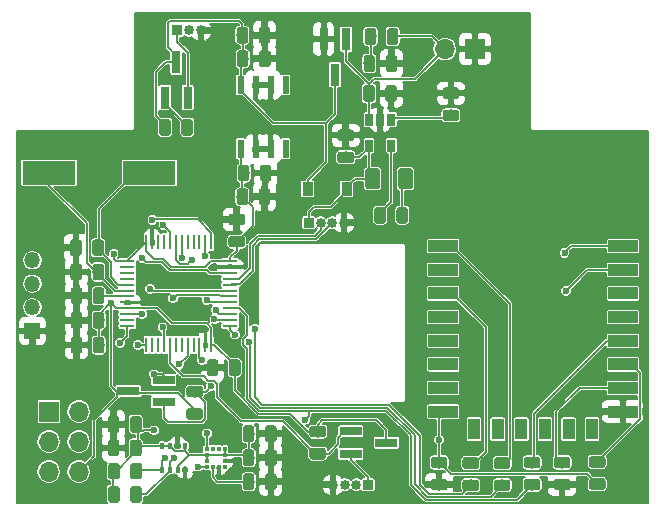
<source format=gbr>
G04 #@! TF.GenerationSoftware,KiCad,Pcbnew,5.0.2-bee76a0~70~ubuntu18.04.1*
G04 #@! TF.CreationDate,2019-11-03T21:10:50+01:00*
G04 #@! TF.ProjectId,puzzlebox,70757a7a-6c65-4626-9f78-2e6b69636164,rev?*
G04 #@! TF.SameCoordinates,Original*
G04 #@! TF.FileFunction,Copper,L1,Top*
G04 #@! TF.FilePolarity,Positive*
%FSLAX46Y46*%
G04 Gerber Fmt 4.6, Leading zero omitted, Abs format (unit mm)*
G04 Created by KiCad (PCBNEW 5.0.2-bee76a0~70~ubuntu18.04.1) date So 03 Nov 2019 21:10:50 CET*
%MOMM*%
%LPD*%
G01*
G04 APERTURE LIST*
G04 #@! TA.AperFunction,Conductor*
%ADD10C,0.100000*%
G04 #@! TD*
G04 #@! TA.AperFunction,SMDPad,CuDef*
%ADD11C,0.975000*%
G04 #@! TD*
G04 #@! TA.AperFunction,SMDPad,CuDef*
%ADD12C,1.250000*%
G04 #@! TD*
G04 #@! TA.AperFunction,SMDPad,CuDef*
%ADD13R,0.900000X1.200000*%
G04 #@! TD*
G04 #@! TA.AperFunction,ComponentPad*
%ADD14R,0.850000X0.850000*%
G04 #@! TD*
G04 #@! TA.AperFunction,ComponentPad*
%ADD15O,0.850000X0.850000*%
G04 #@! TD*
G04 #@! TA.AperFunction,ComponentPad*
%ADD16R,1.700000X1.700000*%
G04 #@! TD*
G04 #@! TA.AperFunction,ComponentPad*
%ADD17O,1.700000X1.700000*%
G04 #@! TD*
G04 #@! TA.AperFunction,SMDPad,CuDef*
%ADD18R,1.300000X0.250000*%
G04 #@! TD*
G04 #@! TA.AperFunction,SMDPad,CuDef*
%ADD19R,0.250000X1.300000*%
G04 #@! TD*
G04 #@! TA.AperFunction,SMDPad,CuDef*
%ADD20R,2.500000X1.000000*%
G04 #@! TD*
G04 #@! TA.AperFunction,SMDPad,CuDef*
%ADD21R,1.000000X1.800000*%
G04 #@! TD*
G04 #@! TA.AperFunction,SMDPad,CuDef*
%ADD22R,0.650000X1.060000*%
G04 #@! TD*
G04 #@! TA.AperFunction,SMDPad,CuDef*
%ADD23R,0.600000X1.550000*%
G04 #@! TD*
G04 #@! TA.AperFunction,SMDPad,CuDef*
%ADD24R,0.350000X0.500000*%
G04 #@! TD*
G04 #@! TA.AperFunction,SMDPad,CuDef*
%ADD25R,0.375000X0.350000*%
G04 #@! TD*
G04 #@! TA.AperFunction,SMDPad,CuDef*
%ADD26R,0.350000X0.375000*%
G04 #@! TD*
G04 #@! TA.AperFunction,SMDPad,CuDef*
%ADD27R,0.800000X1.900000*%
G04 #@! TD*
G04 #@! TA.AperFunction,SMDPad,CuDef*
%ADD28R,1.900000X0.800000*%
G04 #@! TD*
G04 #@! TA.AperFunction,ComponentPad*
%ADD29R,1.350000X1.350000*%
G04 #@! TD*
G04 #@! TA.AperFunction,ComponentPad*
%ADD30O,1.350000X1.350000*%
G04 #@! TD*
G04 #@! TA.AperFunction,SMDPad,CuDef*
%ADD31R,4.500000X2.000000*%
G04 #@! TD*
G04 #@! TA.AperFunction,ViaPad*
%ADD32C,0.600000*%
G04 #@! TD*
G04 #@! TA.AperFunction,Conductor*
%ADD33C,0.127000*%
G04 #@! TD*
G04 APERTURE END LIST*
D10*
G04 #@! TO.N,GND*
G04 #@! TO.C,C1*
G36*
X75553242Y-86423174D02*
X75576903Y-86426684D01*
X75600107Y-86432496D01*
X75622629Y-86440554D01*
X75644253Y-86450782D01*
X75664770Y-86463079D01*
X75683983Y-86477329D01*
X75701707Y-86493393D01*
X75717771Y-86511117D01*
X75732021Y-86530330D01*
X75744318Y-86550847D01*
X75754546Y-86572471D01*
X75762604Y-86594993D01*
X75768416Y-86618197D01*
X75771926Y-86641858D01*
X75773100Y-86665750D01*
X75773100Y-87578250D01*
X75771926Y-87602142D01*
X75768416Y-87625803D01*
X75762604Y-87649007D01*
X75754546Y-87671529D01*
X75744318Y-87693153D01*
X75732021Y-87713670D01*
X75717771Y-87732883D01*
X75701707Y-87750607D01*
X75683983Y-87766671D01*
X75664770Y-87780921D01*
X75644253Y-87793218D01*
X75622629Y-87803446D01*
X75600107Y-87811504D01*
X75576903Y-87817316D01*
X75553242Y-87820826D01*
X75529350Y-87822000D01*
X75041850Y-87822000D01*
X75017958Y-87820826D01*
X74994297Y-87817316D01*
X74971093Y-87811504D01*
X74948571Y-87803446D01*
X74926947Y-87793218D01*
X74906430Y-87780921D01*
X74887217Y-87766671D01*
X74869493Y-87750607D01*
X74853429Y-87732883D01*
X74839179Y-87713670D01*
X74826882Y-87693153D01*
X74816654Y-87671529D01*
X74808596Y-87649007D01*
X74802784Y-87625803D01*
X74799274Y-87602142D01*
X74798100Y-87578250D01*
X74798100Y-86665750D01*
X74799274Y-86641858D01*
X74802784Y-86618197D01*
X74808596Y-86594993D01*
X74816654Y-86572471D01*
X74826882Y-86550847D01*
X74839179Y-86530330D01*
X74853429Y-86511117D01*
X74869493Y-86493393D01*
X74887217Y-86477329D01*
X74906430Y-86463079D01*
X74926947Y-86450782D01*
X74948571Y-86440554D01*
X74971093Y-86432496D01*
X74994297Y-86426684D01*
X75017958Y-86423174D01*
X75041850Y-86422000D01*
X75529350Y-86422000D01*
X75553242Y-86423174D01*
X75553242Y-86423174D01*
G37*
D11*
G04 #@! TD*
G04 #@! TO.P,C1,1*
G04 #@! TO.N,GND*
X75285600Y-87122000D03*
D10*
G04 #@! TO.N,Net-(8Mhz1-Pad1)*
G04 #@! TO.C,C1*
G36*
X77428242Y-86423174D02*
X77451903Y-86426684D01*
X77475107Y-86432496D01*
X77497629Y-86440554D01*
X77519253Y-86450782D01*
X77539770Y-86463079D01*
X77558983Y-86477329D01*
X77576707Y-86493393D01*
X77592771Y-86511117D01*
X77607021Y-86530330D01*
X77619318Y-86550847D01*
X77629546Y-86572471D01*
X77637604Y-86594993D01*
X77643416Y-86618197D01*
X77646926Y-86641858D01*
X77648100Y-86665750D01*
X77648100Y-87578250D01*
X77646926Y-87602142D01*
X77643416Y-87625803D01*
X77637604Y-87649007D01*
X77629546Y-87671529D01*
X77619318Y-87693153D01*
X77607021Y-87713670D01*
X77592771Y-87732883D01*
X77576707Y-87750607D01*
X77558983Y-87766671D01*
X77539770Y-87780921D01*
X77519253Y-87793218D01*
X77497629Y-87803446D01*
X77475107Y-87811504D01*
X77451903Y-87817316D01*
X77428242Y-87820826D01*
X77404350Y-87822000D01*
X76916850Y-87822000D01*
X76892958Y-87820826D01*
X76869297Y-87817316D01*
X76846093Y-87811504D01*
X76823571Y-87803446D01*
X76801947Y-87793218D01*
X76781430Y-87780921D01*
X76762217Y-87766671D01*
X76744493Y-87750607D01*
X76728429Y-87732883D01*
X76714179Y-87713670D01*
X76701882Y-87693153D01*
X76691654Y-87671529D01*
X76683596Y-87649007D01*
X76677784Y-87625803D01*
X76674274Y-87602142D01*
X76673100Y-87578250D01*
X76673100Y-86665750D01*
X76674274Y-86641858D01*
X76677784Y-86618197D01*
X76683596Y-86594993D01*
X76691654Y-86572471D01*
X76701882Y-86550847D01*
X76714179Y-86530330D01*
X76728429Y-86511117D01*
X76744493Y-86493393D01*
X76762217Y-86477329D01*
X76781430Y-86463079D01*
X76801947Y-86450782D01*
X76823571Y-86440554D01*
X76846093Y-86432496D01*
X76869297Y-86426684D01*
X76892958Y-86423174D01*
X76916850Y-86422000D01*
X77404350Y-86422000D01*
X77428242Y-86423174D01*
X77428242Y-86423174D01*
G37*
D11*
G04 #@! TD*
G04 #@! TO.P,C1,2*
G04 #@! TO.N,Net-(8Mhz1-Pad1)*
X77160600Y-87122000D03*
D10*
G04 #@! TO.N,GND*
G04 #@! TO.C,C2*
G36*
X75608642Y-90487174D02*
X75632303Y-90490684D01*
X75655507Y-90496496D01*
X75678029Y-90504554D01*
X75699653Y-90514782D01*
X75720170Y-90527079D01*
X75739383Y-90541329D01*
X75757107Y-90557393D01*
X75773171Y-90575117D01*
X75787421Y-90594330D01*
X75799718Y-90614847D01*
X75809946Y-90636471D01*
X75818004Y-90658993D01*
X75823816Y-90682197D01*
X75827326Y-90705858D01*
X75828500Y-90729750D01*
X75828500Y-91642250D01*
X75827326Y-91666142D01*
X75823816Y-91689803D01*
X75818004Y-91713007D01*
X75809946Y-91735529D01*
X75799718Y-91757153D01*
X75787421Y-91777670D01*
X75773171Y-91796883D01*
X75757107Y-91814607D01*
X75739383Y-91830671D01*
X75720170Y-91844921D01*
X75699653Y-91857218D01*
X75678029Y-91867446D01*
X75655507Y-91875504D01*
X75632303Y-91881316D01*
X75608642Y-91884826D01*
X75584750Y-91886000D01*
X75097250Y-91886000D01*
X75073358Y-91884826D01*
X75049697Y-91881316D01*
X75026493Y-91875504D01*
X75003971Y-91867446D01*
X74982347Y-91857218D01*
X74961830Y-91844921D01*
X74942617Y-91830671D01*
X74924893Y-91814607D01*
X74908829Y-91796883D01*
X74894579Y-91777670D01*
X74882282Y-91757153D01*
X74872054Y-91735529D01*
X74863996Y-91713007D01*
X74858184Y-91689803D01*
X74854674Y-91666142D01*
X74853500Y-91642250D01*
X74853500Y-90729750D01*
X74854674Y-90705858D01*
X74858184Y-90682197D01*
X74863996Y-90658993D01*
X74872054Y-90636471D01*
X74882282Y-90614847D01*
X74894579Y-90594330D01*
X74908829Y-90575117D01*
X74924893Y-90557393D01*
X74942617Y-90541329D01*
X74961830Y-90527079D01*
X74982347Y-90514782D01*
X75003971Y-90504554D01*
X75026493Y-90496496D01*
X75049697Y-90490684D01*
X75073358Y-90487174D01*
X75097250Y-90486000D01*
X75584750Y-90486000D01*
X75608642Y-90487174D01*
X75608642Y-90487174D01*
G37*
D11*
G04 #@! TD*
G04 #@! TO.P,C2,2*
G04 #@! TO.N,GND*
X75341000Y-91186000D03*
D10*
G04 #@! TO.N,NRST*
G04 #@! TO.C,C2*
G36*
X77483642Y-90487174D02*
X77507303Y-90490684D01*
X77530507Y-90496496D01*
X77553029Y-90504554D01*
X77574653Y-90514782D01*
X77595170Y-90527079D01*
X77614383Y-90541329D01*
X77632107Y-90557393D01*
X77648171Y-90575117D01*
X77662421Y-90594330D01*
X77674718Y-90614847D01*
X77684946Y-90636471D01*
X77693004Y-90658993D01*
X77698816Y-90682197D01*
X77702326Y-90705858D01*
X77703500Y-90729750D01*
X77703500Y-91642250D01*
X77702326Y-91666142D01*
X77698816Y-91689803D01*
X77693004Y-91713007D01*
X77684946Y-91735529D01*
X77674718Y-91757153D01*
X77662421Y-91777670D01*
X77648171Y-91796883D01*
X77632107Y-91814607D01*
X77614383Y-91830671D01*
X77595170Y-91844921D01*
X77574653Y-91857218D01*
X77553029Y-91867446D01*
X77530507Y-91875504D01*
X77507303Y-91881316D01*
X77483642Y-91884826D01*
X77459750Y-91886000D01*
X76972250Y-91886000D01*
X76948358Y-91884826D01*
X76924697Y-91881316D01*
X76901493Y-91875504D01*
X76878971Y-91867446D01*
X76857347Y-91857218D01*
X76836830Y-91844921D01*
X76817617Y-91830671D01*
X76799893Y-91814607D01*
X76783829Y-91796883D01*
X76769579Y-91777670D01*
X76757282Y-91757153D01*
X76747054Y-91735529D01*
X76738996Y-91713007D01*
X76733184Y-91689803D01*
X76729674Y-91666142D01*
X76728500Y-91642250D01*
X76728500Y-90729750D01*
X76729674Y-90705858D01*
X76733184Y-90682197D01*
X76738996Y-90658993D01*
X76747054Y-90636471D01*
X76757282Y-90614847D01*
X76769579Y-90594330D01*
X76783829Y-90575117D01*
X76799893Y-90557393D01*
X76817617Y-90541329D01*
X76836830Y-90527079D01*
X76857347Y-90514782D01*
X76878971Y-90504554D01*
X76901493Y-90496496D01*
X76924697Y-90490684D01*
X76948358Y-90487174D01*
X76972250Y-90486000D01*
X77459750Y-90486000D01*
X77483642Y-90487174D01*
X77483642Y-90487174D01*
G37*
D11*
G04 #@! TD*
G04 #@! TO.P,C2,1*
G04 #@! TO.N,NRST*
X77216000Y-91186000D03*
D10*
G04 #@! TO.N,Net-(8Mhz1-Pad2)*
G04 #@! TO.C,C3*
G36*
X77453642Y-88480574D02*
X77477303Y-88484084D01*
X77500507Y-88489896D01*
X77523029Y-88497954D01*
X77544653Y-88508182D01*
X77565170Y-88520479D01*
X77584383Y-88534729D01*
X77602107Y-88550793D01*
X77618171Y-88568517D01*
X77632421Y-88587730D01*
X77644718Y-88608247D01*
X77654946Y-88629871D01*
X77663004Y-88652393D01*
X77668816Y-88675597D01*
X77672326Y-88699258D01*
X77673500Y-88723150D01*
X77673500Y-89635650D01*
X77672326Y-89659542D01*
X77668816Y-89683203D01*
X77663004Y-89706407D01*
X77654946Y-89728929D01*
X77644718Y-89750553D01*
X77632421Y-89771070D01*
X77618171Y-89790283D01*
X77602107Y-89808007D01*
X77584383Y-89824071D01*
X77565170Y-89838321D01*
X77544653Y-89850618D01*
X77523029Y-89860846D01*
X77500507Y-89868904D01*
X77477303Y-89874716D01*
X77453642Y-89878226D01*
X77429750Y-89879400D01*
X76942250Y-89879400D01*
X76918358Y-89878226D01*
X76894697Y-89874716D01*
X76871493Y-89868904D01*
X76848971Y-89860846D01*
X76827347Y-89850618D01*
X76806830Y-89838321D01*
X76787617Y-89824071D01*
X76769893Y-89808007D01*
X76753829Y-89790283D01*
X76739579Y-89771070D01*
X76727282Y-89750553D01*
X76717054Y-89728929D01*
X76708996Y-89706407D01*
X76703184Y-89683203D01*
X76699674Y-89659542D01*
X76698500Y-89635650D01*
X76698500Y-88723150D01*
X76699674Y-88699258D01*
X76703184Y-88675597D01*
X76708996Y-88652393D01*
X76717054Y-88629871D01*
X76727282Y-88608247D01*
X76739579Y-88587730D01*
X76753829Y-88568517D01*
X76769893Y-88550793D01*
X76787617Y-88534729D01*
X76806830Y-88520479D01*
X76827347Y-88508182D01*
X76848971Y-88497954D01*
X76871493Y-88489896D01*
X76894697Y-88484084D01*
X76918358Y-88480574D01*
X76942250Y-88479400D01*
X77429750Y-88479400D01*
X77453642Y-88480574D01*
X77453642Y-88480574D01*
G37*
D11*
G04 #@! TD*
G04 #@! TO.P,C3,2*
G04 #@! TO.N,Net-(8Mhz1-Pad2)*
X77186000Y-89179400D03*
D10*
G04 #@! TO.N,GND*
G04 #@! TO.C,C3*
G36*
X75578642Y-88480574D02*
X75602303Y-88484084D01*
X75625507Y-88489896D01*
X75648029Y-88497954D01*
X75669653Y-88508182D01*
X75690170Y-88520479D01*
X75709383Y-88534729D01*
X75727107Y-88550793D01*
X75743171Y-88568517D01*
X75757421Y-88587730D01*
X75769718Y-88608247D01*
X75779946Y-88629871D01*
X75788004Y-88652393D01*
X75793816Y-88675597D01*
X75797326Y-88699258D01*
X75798500Y-88723150D01*
X75798500Y-89635650D01*
X75797326Y-89659542D01*
X75793816Y-89683203D01*
X75788004Y-89706407D01*
X75779946Y-89728929D01*
X75769718Y-89750553D01*
X75757421Y-89771070D01*
X75743171Y-89790283D01*
X75727107Y-89808007D01*
X75709383Y-89824071D01*
X75690170Y-89838321D01*
X75669653Y-89850618D01*
X75648029Y-89860846D01*
X75625507Y-89868904D01*
X75602303Y-89874716D01*
X75578642Y-89878226D01*
X75554750Y-89879400D01*
X75067250Y-89879400D01*
X75043358Y-89878226D01*
X75019697Y-89874716D01*
X74996493Y-89868904D01*
X74973971Y-89860846D01*
X74952347Y-89850618D01*
X74931830Y-89838321D01*
X74912617Y-89824071D01*
X74894893Y-89808007D01*
X74878829Y-89790283D01*
X74864579Y-89771070D01*
X74852282Y-89750553D01*
X74842054Y-89728929D01*
X74833996Y-89706407D01*
X74828184Y-89683203D01*
X74824674Y-89659542D01*
X74823500Y-89635650D01*
X74823500Y-88723150D01*
X74824674Y-88699258D01*
X74828184Y-88675597D01*
X74833996Y-88652393D01*
X74842054Y-88629871D01*
X74852282Y-88608247D01*
X74864579Y-88587730D01*
X74878829Y-88568517D01*
X74894893Y-88550793D01*
X74912617Y-88534729D01*
X74931830Y-88520479D01*
X74952347Y-88508182D01*
X74973971Y-88497954D01*
X74996493Y-88489896D01*
X75019697Y-88484084D01*
X75043358Y-88480574D01*
X75067250Y-88479400D01*
X75554750Y-88479400D01*
X75578642Y-88480574D01*
X75578642Y-88480574D01*
G37*
D11*
G04 #@! TD*
G04 #@! TO.P,C3,1*
G04 #@! TO.N,GND*
X75311000Y-89179400D03*
D10*
G04 #@! TO.N,VCC*
G04 #@! TO.C,C4*
G36*
X77483642Y-94678174D02*
X77507303Y-94681684D01*
X77530507Y-94687496D01*
X77553029Y-94695554D01*
X77574653Y-94705782D01*
X77595170Y-94718079D01*
X77614383Y-94732329D01*
X77632107Y-94748393D01*
X77648171Y-94766117D01*
X77662421Y-94785330D01*
X77674718Y-94805847D01*
X77684946Y-94827471D01*
X77693004Y-94849993D01*
X77698816Y-94873197D01*
X77702326Y-94896858D01*
X77703500Y-94920750D01*
X77703500Y-95833250D01*
X77702326Y-95857142D01*
X77698816Y-95880803D01*
X77693004Y-95904007D01*
X77684946Y-95926529D01*
X77674718Y-95948153D01*
X77662421Y-95968670D01*
X77648171Y-95987883D01*
X77632107Y-96005607D01*
X77614383Y-96021671D01*
X77595170Y-96035921D01*
X77574653Y-96048218D01*
X77553029Y-96058446D01*
X77530507Y-96066504D01*
X77507303Y-96072316D01*
X77483642Y-96075826D01*
X77459750Y-96077000D01*
X76972250Y-96077000D01*
X76948358Y-96075826D01*
X76924697Y-96072316D01*
X76901493Y-96066504D01*
X76878971Y-96058446D01*
X76857347Y-96048218D01*
X76836830Y-96035921D01*
X76817617Y-96021671D01*
X76799893Y-96005607D01*
X76783829Y-95987883D01*
X76769579Y-95968670D01*
X76757282Y-95948153D01*
X76747054Y-95926529D01*
X76738996Y-95904007D01*
X76733184Y-95880803D01*
X76729674Y-95857142D01*
X76728500Y-95833250D01*
X76728500Y-94920750D01*
X76729674Y-94896858D01*
X76733184Y-94873197D01*
X76738996Y-94849993D01*
X76747054Y-94827471D01*
X76757282Y-94805847D01*
X76769579Y-94785330D01*
X76783829Y-94766117D01*
X76799893Y-94748393D01*
X76817617Y-94732329D01*
X76836830Y-94718079D01*
X76857347Y-94705782D01*
X76878971Y-94695554D01*
X76901493Y-94687496D01*
X76924697Y-94681684D01*
X76948358Y-94678174D01*
X76972250Y-94677000D01*
X77459750Y-94677000D01*
X77483642Y-94678174D01*
X77483642Y-94678174D01*
G37*
D11*
G04 #@! TD*
G04 #@! TO.P,C4,1*
G04 #@! TO.N,VCC*
X77216000Y-95377000D03*
D10*
G04 #@! TO.N,GND*
G04 #@! TO.C,C4*
G36*
X75608642Y-94678174D02*
X75632303Y-94681684D01*
X75655507Y-94687496D01*
X75678029Y-94695554D01*
X75699653Y-94705782D01*
X75720170Y-94718079D01*
X75739383Y-94732329D01*
X75757107Y-94748393D01*
X75773171Y-94766117D01*
X75787421Y-94785330D01*
X75799718Y-94805847D01*
X75809946Y-94827471D01*
X75818004Y-94849993D01*
X75823816Y-94873197D01*
X75827326Y-94896858D01*
X75828500Y-94920750D01*
X75828500Y-95833250D01*
X75827326Y-95857142D01*
X75823816Y-95880803D01*
X75818004Y-95904007D01*
X75809946Y-95926529D01*
X75799718Y-95948153D01*
X75787421Y-95968670D01*
X75773171Y-95987883D01*
X75757107Y-96005607D01*
X75739383Y-96021671D01*
X75720170Y-96035921D01*
X75699653Y-96048218D01*
X75678029Y-96058446D01*
X75655507Y-96066504D01*
X75632303Y-96072316D01*
X75608642Y-96075826D01*
X75584750Y-96077000D01*
X75097250Y-96077000D01*
X75073358Y-96075826D01*
X75049697Y-96072316D01*
X75026493Y-96066504D01*
X75003971Y-96058446D01*
X74982347Y-96048218D01*
X74961830Y-96035921D01*
X74942617Y-96021671D01*
X74924893Y-96005607D01*
X74908829Y-95987883D01*
X74894579Y-95968670D01*
X74882282Y-95948153D01*
X74872054Y-95926529D01*
X74863996Y-95904007D01*
X74858184Y-95880803D01*
X74854674Y-95857142D01*
X74853500Y-95833250D01*
X74853500Y-94920750D01*
X74854674Y-94896858D01*
X74858184Y-94873197D01*
X74863996Y-94849993D01*
X74872054Y-94827471D01*
X74882282Y-94805847D01*
X74894579Y-94785330D01*
X74908829Y-94766117D01*
X74924893Y-94748393D01*
X74942617Y-94732329D01*
X74961830Y-94718079D01*
X74982347Y-94705782D01*
X75003971Y-94695554D01*
X75026493Y-94687496D01*
X75049697Y-94681684D01*
X75073358Y-94678174D01*
X75097250Y-94677000D01*
X75584750Y-94677000D01*
X75608642Y-94678174D01*
X75608642Y-94678174D01*
G37*
D11*
G04 #@! TD*
G04 #@! TO.P,C4,2*
G04 #@! TO.N,GND*
X75341000Y-95377000D03*
D10*
G04 #@! TO.N,VCC*
G04 #@! TO.C,C5*
G36*
X89380142Y-86127674D02*
X89403803Y-86131184D01*
X89427007Y-86136996D01*
X89449529Y-86145054D01*
X89471153Y-86155282D01*
X89491670Y-86167579D01*
X89510883Y-86181829D01*
X89528607Y-86197893D01*
X89544671Y-86215617D01*
X89558921Y-86234830D01*
X89571218Y-86255347D01*
X89581446Y-86276971D01*
X89589504Y-86299493D01*
X89595316Y-86322697D01*
X89598826Y-86346358D01*
X89600000Y-86370250D01*
X89600000Y-86857750D01*
X89598826Y-86881642D01*
X89595316Y-86905303D01*
X89589504Y-86928507D01*
X89581446Y-86951029D01*
X89571218Y-86972653D01*
X89558921Y-86993170D01*
X89544671Y-87012383D01*
X89528607Y-87030107D01*
X89510883Y-87046171D01*
X89491670Y-87060421D01*
X89471153Y-87072718D01*
X89449529Y-87082946D01*
X89427007Y-87091004D01*
X89403803Y-87096816D01*
X89380142Y-87100326D01*
X89356250Y-87101500D01*
X88443750Y-87101500D01*
X88419858Y-87100326D01*
X88396197Y-87096816D01*
X88372993Y-87091004D01*
X88350471Y-87082946D01*
X88328847Y-87072718D01*
X88308330Y-87060421D01*
X88289117Y-87046171D01*
X88271393Y-87030107D01*
X88255329Y-87012383D01*
X88241079Y-86993170D01*
X88228782Y-86972653D01*
X88218554Y-86951029D01*
X88210496Y-86928507D01*
X88204684Y-86905303D01*
X88201174Y-86881642D01*
X88200000Y-86857750D01*
X88200000Y-86370250D01*
X88201174Y-86346358D01*
X88204684Y-86322697D01*
X88210496Y-86299493D01*
X88218554Y-86276971D01*
X88228782Y-86255347D01*
X88241079Y-86234830D01*
X88255329Y-86215617D01*
X88271393Y-86197893D01*
X88289117Y-86181829D01*
X88308330Y-86167579D01*
X88328847Y-86155282D01*
X88350471Y-86145054D01*
X88372993Y-86136996D01*
X88396197Y-86131184D01*
X88419858Y-86127674D01*
X88443750Y-86126500D01*
X89356250Y-86126500D01*
X89380142Y-86127674D01*
X89380142Y-86127674D01*
G37*
D11*
G04 #@! TD*
G04 #@! TO.P,C5,1*
G04 #@! TO.N,VCC*
X88900000Y-86614000D03*
D10*
G04 #@! TO.N,GND*
G04 #@! TO.C,C5*
G36*
X89380142Y-84252674D02*
X89403803Y-84256184D01*
X89427007Y-84261996D01*
X89449529Y-84270054D01*
X89471153Y-84280282D01*
X89491670Y-84292579D01*
X89510883Y-84306829D01*
X89528607Y-84322893D01*
X89544671Y-84340617D01*
X89558921Y-84359830D01*
X89571218Y-84380347D01*
X89581446Y-84401971D01*
X89589504Y-84424493D01*
X89595316Y-84447697D01*
X89598826Y-84471358D01*
X89600000Y-84495250D01*
X89600000Y-84982750D01*
X89598826Y-85006642D01*
X89595316Y-85030303D01*
X89589504Y-85053507D01*
X89581446Y-85076029D01*
X89571218Y-85097653D01*
X89558921Y-85118170D01*
X89544671Y-85137383D01*
X89528607Y-85155107D01*
X89510883Y-85171171D01*
X89491670Y-85185421D01*
X89471153Y-85197718D01*
X89449529Y-85207946D01*
X89427007Y-85216004D01*
X89403803Y-85221816D01*
X89380142Y-85225326D01*
X89356250Y-85226500D01*
X88443750Y-85226500D01*
X88419858Y-85225326D01*
X88396197Y-85221816D01*
X88372993Y-85216004D01*
X88350471Y-85207946D01*
X88328847Y-85197718D01*
X88308330Y-85185421D01*
X88289117Y-85171171D01*
X88271393Y-85155107D01*
X88255329Y-85137383D01*
X88241079Y-85118170D01*
X88228782Y-85097653D01*
X88218554Y-85076029D01*
X88210496Y-85053507D01*
X88204684Y-85030303D01*
X88201174Y-85006642D01*
X88200000Y-84982750D01*
X88200000Y-84495250D01*
X88201174Y-84471358D01*
X88204684Y-84447697D01*
X88210496Y-84424493D01*
X88218554Y-84401971D01*
X88228782Y-84380347D01*
X88241079Y-84359830D01*
X88255329Y-84340617D01*
X88271393Y-84322893D01*
X88289117Y-84306829D01*
X88308330Y-84292579D01*
X88328847Y-84280282D01*
X88350471Y-84270054D01*
X88372993Y-84261996D01*
X88396197Y-84256184D01*
X88419858Y-84252674D01*
X88443750Y-84251500D01*
X89356250Y-84251500D01*
X89380142Y-84252674D01*
X89380142Y-84252674D01*
G37*
D11*
G04 #@! TD*
G04 #@! TO.P,C5,2*
G04 #@! TO.N,GND*
X88900000Y-84739000D03*
D10*
G04 #@! TO.N,GND*
G04 #@! TO.C,C6*
G36*
X75608642Y-92569974D02*
X75632303Y-92573484D01*
X75655507Y-92579296D01*
X75678029Y-92587354D01*
X75699653Y-92597582D01*
X75720170Y-92609879D01*
X75739383Y-92624129D01*
X75757107Y-92640193D01*
X75773171Y-92657917D01*
X75787421Y-92677130D01*
X75799718Y-92697647D01*
X75809946Y-92719271D01*
X75818004Y-92741793D01*
X75823816Y-92764997D01*
X75827326Y-92788658D01*
X75828500Y-92812550D01*
X75828500Y-93725050D01*
X75827326Y-93748942D01*
X75823816Y-93772603D01*
X75818004Y-93795807D01*
X75809946Y-93818329D01*
X75799718Y-93839953D01*
X75787421Y-93860470D01*
X75773171Y-93879683D01*
X75757107Y-93897407D01*
X75739383Y-93913471D01*
X75720170Y-93927721D01*
X75699653Y-93940018D01*
X75678029Y-93950246D01*
X75655507Y-93958304D01*
X75632303Y-93964116D01*
X75608642Y-93967626D01*
X75584750Y-93968800D01*
X75097250Y-93968800D01*
X75073358Y-93967626D01*
X75049697Y-93964116D01*
X75026493Y-93958304D01*
X75003971Y-93950246D01*
X74982347Y-93940018D01*
X74961830Y-93927721D01*
X74942617Y-93913471D01*
X74924893Y-93897407D01*
X74908829Y-93879683D01*
X74894579Y-93860470D01*
X74882282Y-93839953D01*
X74872054Y-93818329D01*
X74863996Y-93795807D01*
X74858184Y-93772603D01*
X74854674Y-93748942D01*
X74853500Y-93725050D01*
X74853500Y-92812550D01*
X74854674Y-92788658D01*
X74858184Y-92764997D01*
X74863996Y-92741793D01*
X74872054Y-92719271D01*
X74882282Y-92697647D01*
X74894579Y-92677130D01*
X74908829Y-92657917D01*
X74924893Y-92640193D01*
X74942617Y-92624129D01*
X74961830Y-92609879D01*
X74982347Y-92597582D01*
X75003971Y-92587354D01*
X75026493Y-92579296D01*
X75049697Y-92573484D01*
X75073358Y-92569974D01*
X75097250Y-92568800D01*
X75584750Y-92568800D01*
X75608642Y-92569974D01*
X75608642Y-92569974D01*
G37*
D11*
G04 #@! TD*
G04 #@! TO.P,C6,2*
G04 #@! TO.N,GND*
X75341000Y-93268800D03*
D10*
G04 #@! TO.N,VCC*
G04 #@! TO.C,C6*
G36*
X77483642Y-92569974D02*
X77507303Y-92573484D01*
X77530507Y-92579296D01*
X77553029Y-92587354D01*
X77574653Y-92597582D01*
X77595170Y-92609879D01*
X77614383Y-92624129D01*
X77632107Y-92640193D01*
X77648171Y-92657917D01*
X77662421Y-92677130D01*
X77674718Y-92697647D01*
X77684946Y-92719271D01*
X77693004Y-92741793D01*
X77698816Y-92764997D01*
X77702326Y-92788658D01*
X77703500Y-92812550D01*
X77703500Y-93725050D01*
X77702326Y-93748942D01*
X77698816Y-93772603D01*
X77693004Y-93795807D01*
X77684946Y-93818329D01*
X77674718Y-93839953D01*
X77662421Y-93860470D01*
X77648171Y-93879683D01*
X77632107Y-93897407D01*
X77614383Y-93913471D01*
X77595170Y-93927721D01*
X77574653Y-93940018D01*
X77553029Y-93950246D01*
X77530507Y-93958304D01*
X77507303Y-93964116D01*
X77483642Y-93967626D01*
X77459750Y-93968800D01*
X76972250Y-93968800D01*
X76948358Y-93967626D01*
X76924697Y-93964116D01*
X76901493Y-93958304D01*
X76878971Y-93950246D01*
X76857347Y-93940018D01*
X76836830Y-93927721D01*
X76817617Y-93913471D01*
X76799893Y-93897407D01*
X76783829Y-93879683D01*
X76769579Y-93860470D01*
X76757282Y-93839953D01*
X76747054Y-93818329D01*
X76738996Y-93795807D01*
X76733184Y-93772603D01*
X76729674Y-93748942D01*
X76728500Y-93725050D01*
X76728500Y-92812550D01*
X76729674Y-92788658D01*
X76733184Y-92764997D01*
X76738996Y-92741793D01*
X76747054Y-92719271D01*
X76757282Y-92697647D01*
X76769579Y-92677130D01*
X76783829Y-92657917D01*
X76799893Y-92640193D01*
X76817617Y-92624129D01*
X76836830Y-92609879D01*
X76857347Y-92597582D01*
X76878971Y-92587354D01*
X76901493Y-92579296D01*
X76924697Y-92573484D01*
X76948358Y-92569974D01*
X76972250Y-92568800D01*
X77459750Y-92568800D01*
X77483642Y-92569974D01*
X77483642Y-92569974D01*
G37*
D11*
G04 #@! TD*
G04 #@! TO.P,C6,1*
G04 #@! TO.N,VCC*
X77216000Y-93268800D03*
D10*
G04 #@! TO.N,VCC*
G04 #@! TO.C,C7*
G36*
X89010642Y-96583174D02*
X89034303Y-96586684D01*
X89057507Y-96592496D01*
X89080029Y-96600554D01*
X89101653Y-96610782D01*
X89122170Y-96623079D01*
X89141383Y-96637329D01*
X89159107Y-96653393D01*
X89175171Y-96671117D01*
X89189421Y-96690330D01*
X89201718Y-96710847D01*
X89211946Y-96732471D01*
X89220004Y-96754993D01*
X89225816Y-96778197D01*
X89229326Y-96801858D01*
X89230500Y-96825750D01*
X89230500Y-97738250D01*
X89229326Y-97762142D01*
X89225816Y-97785803D01*
X89220004Y-97809007D01*
X89211946Y-97831529D01*
X89201718Y-97853153D01*
X89189421Y-97873670D01*
X89175171Y-97892883D01*
X89159107Y-97910607D01*
X89141383Y-97926671D01*
X89122170Y-97940921D01*
X89101653Y-97953218D01*
X89080029Y-97963446D01*
X89057507Y-97971504D01*
X89034303Y-97977316D01*
X89010642Y-97980826D01*
X88986750Y-97982000D01*
X88499250Y-97982000D01*
X88475358Y-97980826D01*
X88451697Y-97977316D01*
X88428493Y-97971504D01*
X88405971Y-97963446D01*
X88384347Y-97953218D01*
X88363830Y-97940921D01*
X88344617Y-97926671D01*
X88326893Y-97910607D01*
X88310829Y-97892883D01*
X88296579Y-97873670D01*
X88284282Y-97853153D01*
X88274054Y-97831529D01*
X88265996Y-97809007D01*
X88260184Y-97785803D01*
X88256674Y-97762142D01*
X88255500Y-97738250D01*
X88255500Y-96825750D01*
X88256674Y-96801858D01*
X88260184Y-96778197D01*
X88265996Y-96754993D01*
X88274054Y-96732471D01*
X88284282Y-96710847D01*
X88296579Y-96690330D01*
X88310829Y-96671117D01*
X88326893Y-96653393D01*
X88344617Y-96637329D01*
X88363830Y-96623079D01*
X88384347Y-96610782D01*
X88405971Y-96600554D01*
X88428493Y-96592496D01*
X88451697Y-96586684D01*
X88475358Y-96583174D01*
X88499250Y-96582000D01*
X88986750Y-96582000D01*
X89010642Y-96583174D01*
X89010642Y-96583174D01*
G37*
D11*
G04 #@! TD*
G04 #@! TO.P,C7,1*
G04 #@! TO.N,VCC*
X88743000Y-97282000D03*
D10*
G04 #@! TO.N,GND*
G04 #@! TO.C,C7*
G36*
X87135642Y-96583174D02*
X87159303Y-96586684D01*
X87182507Y-96592496D01*
X87205029Y-96600554D01*
X87226653Y-96610782D01*
X87247170Y-96623079D01*
X87266383Y-96637329D01*
X87284107Y-96653393D01*
X87300171Y-96671117D01*
X87314421Y-96690330D01*
X87326718Y-96710847D01*
X87336946Y-96732471D01*
X87345004Y-96754993D01*
X87350816Y-96778197D01*
X87354326Y-96801858D01*
X87355500Y-96825750D01*
X87355500Y-97738250D01*
X87354326Y-97762142D01*
X87350816Y-97785803D01*
X87345004Y-97809007D01*
X87336946Y-97831529D01*
X87326718Y-97853153D01*
X87314421Y-97873670D01*
X87300171Y-97892883D01*
X87284107Y-97910607D01*
X87266383Y-97926671D01*
X87247170Y-97940921D01*
X87226653Y-97953218D01*
X87205029Y-97963446D01*
X87182507Y-97971504D01*
X87159303Y-97977316D01*
X87135642Y-97980826D01*
X87111750Y-97982000D01*
X86624250Y-97982000D01*
X86600358Y-97980826D01*
X86576697Y-97977316D01*
X86553493Y-97971504D01*
X86530971Y-97963446D01*
X86509347Y-97953218D01*
X86488830Y-97940921D01*
X86469617Y-97926671D01*
X86451893Y-97910607D01*
X86435829Y-97892883D01*
X86421579Y-97873670D01*
X86409282Y-97853153D01*
X86399054Y-97831529D01*
X86390996Y-97809007D01*
X86385184Y-97785803D01*
X86381674Y-97762142D01*
X86380500Y-97738250D01*
X86380500Y-96825750D01*
X86381674Y-96801858D01*
X86385184Y-96778197D01*
X86390996Y-96754993D01*
X86399054Y-96732471D01*
X86409282Y-96710847D01*
X86421579Y-96690330D01*
X86435829Y-96671117D01*
X86451893Y-96653393D01*
X86469617Y-96637329D01*
X86488830Y-96623079D01*
X86509347Y-96610782D01*
X86530971Y-96600554D01*
X86553493Y-96592496D01*
X86576697Y-96586684D01*
X86600358Y-96583174D01*
X86624250Y-96582000D01*
X87111750Y-96582000D01*
X87135642Y-96583174D01*
X87135642Y-96583174D01*
G37*
D11*
G04 #@! TD*
G04 #@! TO.P,C7,2*
G04 #@! TO.N,GND*
X86868000Y-97282000D03*
D10*
G04 #@! TO.N,VCC_2*
G04 #@! TO.C,C8*
G36*
X106525142Y-104826674D02*
X106548803Y-104830184D01*
X106572007Y-104835996D01*
X106594529Y-104844054D01*
X106616153Y-104854282D01*
X106636670Y-104866579D01*
X106655883Y-104880829D01*
X106673607Y-104896893D01*
X106689671Y-104914617D01*
X106703921Y-104933830D01*
X106716218Y-104954347D01*
X106726446Y-104975971D01*
X106734504Y-104998493D01*
X106740316Y-105021697D01*
X106743826Y-105045358D01*
X106745000Y-105069250D01*
X106745000Y-105556750D01*
X106743826Y-105580642D01*
X106740316Y-105604303D01*
X106734504Y-105627507D01*
X106726446Y-105650029D01*
X106716218Y-105671653D01*
X106703921Y-105692170D01*
X106689671Y-105711383D01*
X106673607Y-105729107D01*
X106655883Y-105745171D01*
X106636670Y-105759421D01*
X106616153Y-105771718D01*
X106594529Y-105781946D01*
X106572007Y-105790004D01*
X106548803Y-105795816D01*
X106525142Y-105799326D01*
X106501250Y-105800500D01*
X105588750Y-105800500D01*
X105564858Y-105799326D01*
X105541197Y-105795816D01*
X105517993Y-105790004D01*
X105495471Y-105781946D01*
X105473847Y-105771718D01*
X105453330Y-105759421D01*
X105434117Y-105745171D01*
X105416393Y-105729107D01*
X105400329Y-105711383D01*
X105386079Y-105692170D01*
X105373782Y-105671653D01*
X105363554Y-105650029D01*
X105355496Y-105627507D01*
X105349684Y-105604303D01*
X105346174Y-105580642D01*
X105345000Y-105556750D01*
X105345000Y-105069250D01*
X105346174Y-105045358D01*
X105349684Y-105021697D01*
X105355496Y-104998493D01*
X105363554Y-104975971D01*
X105373782Y-104954347D01*
X105386079Y-104933830D01*
X105400329Y-104914617D01*
X105416393Y-104896893D01*
X105434117Y-104880829D01*
X105453330Y-104866579D01*
X105473847Y-104854282D01*
X105495471Y-104844054D01*
X105517993Y-104835996D01*
X105541197Y-104830184D01*
X105564858Y-104826674D01*
X105588750Y-104825500D01*
X106501250Y-104825500D01*
X106525142Y-104826674D01*
X106525142Y-104826674D01*
G37*
D11*
G04 #@! TD*
G04 #@! TO.P,C8,1*
G04 #@! TO.N,VCC_2*
X106045000Y-105313000D03*
D10*
G04 #@! TO.N,GND*
G04 #@! TO.C,C8*
G36*
X106525142Y-106701674D02*
X106548803Y-106705184D01*
X106572007Y-106710996D01*
X106594529Y-106719054D01*
X106616153Y-106729282D01*
X106636670Y-106741579D01*
X106655883Y-106755829D01*
X106673607Y-106771893D01*
X106689671Y-106789617D01*
X106703921Y-106808830D01*
X106716218Y-106829347D01*
X106726446Y-106850971D01*
X106734504Y-106873493D01*
X106740316Y-106896697D01*
X106743826Y-106920358D01*
X106745000Y-106944250D01*
X106745000Y-107431750D01*
X106743826Y-107455642D01*
X106740316Y-107479303D01*
X106734504Y-107502507D01*
X106726446Y-107525029D01*
X106716218Y-107546653D01*
X106703921Y-107567170D01*
X106689671Y-107586383D01*
X106673607Y-107604107D01*
X106655883Y-107620171D01*
X106636670Y-107634421D01*
X106616153Y-107646718D01*
X106594529Y-107656946D01*
X106572007Y-107665004D01*
X106548803Y-107670816D01*
X106525142Y-107674326D01*
X106501250Y-107675500D01*
X105588750Y-107675500D01*
X105564858Y-107674326D01*
X105541197Y-107670816D01*
X105517993Y-107665004D01*
X105495471Y-107656946D01*
X105473847Y-107646718D01*
X105453330Y-107634421D01*
X105434117Y-107620171D01*
X105416393Y-107604107D01*
X105400329Y-107586383D01*
X105386079Y-107567170D01*
X105373782Y-107546653D01*
X105363554Y-107525029D01*
X105355496Y-107502507D01*
X105349684Y-107479303D01*
X105346174Y-107455642D01*
X105345000Y-107431750D01*
X105345000Y-106944250D01*
X105346174Y-106920358D01*
X105349684Y-106896697D01*
X105355496Y-106873493D01*
X105363554Y-106850971D01*
X105373782Y-106829347D01*
X105386079Y-106808830D01*
X105400329Y-106789617D01*
X105416393Y-106771893D01*
X105434117Y-106755829D01*
X105453330Y-106741579D01*
X105473847Y-106729282D01*
X105495471Y-106719054D01*
X105517993Y-106710996D01*
X105541197Y-106705184D01*
X105564858Y-106701674D01*
X105588750Y-106700500D01*
X106501250Y-106700500D01*
X106525142Y-106701674D01*
X106525142Y-106701674D01*
G37*
D11*
G04 #@! TD*
G04 #@! TO.P,C8,2*
G04 #@! TO.N,GND*
X106045000Y-107188000D03*
D10*
G04 #@! TO.N,GND*
G04 #@! TO.C,C9*
G36*
X91529842Y-68439974D02*
X91553503Y-68443484D01*
X91576707Y-68449296D01*
X91599229Y-68457354D01*
X91620853Y-68467582D01*
X91641370Y-68479879D01*
X91660583Y-68494129D01*
X91678307Y-68510193D01*
X91694371Y-68527917D01*
X91708621Y-68547130D01*
X91720918Y-68567647D01*
X91731146Y-68589271D01*
X91739204Y-68611793D01*
X91745016Y-68634997D01*
X91748526Y-68658658D01*
X91749700Y-68682550D01*
X91749700Y-69595050D01*
X91748526Y-69618942D01*
X91745016Y-69642603D01*
X91739204Y-69665807D01*
X91731146Y-69688329D01*
X91720918Y-69709953D01*
X91708621Y-69730470D01*
X91694371Y-69749683D01*
X91678307Y-69767407D01*
X91660583Y-69783471D01*
X91641370Y-69797721D01*
X91620853Y-69810018D01*
X91599229Y-69820246D01*
X91576707Y-69828304D01*
X91553503Y-69834116D01*
X91529842Y-69837626D01*
X91505950Y-69838800D01*
X91018450Y-69838800D01*
X90994558Y-69837626D01*
X90970897Y-69834116D01*
X90947693Y-69828304D01*
X90925171Y-69820246D01*
X90903547Y-69810018D01*
X90883030Y-69797721D01*
X90863817Y-69783471D01*
X90846093Y-69767407D01*
X90830029Y-69749683D01*
X90815779Y-69730470D01*
X90803482Y-69709953D01*
X90793254Y-69688329D01*
X90785196Y-69665807D01*
X90779384Y-69642603D01*
X90775874Y-69618942D01*
X90774700Y-69595050D01*
X90774700Y-68682550D01*
X90775874Y-68658658D01*
X90779384Y-68634997D01*
X90785196Y-68611793D01*
X90793254Y-68589271D01*
X90803482Y-68567647D01*
X90815779Y-68547130D01*
X90830029Y-68527917D01*
X90846093Y-68510193D01*
X90863817Y-68494129D01*
X90883030Y-68479879D01*
X90903547Y-68467582D01*
X90925171Y-68457354D01*
X90947693Y-68449296D01*
X90970897Y-68443484D01*
X90994558Y-68439974D01*
X91018450Y-68438800D01*
X91505950Y-68438800D01*
X91529842Y-68439974D01*
X91529842Y-68439974D01*
G37*
D11*
G04 #@! TD*
G04 #@! TO.P,C9,2*
G04 #@! TO.N,GND*
X91262200Y-69138800D03*
D10*
G04 #@! TO.N,VSS*
G04 #@! TO.C,C9*
G36*
X89654842Y-68439974D02*
X89678503Y-68443484D01*
X89701707Y-68449296D01*
X89724229Y-68457354D01*
X89745853Y-68467582D01*
X89766370Y-68479879D01*
X89785583Y-68494129D01*
X89803307Y-68510193D01*
X89819371Y-68527917D01*
X89833621Y-68547130D01*
X89845918Y-68567647D01*
X89856146Y-68589271D01*
X89864204Y-68611793D01*
X89870016Y-68634997D01*
X89873526Y-68658658D01*
X89874700Y-68682550D01*
X89874700Y-69595050D01*
X89873526Y-69618942D01*
X89870016Y-69642603D01*
X89864204Y-69665807D01*
X89856146Y-69688329D01*
X89845918Y-69709953D01*
X89833621Y-69730470D01*
X89819371Y-69749683D01*
X89803307Y-69767407D01*
X89785583Y-69783471D01*
X89766370Y-69797721D01*
X89745853Y-69810018D01*
X89724229Y-69820246D01*
X89701707Y-69828304D01*
X89678503Y-69834116D01*
X89654842Y-69837626D01*
X89630950Y-69838800D01*
X89143450Y-69838800D01*
X89119558Y-69837626D01*
X89095897Y-69834116D01*
X89072693Y-69828304D01*
X89050171Y-69820246D01*
X89028547Y-69810018D01*
X89008030Y-69797721D01*
X88988817Y-69783471D01*
X88971093Y-69767407D01*
X88955029Y-69749683D01*
X88940779Y-69730470D01*
X88928482Y-69709953D01*
X88918254Y-69688329D01*
X88910196Y-69665807D01*
X88904384Y-69642603D01*
X88900874Y-69618942D01*
X88899700Y-69595050D01*
X88899700Y-68682550D01*
X88900874Y-68658658D01*
X88904384Y-68634997D01*
X88910196Y-68611793D01*
X88918254Y-68589271D01*
X88928482Y-68567647D01*
X88940779Y-68547130D01*
X88955029Y-68527917D01*
X88971093Y-68510193D01*
X88988817Y-68494129D01*
X89008030Y-68479879D01*
X89028547Y-68467582D01*
X89050171Y-68457354D01*
X89072693Y-68449296D01*
X89095897Y-68443484D01*
X89119558Y-68439974D01*
X89143450Y-68438800D01*
X89630950Y-68438800D01*
X89654842Y-68439974D01*
X89654842Y-68439974D01*
G37*
D11*
G04 #@! TD*
G04 #@! TO.P,C9,1*
G04 #@! TO.N,VSS*
X89387200Y-69138800D03*
D10*
G04 #@! TO.N,GND*
G04 #@! TO.C,C10*
G36*
X91555242Y-70421174D02*
X91578903Y-70424684D01*
X91602107Y-70430496D01*
X91624629Y-70438554D01*
X91646253Y-70448782D01*
X91666770Y-70461079D01*
X91685983Y-70475329D01*
X91703707Y-70491393D01*
X91719771Y-70509117D01*
X91734021Y-70528330D01*
X91746318Y-70548847D01*
X91756546Y-70570471D01*
X91764604Y-70592993D01*
X91770416Y-70616197D01*
X91773926Y-70639858D01*
X91775100Y-70663750D01*
X91775100Y-71576250D01*
X91773926Y-71600142D01*
X91770416Y-71623803D01*
X91764604Y-71647007D01*
X91756546Y-71669529D01*
X91746318Y-71691153D01*
X91734021Y-71711670D01*
X91719771Y-71730883D01*
X91703707Y-71748607D01*
X91685983Y-71764671D01*
X91666770Y-71778921D01*
X91646253Y-71791218D01*
X91624629Y-71801446D01*
X91602107Y-71809504D01*
X91578903Y-71815316D01*
X91555242Y-71818826D01*
X91531350Y-71820000D01*
X91043850Y-71820000D01*
X91019958Y-71818826D01*
X90996297Y-71815316D01*
X90973093Y-71809504D01*
X90950571Y-71801446D01*
X90928947Y-71791218D01*
X90908430Y-71778921D01*
X90889217Y-71764671D01*
X90871493Y-71748607D01*
X90855429Y-71730883D01*
X90841179Y-71711670D01*
X90828882Y-71691153D01*
X90818654Y-71669529D01*
X90810596Y-71647007D01*
X90804784Y-71623803D01*
X90801274Y-71600142D01*
X90800100Y-71576250D01*
X90800100Y-70663750D01*
X90801274Y-70639858D01*
X90804784Y-70616197D01*
X90810596Y-70592993D01*
X90818654Y-70570471D01*
X90828882Y-70548847D01*
X90841179Y-70528330D01*
X90855429Y-70509117D01*
X90871493Y-70491393D01*
X90889217Y-70475329D01*
X90908430Y-70461079D01*
X90928947Y-70448782D01*
X90950571Y-70438554D01*
X90973093Y-70430496D01*
X90996297Y-70424684D01*
X91019958Y-70421174D01*
X91043850Y-70420000D01*
X91531350Y-70420000D01*
X91555242Y-70421174D01*
X91555242Y-70421174D01*
G37*
D11*
G04 #@! TD*
G04 #@! TO.P,C10,2*
G04 #@! TO.N,GND*
X91287600Y-71120000D03*
D10*
G04 #@! TO.N,VSS*
G04 #@! TO.C,C10*
G36*
X89680242Y-70421174D02*
X89703903Y-70424684D01*
X89727107Y-70430496D01*
X89749629Y-70438554D01*
X89771253Y-70448782D01*
X89791770Y-70461079D01*
X89810983Y-70475329D01*
X89828707Y-70491393D01*
X89844771Y-70509117D01*
X89859021Y-70528330D01*
X89871318Y-70548847D01*
X89881546Y-70570471D01*
X89889604Y-70592993D01*
X89895416Y-70616197D01*
X89898926Y-70639858D01*
X89900100Y-70663750D01*
X89900100Y-71576250D01*
X89898926Y-71600142D01*
X89895416Y-71623803D01*
X89889604Y-71647007D01*
X89881546Y-71669529D01*
X89871318Y-71691153D01*
X89859021Y-71711670D01*
X89844771Y-71730883D01*
X89828707Y-71748607D01*
X89810983Y-71764671D01*
X89791770Y-71778921D01*
X89771253Y-71791218D01*
X89749629Y-71801446D01*
X89727107Y-71809504D01*
X89703903Y-71815316D01*
X89680242Y-71818826D01*
X89656350Y-71820000D01*
X89168850Y-71820000D01*
X89144958Y-71818826D01*
X89121297Y-71815316D01*
X89098093Y-71809504D01*
X89075571Y-71801446D01*
X89053947Y-71791218D01*
X89033430Y-71778921D01*
X89014217Y-71764671D01*
X88996493Y-71748607D01*
X88980429Y-71730883D01*
X88966179Y-71711670D01*
X88953882Y-71691153D01*
X88943654Y-71669529D01*
X88935596Y-71647007D01*
X88929784Y-71623803D01*
X88926274Y-71600142D01*
X88925100Y-71576250D01*
X88925100Y-70663750D01*
X88926274Y-70639858D01*
X88929784Y-70616197D01*
X88935596Y-70592993D01*
X88943654Y-70570471D01*
X88953882Y-70548847D01*
X88966179Y-70528330D01*
X88980429Y-70509117D01*
X88996493Y-70491393D01*
X89014217Y-70475329D01*
X89033430Y-70461079D01*
X89053947Y-70448782D01*
X89075571Y-70438554D01*
X89098093Y-70430496D01*
X89121297Y-70424684D01*
X89144958Y-70421174D01*
X89168850Y-70420000D01*
X89656350Y-70420000D01*
X89680242Y-70421174D01*
X89680242Y-70421174D01*
G37*
D11*
G04 #@! TD*
G04 #@! TO.P,C10,1*
G04 #@! TO.N,VSS*
X89412600Y-71120000D03*
D10*
G04 #@! TO.N,BAT+*
G04 #@! TO.C,C11*
G36*
X100371342Y-73367574D02*
X100395003Y-73371084D01*
X100418207Y-73376896D01*
X100440729Y-73384954D01*
X100462353Y-73395182D01*
X100482870Y-73407479D01*
X100502083Y-73421729D01*
X100519807Y-73437793D01*
X100535871Y-73455517D01*
X100550121Y-73474730D01*
X100562418Y-73495247D01*
X100572646Y-73516871D01*
X100580704Y-73539393D01*
X100586516Y-73562597D01*
X100590026Y-73586258D01*
X100591200Y-73610150D01*
X100591200Y-74522650D01*
X100590026Y-74546542D01*
X100586516Y-74570203D01*
X100580704Y-74593407D01*
X100572646Y-74615929D01*
X100562418Y-74637553D01*
X100550121Y-74658070D01*
X100535871Y-74677283D01*
X100519807Y-74695007D01*
X100502083Y-74711071D01*
X100482870Y-74725321D01*
X100462353Y-74737618D01*
X100440729Y-74747846D01*
X100418207Y-74755904D01*
X100395003Y-74761716D01*
X100371342Y-74765226D01*
X100347450Y-74766400D01*
X99859950Y-74766400D01*
X99836058Y-74765226D01*
X99812397Y-74761716D01*
X99789193Y-74755904D01*
X99766671Y-74747846D01*
X99745047Y-74737618D01*
X99724530Y-74725321D01*
X99705317Y-74711071D01*
X99687593Y-74695007D01*
X99671529Y-74677283D01*
X99657279Y-74658070D01*
X99644982Y-74637553D01*
X99634754Y-74615929D01*
X99626696Y-74593407D01*
X99620884Y-74570203D01*
X99617374Y-74546542D01*
X99616200Y-74522650D01*
X99616200Y-73610150D01*
X99617374Y-73586258D01*
X99620884Y-73562597D01*
X99626696Y-73539393D01*
X99634754Y-73516871D01*
X99644982Y-73495247D01*
X99657279Y-73474730D01*
X99671529Y-73455517D01*
X99687593Y-73437793D01*
X99705317Y-73421729D01*
X99724530Y-73407479D01*
X99745047Y-73395182D01*
X99766671Y-73384954D01*
X99789193Y-73376896D01*
X99812397Y-73371084D01*
X99836058Y-73367574D01*
X99859950Y-73366400D01*
X100347450Y-73366400D01*
X100371342Y-73367574D01*
X100371342Y-73367574D01*
G37*
D11*
G04 #@! TD*
G04 #@! TO.P,C11,1*
G04 #@! TO.N,BAT+*
X100103700Y-74066400D03*
D10*
G04 #@! TO.N,GND*
G04 #@! TO.C,C11*
G36*
X102246342Y-73367574D02*
X102270003Y-73371084D01*
X102293207Y-73376896D01*
X102315729Y-73384954D01*
X102337353Y-73395182D01*
X102357870Y-73407479D01*
X102377083Y-73421729D01*
X102394807Y-73437793D01*
X102410871Y-73455517D01*
X102425121Y-73474730D01*
X102437418Y-73495247D01*
X102447646Y-73516871D01*
X102455704Y-73539393D01*
X102461516Y-73562597D01*
X102465026Y-73586258D01*
X102466200Y-73610150D01*
X102466200Y-74522650D01*
X102465026Y-74546542D01*
X102461516Y-74570203D01*
X102455704Y-74593407D01*
X102447646Y-74615929D01*
X102437418Y-74637553D01*
X102425121Y-74658070D01*
X102410871Y-74677283D01*
X102394807Y-74695007D01*
X102377083Y-74711071D01*
X102357870Y-74725321D01*
X102337353Y-74737618D01*
X102315729Y-74747846D01*
X102293207Y-74755904D01*
X102270003Y-74761716D01*
X102246342Y-74765226D01*
X102222450Y-74766400D01*
X101734950Y-74766400D01*
X101711058Y-74765226D01*
X101687397Y-74761716D01*
X101664193Y-74755904D01*
X101641671Y-74747846D01*
X101620047Y-74737618D01*
X101599530Y-74725321D01*
X101580317Y-74711071D01*
X101562593Y-74695007D01*
X101546529Y-74677283D01*
X101532279Y-74658070D01*
X101519982Y-74637553D01*
X101509754Y-74615929D01*
X101501696Y-74593407D01*
X101495884Y-74570203D01*
X101492374Y-74546542D01*
X101491200Y-74522650D01*
X101491200Y-73610150D01*
X101492374Y-73586258D01*
X101495884Y-73562597D01*
X101501696Y-73539393D01*
X101509754Y-73516871D01*
X101519982Y-73495247D01*
X101532279Y-73474730D01*
X101546529Y-73455517D01*
X101562593Y-73437793D01*
X101580317Y-73421729D01*
X101599530Y-73407479D01*
X101620047Y-73395182D01*
X101641671Y-73384954D01*
X101664193Y-73376896D01*
X101687397Y-73371084D01*
X101711058Y-73367574D01*
X101734950Y-73366400D01*
X102222450Y-73366400D01*
X102246342Y-73367574D01*
X102246342Y-73367574D01*
G37*
D11*
G04 #@! TD*
G04 #@! TO.P,C11,2*
G04 #@! TO.N,GND*
X101978700Y-74066400D03*
D10*
G04 #@! TO.N,VCC*
G04 #@! TO.C,C12*
G36*
X89654842Y-82105174D02*
X89678503Y-82108684D01*
X89701707Y-82114496D01*
X89724229Y-82122554D01*
X89745853Y-82132782D01*
X89766370Y-82145079D01*
X89785583Y-82159329D01*
X89803307Y-82175393D01*
X89819371Y-82193117D01*
X89833621Y-82212330D01*
X89845918Y-82232847D01*
X89856146Y-82254471D01*
X89864204Y-82276993D01*
X89870016Y-82300197D01*
X89873526Y-82323858D01*
X89874700Y-82347750D01*
X89874700Y-83260250D01*
X89873526Y-83284142D01*
X89870016Y-83307803D01*
X89864204Y-83331007D01*
X89856146Y-83353529D01*
X89845918Y-83375153D01*
X89833621Y-83395670D01*
X89819371Y-83414883D01*
X89803307Y-83432607D01*
X89785583Y-83448671D01*
X89766370Y-83462921D01*
X89745853Y-83475218D01*
X89724229Y-83485446D01*
X89701707Y-83493504D01*
X89678503Y-83499316D01*
X89654842Y-83502826D01*
X89630950Y-83504000D01*
X89143450Y-83504000D01*
X89119558Y-83502826D01*
X89095897Y-83499316D01*
X89072693Y-83493504D01*
X89050171Y-83485446D01*
X89028547Y-83475218D01*
X89008030Y-83462921D01*
X88988817Y-83448671D01*
X88971093Y-83432607D01*
X88955029Y-83414883D01*
X88940779Y-83395670D01*
X88928482Y-83375153D01*
X88918254Y-83353529D01*
X88910196Y-83331007D01*
X88904384Y-83307803D01*
X88900874Y-83284142D01*
X88899700Y-83260250D01*
X88899700Y-82347750D01*
X88900874Y-82323858D01*
X88904384Y-82300197D01*
X88910196Y-82276993D01*
X88918254Y-82254471D01*
X88928482Y-82232847D01*
X88940779Y-82212330D01*
X88955029Y-82193117D01*
X88971093Y-82175393D01*
X88988817Y-82159329D01*
X89008030Y-82145079D01*
X89028547Y-82132782D01*
X89050171Y-82122554D01*
X89072693Y-82114496D01*
X89095897Y-82108684D01*
X89119558Y-82105174D01*
X89143450Y-82104000D01*
X89630950Y-82104000D01*
X89654842Y-82105174D01*
X89654842Y-82105174D01*
G37*
D11*
G04 #@! TD*
G04 #@! TO.P,C12,1*
G04 #@! TO.N,VCC*
X89387200Y-82804000D03*
D10*
G04 #@! TO.N,GND*
G04 #@! TO.C,C12*
G36*
X91529842Y-82105174D02*
X91553503Y-82108684D01*
X91576707Y-82114496D01*
X91599229Y-82122554D01*
X91620853Y-82132782D01*
X91641370Y-82145079D01*
X91660583Y-82159329D01*
X91678307Y-82175393D01*
X91694371Y-82193117D01*
X91708621Y-82212330D01*
X91720918Y-82232847D01*
X91731146Y-82254471D01*
X91739204Y-82276993D01*
X91745016Y-82300197D01*
X91748526Y-82323858D01*
X91749700Y-82347750D01*
X91749700Y-83260250D01*
X91748526Y-83284142D01*
X91745016Y-83307803D01*
X91739204Y-83331007D01*
X91731146Y-83353529D01*
X91720918Y-83375153D01*
X91708621Y-83395670D01*
X91694371Y-83414883D01*
X91678307Y-83432607D01*
X91660583Y-83448671D01*
X91641370Y-83462921D01*
X91620853Y-83475218D01*
X91599229Y-83485446D01*
X91576707Y-83493504D01*
X91553503Y-83499316D01*
X91529842Y-83502826D01*
X91505950Y-83504000D01*
X91018450Y-83504000D01*
X90994558Y-83502826D01*
X90970897Y-83499316D01*
X90947693Y-83493504D01*
X90925171Y-83485446D01*
X90903547Y-83475218D01*
X90883030Y-83462921D01*
X90863817Y-83448671D01*
X90846093Y-83432607D01*
X90830029Y-83414883D01*
X90815779Y-83395670D01*
X90803482Y-83375153D01*
X90793254Y-83353529D01*
X90785196Y-83331007D01*
X90779384Y-83307803D01*
X90775874Y-83284142D01*
X90774700Y-83260250D01*
X90774700Y-82347750D01*
X90775874Y-82323858D01*
X90779384Y-82300197D01*
X90785196Y-82276993D01*
X90793254Y-82254471D01*
X90803482Y-82232847D01*
X90815779Y-82212330D01*
X90830029Y-82193117D01*
X90846093Y-82175393D01*
X90863817Y-82159329D01*
X90883030Y-82145079D01*
X90903547Y-82132782D01*
X90925171Y-82122554D01*
X90947693Y-82114496D01*
X90970897Y-82108684D01*
X90994558Y-82105174D01*
X91018450Y-82104000D01*
X91505950Y-82104000D01*
X91529842Y-82105174D01*
X91529842Y-82105174D01*
G37*
D11*
G04 #@! TD*
G04 #@! TO.P,C12,2*
G04 #@! TO.N,GND*
X91262200Y-82804000D03*
D10*
G04 #@! TO.N,GND*
G04 #@! TO.C,C13*
G36*
X91626842Y-80098574D02*
X91650503Y-80102084D01*
X91673707Y-80107896D01*
X91696229Y-80115954D01*
X91717853Y-80126182D01*
X91738370Y-80138479D01*
X91757583Y-80152729D01*
X91775307Y-80168793D01*
X91791371Y-80186517D01*
X91805621Y-80205730D01*
X91817918Y-80226247D01*
X91828146Y-80247871D01*
X91836204Y-80270393D01*
X91842016Y-80293597D01*
X91845526Y-80317258D01*
X91846700Y-80341150D01*
X91846700Y-81253650D01*
X91845526Y-81277542D01*
X91842016Y-81301203D01*
X91836204Y-81324407D01*
X91828146Y-81346929D01*
X91817918Y-81368553D01*
X91805621Y-81389070D01*
X91791371Y-81408283D01*
X91775307Y-81426007D01*
X91757583Y-81442071D01*
X91738370Y-81456321D01*
X91717853Y-81468618D01*
X91696229Y-81478846D01*
X91673707Y-81486904D01*
X91650503Y-81492716D01*
X91626842Y-81496226D01*
X91602950Y-81497400D01*
X91115450Y-81497400D01*
X91091558Y-81496226D01*
X91067897Y-81492716D01*
X91044693Y-81486904D01*
X91022171Y-81478846D01*
X91000547Y-81468618D01*
X90980030Y-81456321D01*
X90960817Y-81442071D01*
X90943093Y-81426007D01*
X90927029Y-81408283D01*
X90912779Y-81389070D01*
X90900482Y-81368553D01*
X90890254Y-81346929D01*
X90882196Y-81324407D01*
X90876384Y-81301203D01*
X90872874Y-81277542D01*
X90871700Y-81253650D01*
X90871700Y-80341150D01*
X90872874Y-80317258D01*
X90876384Y-80293597D01*
X90882196Y-80270393D01*
X90890254Y-80247871D01*
X90900482Y-80226247D01*
X90912779Y-80205730D01*
X90927029Y-80186517D01*
X90943093Y-80168793D01*
X90960817Y-80152729D01*
X90980030Y-80138479D01*
X91000547Y-80126182D01*
X91022171Y-80115954D01*
X91044693Y-80107896D01*
X91067897Y-80102084D01*
X91091558Y-80098574D01*
X91115450Y-80097400D01*
X91602950Y-80097400D01*
X91626842Y-80098574D01*
X91626842Y-80098574D01*
G37*
D11*
G04 #@! TD*
G04 #@! TO.P,C13,2*
G04 #@! TO.N,GND*
X91359200Y-80797400D03*
D10*
G04 #@! TO.N,VCC*
G04 #@! TO.C,C13*
G36*
X89751842Y-80098574D02*
X89775503Y-80102084D01*
X89798707Y-80107896D01*
X89821229Y-80115954D01*
X89842853Y-80126182D01*
X89863370Y-80138479D01*
X89882583Y-80152729D01*
X89900307Y-80168793D01*
X89916371Y-80186517D01*
X89930621Y-80205730D01*
X89942918Y-80226247D01*
X89953146Y-80247871D01*
X89961204Y-80270393D01*
X89967016Y-80293597D01*
X89970526Y-80317258D01*
X89971700Y-80341150D01*
X89971700Y-81253650D01*
X89970526Y-81277542D01*
X89967016Y-81301203D01*
X89961204Y-81324407D01*
X89953146Y-81346929D01*
X89942918Y-81368553D01*
X89930621Y-81389070D01*
X89916371Y-81408283D01*
X89900307Y-81426007D01*
X89882583Y-81442071D01*
X89863370Y-81456321D01*
X89842853Y-81468618D01*
X89821229Y-81478846D01*
X89798707Y-81486904D01*
X89775503Y-81492716D01*
X89751842Y-81496226D01*
X89727950Y-81497400D01*
X89240450Y-81497400D01*
X89216558Y-81496226D01*
X89192897Y-81492716D01*
X89169693Y-81486904D01*
X89147171Y-81478846D01*
X89125547Y-81468618D01*
X89105030Y-81456321D01*
X89085817Y-81442071D01*
X89068093Y-81426007D01*
X89052029Y-81408283D01*
X89037779Y-81389070D01*
X89025482Y-81368553D01*
X89015254Y-81346929D01*
X89007196Y-81324407D01*
X89001384Y-81301203D01*
X88997874Y-81277542D01*
X88996700Y-81253650D01*
X88996700Y-80341150D01*
X88997874Y-80317258D01*
X89001384Y-80293597D01*
X89007196Y-80270393D01*
X89015254Y-80247871D01*
X89025482Y-80226247D01*
X89037779Y-80205730D01*
X89052029Y-80186517D01*
X89068093Y-80168793D01*
X89085817Y-80152729D01*
X89105030Y-80138479D01*
X89125547Y-80126182D01*
X89147171Y-80115954D01*
X89169693Y-80107896D01*
X89192897Y-80102084D01*
X89216558Y-80098574D01*
X89240450Y-80097400D01*
X89727950Y-80097400D01*
X89751842Y-80098574D01*
X89751842Y-80098574D01*
G37*
D11*
G04 #@! TD*
G04 #@! TO.P,C13,1*
G04 #@! TO.N,VCC*
X89484200Y-80797400D03*
D10*
G04 #@! TO.N,GND*
G04 #@! TO.C,C14*
G36*
X78753642Y-103364974D02*
X78777303Y-103368484D01*
X78800507Y-103374296D01*
X78823029Y-103382354D01*
X78844653Y-103392582D01*
X78865170Y-103404879D01*
X78884383Y-103419129D01*
X78902107Y-103435193D01*
X78918171Y-103452917D01*
X78932421Y-103472130D01*
X78944718Y-103492647D01*
X78954946Y-103514271D01*
X78963004Y-103536793D01*
X78968816Y-103559997D01*
X78972326Y-103583658D01*
X78973500Y-103607550D01*
X78973500Y-104520050D01*
X78972326Y-104543942D01*
X78968816Y-104567603D01*
X78963004Y-104590807D01*
X78954946Y-104613329D01*
X78944718Y-104634953D01*
X78932421Y-104655470D01*
X78918171Y-104674683D01*
X78902107Y-104692407D01*
X78884383Y-104708471D01*
X78865170Y-104722721D01*
X78844653Y-104735018D01*
X78823029Y-104745246D01*
X78800507Y-104753304D01*
X78777303Y-104759116D01*
X78753642Y-104762626D01*
X78729750Y-104763800D01*
X78242250Y-104763800D01*
X78218358Y-104762626D01*
X78194697Y-104759116D01*
X78171493Y-104753304D01*
X78148971Y-104745246D01*
X78127347Y-104735018D01*
X78106830Y-104722721D01*
X78087617Y-104708471D01*
X78069893Y-104692407D01*
X78053829Y-104674683D01*
X78039579Y-104655470D01*
X78027282Y-104634953D01*
X78017054Y-104613329D01*
X78008996Y-104590807D01*
X78003184Y-104567603D01*
X77999674Y-104543942D01*
X77998500Y-104520050D01*
X77998500Y-103607550D01*
X77999674Y-103583658D01*
X78003184Y-103559997D01*
X78008996Y-103536793D01*
X78017054Y-103514271D01*
X78027282Y-103492647D01*
X78039579Y-103472130D01*
X78053829Y-103452917D01*
X78069893Y-103435193D01*
X78087617Y-103419129D01*
X78106830Y-103404879D01*
X78127347Y-103392582D01*
X78148971Y-103382354D01*
X78171493Y-103374296D01*
X78194697Y-103368484D01*
X78218358Y-103364974D01*
X78242250Y-103363800D01*
X78729750Y-103363800D01*
X78753642Y-103364974D01*
X78753642Y-103364974D01*
G37*
D11*
G04 #@! TD*
G04 #@! TO.P,C14,2*
G04 #@! TO.N,GND*
X78486000Y-104063800D03*
D10*
G04 #@! TO.N,VCC_1*
G04 #@! TO.C,C14*
G36*
X80628642Y-103364974D02*
X80652303Y-103368484D01*
X80675507Y-103374296D01*
X80698029Y-103382354D01*
X80719653Y-103392582D01*
X80740170Y-103404879D01*
X80759383Y-103419129D01*
X80777107Y-103435193D01*
X80793171Y-103452917D01*
X80807421Y-103472130D01*
X80819718Y-103492647D01*
X80829946Y-103514271D01*
X80838004Y-103536793D01*
X80843816Y-103559997D01*
X80847326Y-103583658D01*
X80848500Y-103607550D01*
X80848500Y-104520050D01*
X80847326Y-104543942D01*
X80843816Y-104567603D01*
X80838004Y-104590807D01*
X80829946Y-104613329D01*
X80819718Y-104634953D01*
X80807421Y-104655470D01*
X80793171Y-104674683D01*
X80777107Y-104692407D01*
X80759383Y-104708471D01*
X80740170Y-104722721D01*
X80719653Y-104735018D01*
X80698029Y-104745246D01*
X80675507Y-104753304D01*
X80652303Y-104759116D01*
X80628642Y-104762626D01*
X80604750Y-104763800D01*
X80117250Y-104763800D01*
X80093358Y-104762626D01*
X80069697Y-104759116D01*
X80046493Y-104753304D01*
X80023971Y-104745246D01*
X80002347Y-104735018D01*
X79981830Y-104722721D01*
X79962617Y-104708471D01*
X79944893Y-104692407D01*
X79928829Y-104674683D01*
X79914579Y-104655470D01*
X79902282Y-104634953D01*
X79892054Y-104613329D01*
X79883996Y-104590807D01*
X79878184Y-104567603D01*
X79874674Y-104543942D01*
X79873500Y-104520050D01*
X79873500Y-103607550D01*
X79874674Y-103583658D01*
X79878184Y-103559997D01*
X79883996Y-103536793D01*
X79892054Y-103514271D01*
X79902282Y-103492647D01*
X79914579Y-103472130D01*
X79928829Y-103452917D01*
X79944893Y-103435193D01*
X79962617Y-103419129D01*
X79981830Y-103404879D01*
X80002347Y-103392582D01*
X80023971Y-103382354D01*
X80046493Y-103374296D01*
X80069697Y-103368484D01*
X80093358Y-103364974D01*
X80117250Y-103363800D01*
X80604750Y-103363800D01*
X80628642Y-103364974D01*
X80628642Y-103364974D01*
G37*
D11*
G04 #@! TD*
G04 #@! TO.P,C14,1*
G04 #@! TO.N,VCC_1*
X80361000Y-104063800D03*
D10*
G04 #@! TO.N,VCC_1*
G04 #@! TO.C,C15*
G36*
X80628642Y-101383774D02*
X80652303Y-101387284D01*
X80675507Y-101393096D01*
X80698029Y-101401154D01*
X80719653Y-101411382D01*
X80740170Y-101423679D01*
X80759383Y-101437929D01*
X80777107Y-101453993D01*
X80793171Y-101471717D01*
X80807421Y-101490930D01*
X80819718Y-101511447D01*
X80829946Y-101533071D01*
X80838004Y-101555593D01*
X80843816Y-101578797D01*
X80847326Y-101602458D01*
X80848500Y-101626350D01*
X80848500Y-102538850D01*
X80847326Y-102562742D01*
X80843816Y-102586403D01*
X80838004Y-102609607D01*
X80829946Y-102632129D01*
X80819718Y-102653753D01*
X80807421Y-102674270D01*
X80793171Y-102693483D01*
X80777107Y-102711207D01*
X80759383Y-102727271D01*
X80740170Y-102741521D01*
X80719653Y-102753818D01*
X80698029Y-102764046D01*
X80675507Y-102772104D01*
X80652303Y-102777916D01*
X80628642Y-102781426D01*
X80604750Y-102782600D01*
X80117250Y-102782600D01*
X80093358Y-102781426D01*
X80069697Y-102777916D01*
X80046493Y-102772104D01*
X80023971Y-102764046D01*
X80002347Y-102753818D01*
X79981830Y-102741521D01*
X79962617Y-102727271D01*
X79944893Y-102711207D01*
X79928829Y-102693483D01*
X79914579Y-102674270D01*
X79902282Y-102653753D01*
X79892054Y-102632129D01*
X79883996Y-102609607D01*
X79878184Y-102586403D01*
X79874674Y-102562742D01*
X79873500Y-102538850D01*
X79873500Y-101626350D01*
X79874674Y-101602458D01*
X79878184Y-101578797D01*
X79883996Y-101555593D01*
X79892054Y-101533071D01*
X79902282Y-101511447D01*
X79914579Y-101490930D01*
X79928829Y-101471717D01*
X79944893Y-101453993D01*
X79962617Y-101437929D01*
X79981830Y-101423679D01*
X80002347Y-101411382D01*
X80023971Y-101401154D01*
X80046493Y-101393096D01*
X80069697Y-101387284D01*
X80093358Y-101383774D01*
X80117250Y-101382600D01*
X80604750Y-101382600D01*
X80628642Y-101383774D01*
X80628642Y-101383774D01*
G37*
D11*
G04 #@! TD*
G04 #@! TO.P,C15,1*
G04 #@! TO.N,VCC_1*
X80361000Y-102082600D03*
D10*
G04 #@! TO.N,GND*
G04 #@! TO.C,C15*
G36*
X78753642Y-101383774D02*
X78777303Y-101387284D01*
X78800507Y-101393096D01*
X78823029Y-101401154D01*
X78844653Y-101411382D01*
X78865170Y-101423679D01*
X78884383Y-101437929D01*
X78902107Y-101453993D01*
X78918171Y-101471717D01*
X78932421Y-101490930D01*
X78944718Y-101511447D01*
X78954946Y-101533071D01*
X78963004Y-101555593D01*
X78968816Y-101578797D01*
X78972326Y-101602458D01*
X78973500Y-101626350D01*
X78973500Y-102538850D01*
X78972326Y-102562742D01*
X78968816Y-102586403D01*
X78963004Y-102609607D01*
X78954946Y-102632129D01*
X78944718Y-102653753D01*
X78932421Y-102674270D01*
X78918171Y-102693483D01*
X78902107Y-102711207D01*
X78884383Y-102727271D01*
X78865170Y-102741521D01*
X78844653Y-102753818D01*
X78823029Y-102764046D01*
X78800507Y-102772104D01*
X78777303Y-102777916D01*
X78753642Y-102781426D01*
X78729750Y-102782600D01*
X78242250Y-102782600D01*
X78218358Y-102781426D01*
X78194697Y-102777916D01*
X78171493Y-102772104D01*
X78148971Y-102764046D01*
X78127347Y-102753818D01*
X78106830Y-102741521D01*
X78087617Y-102727271D01*
X78069893Y-102711207D01*
X78053829Y-102693483D01*
X78039579Y-102674270D01*
X78027282Y-102653753D01*
X78017054Y-102632129D01*
X78008996Y-102609607D01*
X78003184Y-102586403D01*
X77999674Y-102562742D01*
X77998500Y-102538850D01*
X77998500Y-101626350D01*
X77999674Y-101602458D01*
X78003184Y-101578797D01*
X78008996Y-101555593D01*
X78017054Y-101533071D01*
X78027282Y-101511447D01*
X78039579Y-101490930D01*
X78053829Y-101471717D01*
X78069893Y-101453993D01*
X78087617Y-101437929D01*
X78106830Y-101423679D01*
X78127347Y-101411382D01*
X78148971Y-101401154D01*
X78171493Y-101393096D01*
X78194697Y-101387284D01*
X78218358Y-101383774D01*
X78242250Y-101382600D01*
X78729750Y-101382600D01*
X78753642Y-101383774D01*
X78753642Y-101383774D01*
G37*
D11*
G04 #@! TD*
G04 #@! TO.P,C15,2*
G04 #@! TO.N,GND*
X78486000Y-102082600D03*
D10*
G04 #@! TO.N,GND*
G04 #@! TO.C,C16*
G36*
X92058642Y-102171174D02*
X92082303Y-102174684D01*
X92105507Y-102180496D01*
X92128029Y-102188554D01*
X92149653Y-102198782D01*
X92170170Y-102211079D01*
X92189383Y-102225329D01*
X92207107Y-102241393D01*
X92223171Y-102259117D01*
X92237421Y-102278330D01*
X92249718Y-102298847D01*
X92259946Y-102320471D01*
X92268004Y-102342993D01*
X92273816Y-102366197D01*
X92277326Y-102389858D01*
X92278500Y-102413750D01*
X92278500Y-103326250D01*
X92277326Y-103350142D01*
X92273816Y-103373803D01*
X92268004Y-103397007D01*
X92259946Y-103419529D01*
X92249718Y-103441153D01*
X92237421Y-103461670D01*
X92223171Y-103480883D01*
X92207107Y-103498607D01*
X92189383Y-103514671D01*
X92170170Y-103528921D01*
X92149653Y-103541218D01*
X92128029Y-103551446D01*
X92105507Y-103559504D01*
X92082303Y-103565316D01*
X92058642Y-103568826D01*
X92034750Y-103570000D01*
X91547250Y-103570000D01*
X91523358Y-103568826D01*
X91499697Y-103565316D01*
X91476493Y-103559504D01*
X91453971Y-103551446D01*
X91432347Y-103541218D01*
X91411830Y-103528921D01*
X91392617Y-103514671D01*
X91374893Y-103498607D01*
X91358829Y-103480883D01*
X91344579Y-103461670D01*
X91332282Y-103441153D01*
X91322054Y-103419529D01*
X91313996Y-103397007D01*
X91308184Y-103373803D01*
X91304674Y-103350142D01*
X91303500Y-103326250D01*
X91303500Y-102413750D01*
X91304674Y-102389858D01*
X91308184Y-102366197D01*
X91313996Y-102342993D01*
X91322054Y-102320471D01*
X91332282Y-102298847D01*
X91344579Y-102278330D01*
X91358829Y-102259117D01*
X91374893Y-102241393D01*
X91392617Y-102225329D01*
X91411830Y-102211079D01*
X91432347Y-102198782D01*
X91453971Y-102188554D01*
X91476493Y-102180496D01*
X91499697Y-102174684D01*
X91523358Y-102171174D01*
X91547250Y-102170000D01*
X92034750Y-102170000D01*
X92058642Y-102171174D01*
X92058642Y-102171174D01*
G37*
D11*
G04 #@! TD*
G04 #@! TO.P,C16,2*
G04 #@! TO.N,GND*
X91791000Y-102870000D03*
D10*
G04 #@! TO.N,VCC_1*
G04 #@! TO.C,C16*
G36*
X90183642Y-102171174D02*
X90207303Y-102174684D01*
X90230507Y-102180496D01*
X90253029Y-102188554D01*
X90274653Y-102198782D01*
X90295170Y-102211079D01*
X90314383Y-102225329D01*
X90332107Y-102241393D01*
X90348171Y-102259117D01*
X90362421Y-102278330D01*
X90374718Y-102298847D01*
X90384946Y-102320471D01*
X90393004Y-102342993D01*
X90398816Y-102366197D01*
X90402326Y-102389858D01*
X90403500Y-102413750D01*
X90403500Y-103326250D01*
X90402326Y-103350142D01*
X90398816Y-103373803D01*
X90393004Y-103397007D01*
X90384946Y-103419529D01*
X90374718Y-103441153D01*
X90362421Y-103461670D01*
X90348171Y-103480883D01*
X90332107Y-103498607D01*
X90314383Y-103514671D01*
X90295170Y-103528921D01*
X90274653Y-103541218D01*
X90253029Y-103551446D01*
X90230507Y-103559504D01*
X90207303Y-103565316D01*
X90183642Y-103568826D01*
X90159750Y-103570000D01*
X89672250Y-103570000D01*
X89648358Y-103568826D01*
X89624697Y-103565316D01*
X89601493Y-103559504D01*
X89578971Y-103551446D01*
X89557347Y-103541218D01*
X89536830Y-103528921D01*
X89517617Y-103514671D01*
X89499893Y-103498607D01*
X89483829Y-103480883D01*
X89469579Y-103461670D01*
X89457282Y-103441153D01*
X89447054Y-103419529D01*
X89438996Y-103397007D01*
X89433184Y-103373803D01*
X89429674Y-103350142D01*
X89428500Y-103326250D01*
X89428500Y-102413750D01*
X89429674Y-102389858D01*
X89433184Y-102366197D01*
X89438996Y-102342993D01*
X89447054Y-102320471D01*
X89457282Y-102298847D01*
X89469579Y-102278330D01*
X89483829Y-102259117D01*
X89499893Y-102241393D01*
X89517617Y-102225329D01*
X89536830Y-102211079D01*
X89557347Y-102198782D01*
X89578971Y-102188554D01*
X89601493Y-102180496D01*
X89624697Y-102174684D01*
X89648358Y-102171174D01*
X89672250Y-102170000D01*
X90159750Y-102170000D01*
X90183642Y-102171174D01*
X90183642Y-102171174D01*
G37*
D11*
G04 #@! TD*
G04 #@! TO.P,C16,1*
G04 #@! TO.N,VCC_1*
X89916000Y-102870000D03*
D10*
G04 #@! TO.N,VCC_1*
G04 #@! TO.C,C17*
G36*
X90188242Y-104203174D02*
X90211903Y-104206684D01*
X90235107Y-104212496D01*
X90257629Y-104220554D01*
X90279253Y-104230782D01*
X90299770Y-104243079D01*
X90318983Y-104257329D01*
X90336707Y-104273393D01*
X90352771Y-104291117D01*
X90367021Y-104310330D01*
X90379318Y-104330847D01*
X90389546Y-104352471D01*
X90397604Y-104374993D01*
X90403416Y-104398197D01*
X90406926Y-104421858D01*
X90408100Y-104445750D01*
X90408100Y-105358250D01*
X90406926Y-105382142D01*
X90403416Y-105405803D01*
X90397604Y-105429007D01*
X90389546Y-105451529D01*
X90379318Y-105473153D01*
X90367021Y-105493670D01*
X90352771Y-105512883D01*
X90336707Y-105530607D01*
X90318983Y-105546671D01*
X90299770Y-105560921D01*
X90279253Y-105573218D01*
X90257629Y-105583446D01*
X90235107Y-105591504D01*
X90211903Y-105597316D01*
X90188242Y-105600826D01*
X90164350Y-105602000D01*
X89676850Y-105602000D01*
X89652958Y-105600826D01*
X89629297Y-105597316D01*
X89606093Y-105591504D01*
X89583571Y-105583446D01*
X89561947Y-105573218D01*
X89541430Y-105560921D01*
X89522217Y-105546671D01*
X89504493Y-105530607D01*
X89488429Y-105512883D01*
X89474179Y-105493670D01*
X89461882Y-105473153D01*
X89451654Y-105451529D01*
X89443596Y-105429007D01*
X89437784Y-105405803D01*
X89434274Y-105382142D01*
X89433100Y-105358250D01*
X89433100Y-104445750D01*
X89434274Y-104421858D01*
X89437784Y-104398197D01*
X89443596Y-104374993D01*
X89451654Y-104352471D01*
X89461882Y-104330847D01*
X89474179Y-104310330D01*
X89488429Y-104291117D01*
X89504493Y-104273393D01*
X89522217Y-104257329D01*
X89541430Y-104243079D01*
X89561947Y-104230782D01*
X89583571Y-104220554D01*
X89606093Y-104212496D01*
X89629297Y-104206684D01*
X89652958Y-104203174D01*
X89676850Y-104202000D01*
X90164350Y-104202000D01*
X90188242Y-104203174D01*
X90188242Y-104203174D01*
G37*
D11*
G04 #@! TD*
G04 #@! TO.P,C17,1*
G04 #@! TO.N,VCC_1*
X89920600Y-104902000D03*
D10*
G04 #@! TO.N,GND*
G04 #@! TO.C,C17*
G36*
X92063242Y-104203174D02*
X92086903Y-104206684D01*
X92110107Y-104212496D01*
X92132629Y-104220554D01*
X92154253Y-104230782D01*
X92174770Y-104243079D01*
X92193983Y-104257329D01*
X92211707Y-104273393D01*
X92227771Y-104291117D01*
X92242021Y-104310330D01*
X92254318Y-104330847D01*
X92264546Y-104352471D01*
X92272604Y-104374993D01*
X92278416Y-104398197D01*
X92281926Y-104421858D01*
X92283100Y-104445750D01*
X92283100Y-105358250D01*
X92281926Y-105382142D01*
X92278416Y-105405803D01*
X92272604Y-105429007D01*
X92264546Y-105451529D01*
X92254318Y-105473153D01*
X92242021Y-105493670D01*
X92227771Y-105512883D01*
X92211707Y-105530607D01*
X92193983Y-105546671D01*
X92174770Y-105560921D01*
X92154253Y-105573218D01*
X92132629Y-105583446D01*
X92110107Y-105591504D01*
X92086903Y-105597316D01*
X92063242Y-105600826D01*
X92039350Y-105602000D01*
X91551850Y-105602000D01*
X91527958Y-105600826D01*
X91504297Y-105597316D01*
X91481093Y-105591504D01*
X91458571Y-105583446D01*
X91436947Y-105573218D01*
X91416430Y-105560921D01*
X91397217Y-105546671D01*
X91379493Y-105530607D01*
X91363429Y-105512883D01*
X91349179Y-105493670D01*
X91336882Y-105473153D01*
X91326654Y-105451529D01*
X91318596Y-105429007D01*
X91312784Y-105405803D01*
X91309274Y-105382142D01*
X91308100Y-105358250D01*
X91308100Y-104445750D01*
X91309274Y-104421858D01*
X91312784Y-104398197D01*
X91318596Y-104374993D01*
X91326654Y-104352471D01*
X91336882Y-104330847D01*
X91349179Y-104310330D01*
X91363429Y-104291117D01*
X91379493Y-104273393D01*
X91397217Y-104257329D01*
X91416430Y-104243079D01*
X91436947Y-104230782D01*
X91458571Y-104220554D01*
X91481093Y-104212496D01*
X91504297Y-104206684D01*
X91527958Y-104203174D01*
X91551850Y-104202000D01*
X92039350Y-104202000D01*
X92063242Y-104203174D01*
X92063242Y-104203174D01*
G37*
D11*
G04 #@! TD*
G04 #@! TO.P,C17,2*
G04 #@! TO.N,GND*
X91795600Y-104902000D03*
D10*
G04 #@! TO.N,GND*
G04 #@! TO.C,C18*
G36*
X92058642Y-106235174D02*
X92082303Y-106238684D01*
X92105507Y-106244496D01*
X92128029Y-106252554D01*
X92149653Y-106262782D01*
X92170170Y-106275079D01*
X92189383Y-106289329D01*
X92207107Y-106305393D01*
X92223171Y-106323117D01*
X92237421Y-106342330D01*
X92249718Y-106362847D01*
X92259946Y-106384471D01*
X92268004Y-106406993D01*
X92273816Y-106430197D01*
X92277326Y-106453858D01*
X92278500Y-106477750D01*
X92278500Y-107390250D01*
X92277326Y-107414142D01*
X92273816Y-107437803D01*
X92268004Y-107461007D01*
X92259946Y-107483529D01*
X92249718Y-107505153D01*
X92237421Y-107525670D01*
X92223171Y-107544883D01*
X92207107Y-107562607D01*
X92189383Y-107578671D01*
X92170170Y-107592921D01*
X92149653Y-107605218D01*
X92128029Y-107615446D01*
X92105507Y-107623504D01*
X92082303Y-107629316D01*
X92058642Y-107632826D01*
X92034750Y-107634000D01*
X91547250Y-107634000D01*
X91523358Y-107632826D01*
X91499697Y-107629316D01*
X91476493Y-107623504D01*
X91453971Y-107615446D01*
X91432347Y-107605218D01*
X91411830Y-107592921D01*
X91392617Y-107578671D01*
X91374893Y-107562607D01*
X91358829Y-107544883D01*
X91344579Y-107525670D01*
X91332282Y-107505153D01*
X91322054Y-107483529D01*
X91313996Y-107461007D01*
X91308184Y-107437803D01*
X91304674Y-107414142D01*
X91303500Y-107390250D01*
X91303500Y-106477750D01*
X91304674Y-106453858D01*
X91308184Y-106430197D01*
X91313996Y-106406993D01*
X91322054Y-106384471D01*
X91332282Y-106362847D01*
X91344579Y-106342330D01*
X91358829Y-106323117D01*
X91374893Y-106305393D01*
X91392617Y-106289329D01*
X91411830Y-106275079D01*
X91432347Y-106262782D01*
X91453971Y-106252554D01*
X91476493Y-106244496D01*
X91499697Y-106238684D01*
X91523358Y-106235174D01*
X91547250Y-106234000D01*
X92034750Y-106234000D01*
X92058642Y-106235174D01*
X92058642Y-106235174D01*
G37*
D11*
G04 #@! TD*
G04 #@! TO.P,C18,2*
G04 #@! TO.N,GND*
X91791000Y-106934000D03*
D10*
G04 #@! TO.N,Net-(C18-Pad1)*
G04 #@! TO.C,C18*
G36*
X90183642Y-106235174D02*
X90207303Y-106238684D01*
X90230507Y-106244496D01*
X90253029Y-106252554D01*
X90274653Y-106262782D01*
X90295170Y-106275079D01*
X90314383Y-106289329D01*
X90332107Y-106305393D01*
X90348171Y-106323117D01*
X90362421Y-106342330D01*
X90374718Y-106362847D01*
X90384946Y-106384471D01*
X90393004Y-106406993D01*
X90398816Y-106430197D01*
X90402326Y-106453858D01*
X90403500Y-106477750D01*
X90403500Y-107390250D01*
X90402326Y-107414142D01*
X90398816Y-107437803D01*
X90393004Y-107461007D01*
X90384946Y-107483529D01*
X90374718Y-107505153D01*
X90362421Y-107525670D01*
X90348171Y-107544883D01*
X90332107Y-107562607D01*
X90314383Y-107578671D01*
X90295170Y-107592921D01*
X90274653Y-107605218D01*
X90253029Y-107615446D01*
X90230507Y-107623504D01*
X90207303Y-107629316D01*
X90183642Y-107632826D01*
X90159750Y-107634000D01*
X89672250Y-107634000D01*
X89648358Y-107632826D01*
X89624697Y-107629316D01*
X89601493Y-107623504D01*
X89578971Y-107615446D01*
X89557347Y-107605218D01*
X89536830Y-107592921D01*
X89517617Y-107578671D01*
X89499893Y-107562607D01*
X89483829Y-107544883D01*
X89469579Y-107525670D01*
X89457282Y-107505153D01*
X89447054Y-107483529D01*
X89438996Y-107461007D01*
X89433184Y-107437803D01*
X89429674Y-107414142D01*
X89428500Y-107390250D01*
X89428500Y-106477750D01*
X89429674Y-106453858D01*
X89433184Y-106430197D01*
X89438996Y-106406993D01*
X89447054Y-106384471D01*
X89457282Y-106362847D01*
X89469579Y-106342330D01*
X89483829Y-106323117D01*
X89499893Y-106305393D01*
X89517617Y-106289329D01*
X89536830Y-106275079D01*
X89557347Y-106262782D01*
X89578971Y-106252554D01*
X89601493Y-106244496D01*
X89624697Y-106238684D01*
X89648358Y-106235174D01*
X89672250Y-106234000D01*
X90159750Y-106234000D01*
X90183642Y-106235174D01*
X90183642Y-106235174D01*
G37*
D11*
G04 #@! TD*
G04 #@! TO.P,C18,1*
G04 #@! TO.N,Net-(C18-Pad1)*
X89916000Y-106934000D03*
D10*
G04 #@! TO.N,Net-(D1-Pad1)*
G04 #@! TO.C,D1*
G36*
X103602704Y-80406204D02*
X103626973Y-80409804D01*
X103650771Y-80415765D01*
X103673871Y-80424030D01*
X103696049Y-80434520D01*
X103717093Y-80447133D01*
X103736798Y-80461747D01*
X103754977Y-80478223D01*
X103771453Y-80496402D01*
X103786067Y-80516107D01*
X103798680Y-80537151D01*
X103809170Y-80559329D01*
X103817435Y-80582429D01*
X103823396Y-80606227D01*
X103826996Y-80630496D01*
X103828200Y-80655000D01*
X103828200Y-81905000D01*
X103826996Y-81929504D01*
X103823396Y-81953773D01*
X103817435Y-81977571D01*
X103809170Y-82000671D01*
X103798680Y-82022849D01*
X103786067Y-82043893D01*
X103771453Y-82063598D01*
X103754977Y-82081777D01*
X103736798Y-82098253D01*
X103717093Y-82112867D01*
X103696049Y-82125480D01*
X103673871Y-82135970D01*
X103650771Y-82144235D01*
X103626973Y-82150196D01*
X103602704Y-82153796D01*
X103578200Y-82155000D01*
X102828200Y-82155000D01*
X102803696Y-82153796D01*
X102779427Y-82150196D01*
X102755629Y-82144235D01*
X102732529Y-82135970D01*
X102710351Y-82125480D01*
X102689307Y-82112867D01*
X102669602Y-82098253D01*
X102651423Y-82081777D01*
X102634947Y-82063598D01*
X102620333Y-82043893D01*
X102607720Y-82022849D01*
X102597230Y-82000671D01*
X102588965Y-81977571D01*
X102583004Y-81953773D01*
X102579404Y-81929504D01*
X102578200Y-81905000D01*
X102578200Y-80655000D01*
X102579404Y-80630496D01*
X102583004Y-80606227D01*
X102588965Y-80582429D01*
X102597230Y-80559329D01*
X102607720Y-80537151D01*
X102620333Y-80516107D01*
X102634947Y-80496402D01*
X102651423Y-80478223D01*
X102669602Y-80461747D01*
X102689307Y-80447133D01*
X102710351Y-80434520D01*
X102732529Y-80424030D01*
X102755629Y-80415765D01*
X102779427Y-80409804D01*
X102803696Y-80406204D01*
X102828200Y-80405000D01*
X103578200Y-80405000D01*
X103602704Y-80406204D01*
X103602704Y-80406204D01*
G37*
D12*
G04 #@! TD*
G04 #@! TO.P,D1,1*
G04 #@! TO.N,Net-(D1-Pad1)*
X103203200Y-81280000D03*
D10*
G04 #@! TO.N,USB+*
G04 #@! TO.C,D1*
G36*
X100802704Y-80406204D02*
X100826973Y-80409804D01*
X100850771Y-80415765D01*
X100873871Y-80424030D01*
X100896049Y-80434520D01*
X100917093Y-80447133D01*
X100936798Y-80461747D01*
X100954977Y-80478223D01*
X100971453Y-80496402D01*
X100986067Y-80516107D01*
X100998680Y-80537151D01*
X101009170Y-80559329D01*
X101017435Y-80582429D01*
X101023396Y-80606227D01*
X101026996Y-80630496D01*
X101028200Y-80655000D01*
X101028200Y-81905000D01*
X101026996Y-81929504D01*
X101023396Y-81953773D01*
X101017435Y-81977571D01*
X101009170Y-82000671D01*
X100998680Y-82022849D01*
X100986067Y-82043893D01*
X100971453Y-82063598D01*
X100954977Y-82081777D01*
X100936798Y-82098253D01*
X100917093Y-82112867D01*
X100896049Y-82125480D01*
X100873871Y-82135970D01*
X100850771Y-82144235D01*
X100826973Y-82150196D01*
X100802704Y-82153796D01*
X100778200Y-82155000D01*
X100028200Y-82155000D01*
X100003696Y-82153796D01*
X99979427Y-82150196D01*
X99955629Y-82144235D01*
X99932529Y-82135970D01*
X99910351Y-82125480D01*
X99889307Y-82112867D01*
X99869602Y-82098253D01*
X99851423Y-82081777D01*
X99834947Y-82063598D01*
X99820333Y-82043893D01*
X99807720Y-82022849D01*
X99797230Y-82000671D01*
X99788965Y-81977571D01*
X99783004Y-81953773D01*
X99779404Y-81929504D01*
X99778200Y-81905000D01*
X99778200Y-80655000D01*
X99779404Y-80630496D01*
X99783004Y-80606227D01*
X99788965Y-80582429D01*
X99797230Y-80559329D01*
X99807720Y-80537151D01*
X99820333Y-80516107D01*
X99834947Y-80496402D01*
X99851423Y-80478223D01*
X99869602Y-80461747D01*
X99889307Y-80447133D01*
X99910351Y-80434520D01*
X99932529Y-80424030D01*
X99955629Y-80415765D01*
X99979427Y-80409804D01*
X100003696Y-80406204D01*
X100028200Y-80405000D01*
X100778200Y-80405000D01*
X100802704Y-80406204D01*
X100802704Y-80406204D01*
G37*
D12*
G04 #@! TD*
G04 #@! TO.P,D1,2*
G04 #@! TO.N,USB+*
X100403200Y-81280000D03*
D13*
G04 #@! TO.P,D2,1*
G04 #@! TO.N,VSS*
X94920800Y-82143600D03*
G04 #@! TO.P,D2,2*
G04 #@! TO.N,USB+*
X98220800Y-82143600D03*
G04 #@! TD*
D14*
G04 #@! TO.P,J1,1*
G04 #@! TO.N,USB+*
X95000000Y-85000000D03*
D15*
G04 #@! TO.P,J1,2*
G04 #@! TO.N,USB_P*
X96000000Y-85000000D03*
G04 #@! TO.P,J1,3*
G04 #@! TO.N,USB_N*
X97000000Y-85000000D03*
G04 #@! TO.P,J1,4*
G04 #@! TO.N,GND*
X98000000Y-85000000D03*
G04 #@! TD*
D14*
G04 #@! TO.P,J2,1*
G04 #@! TO.N,VSS_1*
X83870800Y-68732400D03*
D15*
G04 #@! TO.P,J2,2*
G04 #@! TO.N,SERVO_PWM*
X84870800Y-68732400D03*
G04 #@! TO.P,J2,3*
G04 #@! TO.N,GND*
X85870800Y-68732400D03*
G04 #@! TD*
D16*
G04 #@! TO.P,J3,1*
G04 #@! TO.N,NRST*
X73000000Y-101000000D03*
D17*
G04 #@! TO.P,J3,2*
G04 #@! TO.N,USART1_RX*
X75540000Y-101000000D03*
G04 #@! TO.P,J3,3*
G04 #@! TO.N,USART1_TX*
X73000000Y-103540000D03*
G04 #@! TO.P,J3,4*
G04 #@! TO.N,boot0*
X75540000Y-103540000D03*
G04 #@! TO.P,J3,5*
G04 #@! TO.N,boot1*
X73000000Y-106080000D03*
G04 #@! TO.P,J3,6*
G04 #@! TO.N,VCC*
X75540000Y-106080000D03*
G04 #@! TD*
D15*
G04 #@! TO.P,J4,4*
G04 #@! TO.N,GND*
X97044000Y-107188000D03*
G04 #@! TO.P,J4,3*
G04 #@! TO.N,USART2_TX*
X98044000Y-107188000D03*
G04 #@! TO.P,J4,2*
G04 #@! TO.N,USART2_RX*
X99044000Y-107188000D03*
D14*
G04 #@! TO.P,J4,1*
G04 #@! TO.N,VCC_2*
X100044000Y-107188000D03*
G04 #@! TD*
D16*
G04 #@! TO.P,J5,1*
G04 #@! TO.N,GND*
X109067600Y-70307200D03*
D17*
G04 #@! TO.P,J5,2*
G04 #@! TO.N,BAT+*
X106527600Y-70307200D03*
G04 #@! TD*
D10*
G04 #@! TO.N,VCC_1*
G04 #@! TO.C,R1*
G36*
X78779042Y-105346174D02*
X78802703Y-105349684D01*
X78825907Y-105355496D01*
X78848429Y-105363554D01*
X78870053Y-105373782D01*
X78890570Y-105386079D01*
X78909783Y-105400329D01*
X78927507Y-105416393D01*
X78943571Y-105434117D01*
X78957821Y-105453330D01*
X78970118Y-105473847D01*
X78980346Y-105495471D01*
X78988404Y-105517993D01*
X78994216Y-105541197D01*
X78997726Y-105564858D01*
X78998900Y-105588750D01*
X78998900Y-106501250D01*
X78997726Y-106525142D01*
X78994216Y-106548803D01*
X78988404Y-106572007D01*
X78980346Y-106594529D01*
X78970118Y-106616153D01*
X78957821Y-106636670D01*
X78943571Y-106655883D01*
X78927507Y-106673607D01*
X78909783Y-106689671D01*
X78890570Y-106703921D01*
X78870053Y-106716218D01*
X78848429Y-106726446D01*
X78825907Y-106734504D01*
X78802703Y-106740316D01*
X78779042Y-106743826D01*
X78755150Y-106745000D01*
X78267650Y-106745000D01*
X78243758Y-106743826D01*
X78220097Y-106740316D01*
X78196893Y-106734504D01*
X78174371Y-106726446D01*
X78152747Y-106716218D01*
X78132230Y-106703921D01*
X78113017Y-106689671D01*
X78095293Y-106673607D01*
X78079229Y-106655883D01*
X78064979Y-106636670D01*
X78052682Y-106616153D01*
X78042454Y-106594529D01*
X78034396Y-106572007D01*
X78028584Y-106548803D01*
X78025074Y-106525142D01*
X78023900Y-106501250D01*
X78023900Y-105588750D01*
X78025074Y-105564858D01*
X78028584Y-105541197D01*
X78034396Y-105517993D01*
X78042454Y-105495471D01*
X78052682Y-105473847D01*
X78064979Y-105453330D01*
X78079229Y-105434117D01*
X78095293Y-105416393D01*
X78113017Y-105400329D01*
X78132230Y-105386079D01*
X78152747Y-105373782D01*
X78174371Y-105363554D01*
X78196893Y-105355496D01*
X78220097Y-105349684D01*
X78243758Y-105346174D01*
X78267650Y-105345000D01*
X78755150Y-105345000D01*
X78779042Y-105346174D01*
X78779042Y-105346174D01*
G37*
D11*
G04 #@! TD*
G04 #@! TO.P,R1,1*
G04 #@! TO.N,VCC_1*
X78511400Y-106045000D03*
D10*
G04 #@! TO.N,SCL1*
G04 #@! TO.C,R1*
G36*
X80654042Y-105346174D02*
X80677703Y-105349684D01*
X80700907Y-105355496D01*
X80723429Y-105363554D01*
X80745053Y-105373782D01*
X80765570Y-105386079D01*
X80784783Y-105400329D01*
X80802507Y-105416393D01*
X80818571Y-105434117D01*
X80832821Y-105453330D01*
X80845118Y-105473847D01*
X80855346Y-105495471D01*
X80863404Y-105517993D01*
X80869216Y-105541197D01*
X80872726Y-105564858D01*
X80873900Y-105588750D01*
X80873900Y-106501250D01*
X80872726Y-106525142D01*
X80869216Y-106548803D01*
X80863404Y-106572007D01*
X80855346Y-106594529D01*
X80845118Y-106616153D01*
X80832821Y-106636670D01*
X80818571Y-106655883D01*
X80802507Y-106673607D01*
X80784783Y-106689671D01*
X80765570Y-106703921D01*
X80745053Y-106716218D01*
X80723429Y-106726446D01*
X80700907Y-106734504D01*
X80677703Y-106740316D01*
X80654042Y-106743826D01*
X80630150Y-106745000D01*
X80142650Y-106745000D01*
X80118758Y-106743826D01*
X80095097Y-106740316D01*
X80071893Y-106734504D01*
X80049371Y-106726446D01*
X80027747Y-106716218D01*
X80007230Y-106703921D01*
X79988017Y-106689671D01*
X79970293Y-106673607D01*
X79954229Y-106655883D01*
X79939979Y-106636670D01*
X79927682Y-106616153D01*
X79917454Y-106594529D01*
X79909396Y-106572007D01*
X79903584Y-106548803D01*
X79900074Y-106525142D01*
X79898900Y-106501250D01*
X79898900Y-105588750D01*
X79900074Y-105564858D01*
X79903584Y-105541197D01*
X79909396Y-105517993D01*
X79917454Y-105495471D01*
X79927682Y-105473847D01*
X79939979Y-105453330D01*
X79954229Y-105434117D01*
X79970293Y-105416393D01*
X79988017Y-105400329D01*
X80007230Y-105386079D01*
X80027747Y-105373782D01*
X80049371Y-105363554D01*
X80071893Y-105355496D01*
X80095097Y-105349684D01*
X80118758Y-105346174D01*
X80142650Y-105345000D01*
X80630150Y-105345000D01*
X80654042Y-105346174D01*
X80654042Y-105346174D01*
G37*
D11*
G04 #@! TD*
G04 #@! TO.P,R1,2*
G04 #@! TO.N,SCL1*
X80386400Y-106045000D03*
D10*
G04 #@! TO.N,SDA1*
G04 #@! TO.C,R2*
G36*
X80656342Y-107301974D02*
X80680003Y-107305484D01*
X80703207Y-107311296D01*
X80725729Y-107319354D01*
X80747353Y-107329582D01*
X80767870Y-107341879D01*
X80787083Y-107356129D01*
X80804807Y-107372193D01*
X80820871Y-107389917D01*
X80835121Y-107409130D01*
X80847418Y-107429647D01*
X80857646Y-107451271D01*
X80865704Y-107473793D01*
X80871516Y-107496997D01*
X80875026Y-107520658D01*
X80876200Y-107544550D01*
X80876200Y-108457050D01*
X80875026Y-108480942D01*
X80871516Y-108504603D01*
X80865704Y-108527807D01*
X80857646Y-108550329D01*
X80847418Y-108571953D01*
X80835121Y-108592470D01*
X80820871Y-108611683D01*
X80804807Y-108629407D01*
X80787083Y-108645471D01*
X80767870Y-108659721D01*
X80747353Y-108672018D01*
X80725729Y-108682246D01*
X80703207Y-108690304D01*
X80680003Y-108696116D01*
X80656342Y-108699626D01*
X80632450Y-108700800D01*
X80144950Y-108700800D01*
X80121058Y-108699626D01*
X80097397Y-108696116D01*
X80074193Y-108690304D01*
X80051671Y-108682246D01*
X80030047Y-108672018D01*
X80009530Y-108659721D01*
X79990317Y-108645471D01*
X79972593Y-108629407D01*
X79956529Y-108611683D01*
X79942279Y-108592470D01*
X79929982Y-108571953D01*
X79919754Y-108550329D01*
X79911696Y-108527807D01*
X79905884Y-108504603D01*
X79902374Y-108480942D01*
X79901200Y-108457050D01*
X79901200Y-107544550D01*
X79902374Y-107520658D01*
X79905884Y-107496997D01*
X79911696Y-107473793D01*
X79919754Y-107451271D01*
X79929982Y-107429647D01*
X79942279Y-107409130D01*
X79956529Y-107389917D01*
X79972593Y-107372193D01*
X79990317Y-107356129D01*
X80009530Y-107341879D01*
X80030047Y-107329582D01*
X80051671Y-107319354D01*
X80074193Y-107311296D01*
X80097397Y-107305484D01*
X80121058Y-107301974D01*
X80144950Y-107300800D01*
X80632450Y-107300800D01*
X80656342Y-107301974D01*
X80656342Y-107301974D01*
G37*
D11*
G04 #@! TD*
G04 #@! TO.P,R2,2*
G04 #@! TO.N,SDA1*
X80388700Y-108000800D03*
D10*
G04 #@! TO.N,VCC_1*
G04 #@! TO.C,R2*
G36*
X78781342Y-107301974D02*
X78805003Y-107305484D01*
X78828207Y-107311296D01*
X78850729Y-107319354D01*
X78872353Y-107329582D01*
X78892870Y-107341879D01*
X78912083Y-107356129D01*
X78929807Y-107372193D01*
X78945871Y-107389917D01*
X78960121Y-107409130D01*
X78972418Y-107429647D01*
X78982646Y-107451271D01*
X78990704Y-107473793D01*
X78996516Y-107496997D01*
X79000026Y-107520658D01*
X79001200Y-107544550D01*
X79001200Y-108457050D01*
X79000026Y-108480942D01*
X78996516Y-108504603D01*
X78990704Y-108527807D01*
X78982646Y-108550329D01*
X78972418Y-108571953D01*
X78960121Y-108592470D01*
X78945871Y-108611683D01*
X78929807Y-108629407D01*
X78912083Y-108645471D01*
X78892870Y-108659721D01*
X78872353Y-108672018D01*
X78850729Y-108682246D01*
X78828207Y-108690304D01*
X78805003Y-108696116D01*
X78781342Y-108699626D01*
X78757450Y-108700800D01*
X78269950Y-108700800D01*
X78246058Y-108699626D01*
X78222397Y-108696116D01*
X78199193Y-108690304D01*
X78176671Y-108682246D01*
X78155047Y-108672018D01*
X78134530Y-108659721D01*
X78115317Y-108645471D01*
X78097593Y-108629407D01*
X78081529Y-108611683D01*
X78067279Y-108592470D01*
X78054982Y-108571953D01*
X78044754Y-108550329D01*
X78036696Y-108527807D01*
X78030884Y-108504603D01*
X78027374Y-108480942D01*
X78026200Y-108457050D01*
X78026200Y-107544550D01*
X78027374Y-107520658D01*
X78030884Y-107496997D01*
X78036696Y-107473793D01*
X78044754Y-107451271D01*
X78054982Y-107429647D01*
X78067279Y-107409130D01*
X78081529Y-107389917D01*
X78097593Y-107372193D01*
X78115317Y-107356129D01*
X78134530Y-107341879D01*
X78155047Y-107329582D01*
X78176671Y-107319354D01*
X78199193Y-107311296D01*
X78222397Y-107305484D01*
X78246058Y-107301974D01*
X78269950Y-107300800D01*
X78757450Y-107300800D01*
X78781342Y-107301974D01*
X78781342Y-107301974D01*
G37*
D11*
G04 #@! TD*
G04 #@! TO.P,R2,1*
G04 #@! TO.N,VCC_1*
X78513700Y-108000800D03*
D10*
G04 #@! TO.N,esp_reset*
G04 #@! TO.C,R3*
G36*
X111859142Y-106750174D02*
X111882803Y-106753684D01*
X111906007Y-106759496D01*
X111928529Y-106767554D01*
X111950153Y-106777782D01*
X111970670Y-106790079D01*
X111989883Y-106804329D01*
X112007607Y-106820393D01*
X112023671Y-106838117D01*
X112037921Y-106857330D01*
X112050218Y-106877847D01*
X112060446Y-106899471D01*
X112068504Y-106921993D01*
X112074316Y-106945197D01*
X112077826Y-106968858D01*
X112079000Y-106992750D01*
X112079000Y-107480250D01*
X112077826Y-107504142D01*
X112074316Y-107527803D01*
X112068504Y-107551007D01*
X112060446Y-107573529D01*
X112050218Y-107595153D01*
X112037921Y-107615670D01*
X112023671Y-107634883D01*
X112007607Y-107652607D01*
X111989883Y-107668671D01*
X111970670Y-107682921D01*
X111950153Y-107695218D01*
X111928529Y-107705446D01*
X111906007Y-107713504D01*
X111882803Y-107719316D01*
X111859142Y-107722826D01*
X111835250Y-107724000D01*
X110922750Y-107724000D01*
X110898858Y-107722826D01*
X110875197Y-107719316D01*
X110851993Y-107713504D01*
X110829471Y-107705446D01*
X110807847Y-107695218D01*
X110787330Y-107682921D01*
X110768117Y-107668671D01*
X110750393Y-107652607D01*
X110734329Y-107634883D01*
X110720079Y-107615670D01*
X110707782Y-107595153D01*
X110697554Y-107573529D01*
X110689496Y-107551007D01*
X110683684Y-107527803D01*
X110680174Y-107504142D01*
X110679000Y-107480250D01*
X110679000Y-106992750D01*
X110680174Y-106968858D01*
X110683684Y-106945197D01*
X110689496Y-106921993D01*
X110697554Y-106899471D01*
X110707782Y-106877847D01*
X110720079Y-106857330D01*
X110734329Y-106838117D01*
X110750393Y-106820393D01*
X110768117Y-106804329D01*
X110787330Y-106790079D01*
X110807847Y-106777782D01*
X110829471Y-106767554D01*
X110851993Y-106759496D01*
X110875197Y-106753684D01*
X110898858Y-106750174D01*
X110922750Y-106749000D01*
X111835250Y-106749000D01*
X111859142Y-106750174D01*
X111859142Y-106750174D01*
G37*
D11*
G04 #@! TD*
G04 #@! TO.P,R3,2*
G04 #@! TO.N,esp_reset*
X111379000Y-107236500D03*
D10*
G04 #@! TO.N,Net-(R3-Pad1)*
G04 #@! TO.C,R3*
G36*
X111859142Y-104875174D02*
X111882803Y-104878684D01*
X111906007Y-104884496D01*
X111928529Y-104892554D01*
X111950153Y-104902782D01*
X111970670Y-104915079D01*
X111989883Y-104929329D01*
X112007607Y-104945393D01*
X112023671Y-104963117D01*
X112037921Y-104982330D01*
X112050218Y-105002847D01*
X112060446Y-105024471D01*
X112068504Y-105046993D01*
X112074316Y-105070197D01*
X112077826Y-105093858D01*
X112079000Y-105117750D01*
X112079000Y-105605250D01*
X112077826Y-105629142D01*
X112074316Y-105652803D01*
X112068504Y-105676007D01*
X112060446Y-105698529D01*
X112050218Y-105720153D01*
X112037921Y-105740670D01*
X112023671Y-105759883D01*
X112007607Y-105777607D01*
X111989883Y-105793671D01*
X111970670Y-105807921D01*
X111950153Y-105820218D01*
X111928529Y-105830446D01*
X111906007Y-105838504D01*
X111882803Y-105844316D01*
X111859142Y-105847826D01*
X111835250Y-105849000D01*
X110922750Y-105849000D01*
X110898858Y-105847826D01*
X110875197Y-105844316D01*
X110851993Y-105838504D01*
X110829471Y-105830446D01*
X110807847Y-105820218D01*
X110787330Y-105807921D01*
X110768117Y-105793671D01*
X110750393Y-105777607D01*
X110734329Y-105759883D01*
X110720079Y-105740670D01*
X110707782Y-105720153D01*
X110697554Y-105698529D01*
X110689496Y-105676007D01*
X110683684Y-105652803D01*
X110680174Y-105629142D01*
X110679000Y-105605250D01*
X110679000Y-105117750D01*
X110680174Y-105093858D01*
X110683684Y-105070197D01*
X110689496Y-105046993D01*
X110697554Y-105024471D01*
X110707782Y-105002847D01*
X110720079Y-104982330D01*
X110734329Y-104963117D01*
X110750393Y-104945393D01*
X110768117Y-104929329D01*
X110787330Y-104915079D01*
X110807847Y-104902782D01*
X110829471Y-104892554D01*
X110851993Y-104884496D01*
X110875197Y-104878684D01*
X110898858Y-104875174D01*
X110922750Y-104874000D01*
X111835250Y-104874000D01*
X111859142Y-104875174D01*
X111859142Y-104875174D01*
G37*
D11*
G04 #@! TD*
G04 #@! TO.P,R3,1*
G04 #@! TO.N,Net-(R3-Pad1)*
X111379000Y-105361500D03*
D10*
G04 #@! TO.N,Net-(R4-Pad1)*
G04 #@! TO.C,R4*
G36*
X109192142Y-104875174D02*
X109215803Y-104878684D01*
X109239007Y-104884496D01*
X109261529Y-104892554D01*
X109283153Y-104902782D01*
X109303670Y-104915079D01*
X109322883Y-104929329D01*
X109340607Y-104945393D01*
X109356671Y-104963117D01*
X109370921Y-104982330D01*
X109383218Y-105002847D01*
X109393446Y-105024471D01*
X109401504Y-105046993D01*
X109407316Y-105070197D01*
X109410826Y-105093858D01*
X109412000Y-105117750D01*
X109412000Y-105605250D01*
X109410826Y-105629142D01*
X109407316Y-105652803D01*
X109401504Y-105676007D01*
X109393446Y-105698529D01*
X109383218Y-105720153D01*
X109370921Y-105740670D01*
X109356671Y-105759883D01*
X109340607Y-105777607D01*
X109322883Y-105793671D01*
X109303670Y-105807921D01*
X109283153Y-105820218D01*
X109261529Y-105830446D01*
X109239007Y-105838504D01*
X109215803Y-105844316D01*
X109192142Y-105847826D01*
X109168250Y-105849000D01*
X108255750Y-105849000D01*
X108231858Y-105847826D01*
X108208197Y-105844316D01*
X108184993Y-105838504D01*
X108162471Y-105830446D01*
X108140847Y-105820218D01*
X108120330Y-105807921D01*
X108101117Y-105793671D01*
X108083393Y-105777607D01*
X108067329Y-105759883D01*
X108053079Y-105740670D01*
X108040782Y-105720153D01*
X108030554Y-105698529D01*
X108022496Y-105676007D01*
X108016684Y-105652803D01*
X108013174Y-105629142D01*
X108012000Y-105605250D01*
X108012000Y-105117750D01*
X108013174Y-105093858D01*
X108016684Y-105070197D01*
X108022496Y-105046993D01*
X108030554Y-105024471D01*
X108040782Y-105002847D01*
X108053079Y-104982330D01*
X108067329Y-104963117D01*
X108083393Y-104945393D01*
X108101117Y-104929329D01*
X108120330Y-104915079D01*
X108140847Y-104902782D01*
X108162471Y-104892554D01*
X108184993Y-104884496D01*
X108208197Y-104878684D01*
X108231858Y-104875174D01*
X108255750Y-104874000D01*
X109168250Y-104874000D01*
X109192142Y-104875174D01*
X109192142Y-104875174D01*
G37*
D11*
G04 #@! TD*
G04 #@! TO.P,R4,1*
G04 #@! TO.N,Net-(R4-Pad1)*
X108712000Y-105361500D03*
D10*
G04 #@! TO.N,esp_enable*
G04 #@! TO.C,R4*
G36*
X109192142Y-106750174D02*
X109215803Y-106753684D01*
X109239007Y-106759496D01*
X109261529Y-106767554D01*
X109283153Y-106777782D01*
X109303670Y-106790079D01*
X109322883Y-106804329D01*
X109340607Y-106820393D01*
X109356671Y-106838117D01*
X109370921Y-106857330D01*
X109383218Y-106877847D01*
X109393446Y-106899471D01*
X109401504Y-106921993D01*
X109407316Y-106945197D01*
X109410826Y-106968858D01*
X109412000Y-106992750D01*
X109412000Y-107480250D01*
X109410826Y-107504142D01*
X109407316Y-107527803D01*
X109401504Y-107551007D01*
X109393446Y-107573529D01*
X109383218Y-107595153D01*
X109370921Y-107615670D01*
X109356671Y-107634883D01*
X109340607Y-107652607D01*
X109322883Y-107668671D01*
X109303670Y-107682921D01*
X109283153Y-107695218D01*
X109261529Y-107705446D01*
X109239007Y-107713504D01*
X109215803Y-107719316D01*
X109192142Y-107722826D01*
X109168250Y-107724000D01*
X108255750Y-107724000D01*
X108231858Y-107722826D01*
X108208197Y-107719316D01*
X108184993Y-107713504D01*
X108162471Y-107705446D01*
X108140847Y-107695218D01*
X108120330Y-107682921D01*
X108101117Y-107668671D01*
X108083393Y-107652607D01*
X108067329Y-107634883D01*
X108053079Y-107615670D01*
X108040782Y-107595153D01*
X108030554Y-107573529D01*
X108022496Y-107551007D01*
X108016684Y-107527803D01*
X108013174Y-107504142D01*
X108012000Y-107480250D01*
X108012000Y-106992750D01*
X108013174Y-106968858D01*
X108016684Y-106945197D01*
X108022496Y-106921993D01*
X108030554Y-106899471D01*
X108040782Y-106877847D01*
X108053079Y-106857330D01*
X108067329Y-106838117D01*
X108083393Y-106820393D01*
X108101117Y-106804329D01*
X108120330Y-106790079D01*
X108140847Y-106777782D01*
X108162471Y-106767554D01*
X108184993Y-106759496D01*
X108208197Y-106753684D01*
X108231858Y-106750174D01*
X108255750Y-106749000D01*
X109168250Y-106749000D01*
X109192142Y-106750174D01*
X109192142Y-106750174D01*
G37*
D11*
G04 #@! TD*
G04 #@! TO.P,R4,2*
G04 #@! TO.N,esp_enable*
X108712000Y-107236500D03*
D10*
G04 #@! TO.N,Net-(D1-Pad1)*
G04 #@! TO.C,R5*
G36*
X103183842Y-83679974D02*
X103207503Y-83683484D01*
X103230707Y-83689296D01*
X103253229Y-83697354D01*
X103274853Y-83707582D01*
X103295370Y-83719879D01*
X103314583Y-83734129D01*
X103332307Y-83750193D01*
X103348371Y-83767917D01*
X103362621Y-83787130D01*
X103374918Y-83807647D01*
X103385146Y-83829271D01*
X103393204Y-83851793D01*
X103399016Y-83874997D01*
X103402526Y-83898658D01*
X103403700Y-83922550D01*
X103403700Y-84835050D01*
X103402526Y-84858942D01*
X103399016Y-84882603D01*
X103393204Y-84905807D01*
X103385146Y-84928329D01*
X103374918Y-84949953D01*
X103362621Y-84970470D01*
X103348371Y-84989683D01*
X103332307Y-85007407D01*
X103314583Y-85023471D01*
X103295370Y-85037721D01*
X103274853Y-85050018D01*
X103253229Y-85060246D01*
X103230707Y-85068304D01*
X103207503Y-85074116D01*
X103183842Y-85077626D01*
X103159950Y-85078800D01*
X102672450Y-85078800D01*
X102648558Y-85077626D01*
X102624897Y-85074116D01*
X102601693Y-85068304D01*
X102579171Y-85060246D01*
X102557547Y-85050018D01*
X102537030Y-85037721D01*
X102517817Y-85023471D01*
X102500093Y-85007407D01*
X102484029Y-84989683D01*
X102469779Y-84970470D01*
X102457482Y-84949953D01*
X102447254Y-84928329D01*
X102439196Y-84905807D01*
X102433384Y-84882603D01*
X102429874Y-84858942D01*
X102428700Y-84835050D01*
X102428700Y-83922550D01*
X102429874Y-83898658D01*
X102433384Y-83874997D01*
X102439196Y-83851793D01*
X102447254Y-83829271D01*
X102457482Y-83807647D01*
X102469779Y-83787130D01*
X102484029Y-83767917D01*
X102500093Y-83750193D01*
X102517817Y-83734129D01*
X102537030Y-83719879D01*
X102557547Y-83707582D01*
X102579171Y-83697354D01*
X102601693Y-83689296D01*
X102624897Y-83683484D01*
X102648558Y-83679974D01*
X102672450Y-83678800D01*
X103159950Y-83678800D01*
X103183842Y-83679974D01*
X103183842Y-83679974D01*
G37*
D11*
G04 #@! TD*
G04 #@! TO.P,R5,1*
G04 #@! TO.N,Net-(D1-Pad1)*
X102916200Y-84378800D03*
D10*
G04 #@! TO.N,Net-(R5-Pad2)*
G04 #@! TO.C,R5*
G36*
X101308842Y-83679974D02*
X101332503Y-83683484D01*
X101355707Y-83689296D01*
X101378229Y-83697354D01*
X101399853Y-83707582D01*
X101420370Y-83719879D01*
X101439583Y-83734129D01*
X101457307Y-83750193D01*
X101473371Y-83767917D01*
X101487621Y-83787130D01*
X101499918Y-83807647D01*
X101510146Y-83829271D01*
X101518204Y-83851793D01*
X101524016Y-83874997D01*
X101527526Y-83898658D01*
X101528700Y-83922550D01*
X101528700Y-84835050D01*
X101527526Y-84858942D01*
X101524016Y-84882603D01*
X101518204Y-84905807D01*
X101510146Y-84928329D01*
X101499918Y-84949953D01*
X101487621Y-84970470D01*
X101473371Y-84989683D01*
X101457307Y-85007407D01*
X101439583Y-85023471D01*
X101420370Y-85037721D01*
X101399853Y-85050018D01*
X101378229Y-85060246D01*
X101355707Y-85068304D01*
X101332503Y-85074116D01*
X101308842Y-85077626D01*
X101284950Y-85078800D01*
X100797450Y-85078800D01*
X100773558Y-85077626D01*
X100749897Y-85074116D01*
X100726693Y-85068304D01*
X100704171Y-85060246D01*
X100682547Y-85050018D01*
X100662030Y-85037721D01*
X100642817Y-85023471D01*
X100625093Y-85007407D01*
X100609029Y-84989683D01*
X100594779Y-84970470D01*
X100582482Y-84949953D01*
X100572254Y-84928329D01*
X100564196Y-84905807D01*
X100558384Y-84882603D01*
X100554874Y-84858942D01*
X100553700Y-84835050D01*
X100553700Y-83922550D01*
X100554874Y-83898658D01*
X100558384Y-83874997D01*
X100564196Y-83851793D01*
X100572254Y-83829271D01*
X100582482Y-83807647D01*
X100594779Y-83787130D01*
X100609029Y-83767917D01*
X100625093Y-83750193D01*
X100642817Y-83734129D01*
X100662030Y-83719879D01*
X100682547Y-83707582D01*
X100704171Y-83697354D01*
X100726693Y-83689296D01*
X100749897Y-83683484D01*
X100773558Y-83679974D01*
X100797450Y-83678800D01*
X101284950Y-83678800D01*
X101308842Y-83679974D01*
X101308842Y-83679974D01*
G37*
D11*
G04 #@! TD*
G04 #@! TO.P,R5,2*
G04 #@! TO.N,Net-(R5-Pad2)*
X101041200Y-84378800D03*
D10*
G04 #@! TO.N,USB+*
G04 #@! TO.C,R6*
G36*
X98600342Y-78987974D02*
X98624003Y-78991484D01*
X98647207Y-78997296D01*
X98669729Y-79005354D01*
X98691353Y-79015582D01*
X98711870Y-79027879D01*
X98731083Y-79042129D01*
X98748807Y-79058193D01*
X98764871Y-79075917D01*
X98779121Y-79095130D01*
X98791418Y-79115647D01*
X98801646Y-79137271D01*
X98809704Y-79159793D01*
X98815516Y-79182997D01*
X98819026Y-79206658D01*
X98820200Y-79230550D01*
X98820200Y-79718050D01*
X98819026Y-79741942D01*
X98815516Y-79765603D01*
X98809704Y-79788807D01*
X98801646Y-79811329D01*
X98791418Y-79832953D01*
X98779121Y-79853470D01*
X98764871Y-79872683D01*
X98748807Y-79890407D01*
X98731083Y-79906471D01*
X98711870Y-79920721D01*
X98691353Y-79933018D01*
X98669729Y-79943246D01*
X98647207Y-79951304D01*
X98624003Y-79957116D01*
X98600342Y-79960626D01*
X98576450Y-79961800D01*
X97663950Y-79961800D01*
X97640058Y-79960626D01*
X97616397Y-79957116D01*
X97593193Y-79951304D01*
X97570671Y-79943246D01*
X97549047Y-79933018D01*
X97528530Y-79920721D01*
X97509317Y-79906471D01*
X97491593Y-79890407D01*
X97475529Y-79872683D01*
X97461279Y-79853470D01*
X97448982Y-79832953D01*
X97438754Y-79811329D01*
X97430696Y-79788807D01*
X97424884Y-79765603D01*
X97421374Y-79741942D01*
X97420200Y-79718050D01*
X97420200Y-79230550D01*
X97421374Y-79206658D01*
X97424884Y-79182997D01*
X97430696Y-79159793D01*
X97438754Y-79137271D01*
X97448982Y-79115647D01*
X97461279Y-79095130D01*
X97475529Y-79075917D01*
X97491593Y-79058193D01*
X97509317Y-79042129D01*
X97528530Y-79027879D01*
X97549047Y-79015582D01*
X97570671Y-79005354D01*
X97593193Y-78997296D01*
X97616397Y-78991484D01*
X97640058Y-78987974D01*
X97663950Y-78986800D01*
X98576450Y-78986800D01*
X98600342Y-78987974D01*
X98600342Y-78987974D01*
G37*
D11*
G04 #@! TD*
G04 #@! TO.P,R6,1*
G04 #@! TO.N,USB+*
X98120200Y-79474300D03*
D10*
G04 #@! TO.N,GND*
G04 #@! TO.C,R6*
G36*
X98600342Y-77112974D02*
X98624003Y-77116484D01*
X98647207Y-77122296D01*
X98669729Y-77130354D01*
X98691353Y-77140582D01*
X98711870Y-77152879D01*
X98731083Y-77167129D01*
X98748807Y-77183193D01*
X98764871Y-77200917D01*
X98779121Y-77220130D01*
X98791418Y-77240647D01*
X98801646Y-77262271D01*
X98809704Y-77284793D01*
X98815516Y-77307997D01*
X98819026Y-77331658D01*
X98820200Y-77355550D01*
X98820200Y-77843050D01*
X98819026Y-77866942D01*
X98815516Y-77890603D01*
X98809704Y-77913807D01*
X98801646Y-77936329D01*
X98791418Y-77957953D01*
X98779121Y-77978470D01*
X98764871Y-77997683D01*
X98748807Y-78015407D01*
X98731083Y-78031471D01*
X98711870Y-78045721D01*
X98691353Y-78058018D01*
X98669729Y-78068246D01*
X98647207Y-78076304D01*
X98624003Y-78082116D01*
X98600342Y-78085626D01*
X98576450Y-78086800D01*
X97663950Y-78086800D01*
X97640058Y-78085626D01*
X97616397Y-78082116D01*
X97593193Y-78076304D01*
X97570671Y-78068246D01*
X97549047Y-78058018D01*
X97528530Y-78045721D01*
X97509317Y-78031471D01*
X97491593Y-78015407D01*
X97475529Y-77997683D01*
X97461279Y-77978470D01*
X97448982Y-77957953D01*
X97438754Y-77936329D01*
X97430696Y-77913807D01*
X97424884Y-77890603D01*
X97421374Y-77866942D01*
X97420200Y-77843050D01*
X97420200Y-77355550D01*
X97421374Y-77331658D01*
X97424884Y-77307997D01*
X97430696Y-77284793D01*
X97438754Y-77262271D01*
X97448982Y-77240647D01*
X97461279Y-77220130D01*
X97475529Y-77200917D01*
X97491593Y-77183193D01*
X97509317Y-77167129D01*
X97528530Y-77152879D01*
X97549047Y-77140582D01*
X97570671Y-77130354D01*
X97593193Y-77122296D01*
X97616397Y-77116484D01*
X97640058Y-77112974D01*
X97663950Y-77111800D01*
X98576450Y-77111800D01*
X98600342Y-77112974D01*
X98600342Y-77112974D01*
G37*
D11*
G04 #@! TD*
G04 #@! TO.P,R6,2*
G04 #@! TO.N,GND*
X98120200Y-77599300D03*
D10*
G04 #@! TO.N,GND*
G04 #@! TO.C,R7*
G36*
X107515742Y-73556974D02*
X107539403Y-73560484D01*
X107562607Y-73566296D01*
X107585129Y-73574354D01*
X107606753Y-73584582D01*
X107627270Y-73596879D01*
X107646483Y-73611129D01*
X107664207Y-73627193D01*
X107680271Y-73644917D01*
X107694521Y-73664130D01*
X107706818Y-73684647D01*
X107717046Y-73706271D01*
X107725104Y-73728793D01*
X107730916Y-73751997D01*
X107734426Y-73775658D01*
X107735600Y-73799550D01*
X107735600Y-74287050D01*
X107734426Y-74310942D01*
X107730916Y-74334603D01*
X107725104Y-74357807D01*
X107717046Y-74380329D01*
X107706818Y-74401953D01*
X107694521Y-74422470D01*
X107680271Y-74441683D01*
X107664207Y-74459407D01*
X107646483Y-74475471D01*
X107627270Y-74489721D01*
X107606753Y-74502018D01*
X107585129Y-74512246D01*
X107562607Y-74520304D01*
X107539403Y-74526116D01*
X107515742Y-74529626D01*
X107491850Y-74530800D01*
X106579350Y-74530800D01*
X106555458Y-74529626D01*
X106531797Y-74526116D01*
X106508593Y-74520304D01*
X106486071Y-74512246D01*
X106464447Y-74502018D01*
X106443930Y-74489721D01*
X106424717Y-74475471D01*
X106406993Y-74459407D01*
X106390929Y-74441683D01*
X106376679Y-74422470D01*
X106364382Y-74401953D01*
X106354154Y-74380329D01*
X106346096Y-74357807D01*
X106340284Y-74334603D01*
X106336774Y-74310942D01*
X106335600Y-74287050D01*
X106335600Y-73799550D01*
X106336774Y-73775658D01*
X106340284Y-73751997D01*
X106346096Y-73728793D01*
X106354154Y-73706271D01*
X106364382Y-73684647D01*
X106376679Y-73664130D01*
X106390929Y-73644917D01*
X106406993Y-73627193D01*
X106424717Y-73611129D01*
X106443930Y-73596879D01*
X106464447Y-73584582D01*
X106486071Y-73574354D01*
X106508593Y-73566296D01*
X106531797Y-73560484D01*
X106555458Y-73556974D01*
X106579350Y-73555800D01*
X107491850Y-73555800D01*
X107515742Y-73556974D01*
X107515742Y-73556974D01*
G37*
D11*
G04 #@! TD*
G04 #@! TO.P,R7,2*
G04 #@! TO.N,GND*
X107035600Y-74043300D03*
D10*
G04 #@! TO.N,Net-(R7-Pad1)*
G04 #@! TO.C,R7*
G36*
X107515742Y-75431974D02*
X107539403Y-75435484D01*
X107562607Y-75441296D01*
X107585129Y-75449354D01*
X107606753Y-75459582D01*
X107627270Y-75471879D01*
X107646483Y-75486129D01*
X107664207Y-75502193D01*
X107680271Y-75519917D01*
X107694521Y-75539130D01*
X107706818Y-75559647D01*
X107717046Y-75581271D01*
X107725104Y-75603793D01*
X107730916Y-75626997D01*
X107734426Y-75650658D01*
X107735600Y-75674550D01*
X107735600Y-76162050D01*
X107734426Y-76185942D01*
X107730916Y-76209603D01*
X107725104Y-76232807D01*
X107717046Y-76255329D01*
X107706818Y-76276953D01*
X107694521Y-76297470D01*
X107680271Y-76316683D01*
X107664207Y-76334407D01*
X107646483Y-76350471D01*
X107627270Y-76364721D01*
X107606753Y-76377018D01*
X107585129Y-76387246D01*
X107562607Y-76395304D01*
X107539403Y-76401116D01*
X107515742Y-76404626D01*
X107491850Y-76405800D01*
X106579350Y-76405800D01*
X106555458Y-76404626D01*
X106531797Y-76401116D01*
X106508593Y-76395304D01*
X106486071Y-76387246D01*
X106464447Y-76377018D01*
X106443930Y-76364721D01*
X106424717Y-76350471D01*
X106406993Y-76334407D01*
X106390929Y-76316683D01*
X106376679Y-76297470D01*
X106364382Y-76276953D01*
X106354154Y-76255329D01*
X106346096Y-76232807D01*
X106340284Y-76209603D01*
X106336774Y-76185942D01*
X106335600Y-76162050D01*
X106335600Y-75674550D01*
X106336774Y-75650658D01*
X106340284Y-75626997D01*
X106346096Y-75603793D01*
X106354154Y-75581271D01*
X106364382Y-75559647D01*
X106376679Y-75539130D01*
X106390929Y-75519917D01*
X106406993Y-75502193D01*
X106424717Y-75486129D01*
X106443930Y-75471879D01*
X106464447Y-75459582D01*
X106486071Y-75449354D01*
X106508593Y-75441296D01*
X106531797Y-75435484D01*
X106555458Y-75431974D01*
X106579350Y-75430800D01*
X107491850Y-75430800D01*
X107515742Y-75431974D01*
X107515742Y-75431974D01*
G37*
D11*
G04 #@! TD*
G04 #@! TO.P,R7,1*
G04 #@! TO.N,Net-(R7-Pad1)*
X107035600Y-75918300D03*
D10*
G04 #@! TO.N,Net-(R8-Pad2)*
G04 #@! TO.C,R8*
G36*
X114399142Y-104826674D02*
X114422803Y-104830184D01*
X114446007Y-104835996D01*
X114468529Y-104844054D01*
X114490153Y-104854282D01*
X114510670Y-104866579D01*
X114529883Y-104880829D01*
X114547607Y-104896893D01*
X114563671Y-104914617D01*
X114577921Y-104933830D01*
X114590218Y-104954347D01*
X114600446Y-104975971D01*
X114608504Y-104998493D01*
X114614316Y-105021697D01*
X114617826Y-105045358D01*
X114619000Y-105069250D01*
X114619000Y-105556750D01*
X114617826Y-105580642D01*
X114614316Y-105604303D01*
X114608504Y-105627507D01*
X114600446Y-105650029D01*
X114590218Y-105671653D01*
X114577921Y-105692170D01*
X114563671Y-105711383D01*
X114547607Y-105729107D01*
X114529883Y-105745171D01*
X114510670Y-105759421D01*
X114490153Y-105771718D01*
X114468529Y-105781946D01*
X114446007Y-105790004D01*
X114422803Y-105795816D01*
X114399142Y-105799326D01*
X114375250Y-105800500D01*
X113462750Y-105800500D01*
X113438858Y-105799326D01*
X113415197Y-105795816D01*
X113391993Y-105790004D01*
X113369471Y-105781946D01*
X113347847Y-105771718D01*
X113327330Y-105759421D01*
X113308117Y-105745171D01*
X113290393Y-105729107D01*
X113274329Y-105711383D01*
X113260079Y-105692170D01*
X113247782Y-105671653D01*
X113237554Y-105650029D01*
X113229496Y-105627507D01*
X113223684Y-105604303D01*
X113220174Y-105580642D01*
X113219000Y-105556750D01*
X113219000Y-105069250D01*
X113220174Y-105045358D01*
X113223684Y-105021697D01*
X113229496Y-104998493D01*
X113237554Y-104975971D01*
X113247782Y-104954347D01*
X113260079Y-104933830D01*
X113274329Y-104914617D01*
X113290393Y-104896893D01*
X113308117Y-104880829D01*
X113327330Y-104866579D01*
X113347847Y-104854282D01*
X113369471Y-104844054D01*
X113391993Y-104835996D01*
X113415197Y-104830184D01*
X113438858Y-104826674D01*
X113462750Y-104825500D01*
X114375250Y-104825500D01*
X114399142Y-104826674D01*
X114399142Y-104826674D01*
G37*
D11*
G04 #@! TD*
G04 #@! TO.P,R8,2*
G04 #@! TO.N,Net-(R8-Pad2)*
X113919000Y-105313000D03*
D10*
G04 #@! TO.N,esp_flash*
G04 #@! TO.C,R8*
G36*
X114399142Y-106701674D02*
X114422803Y-106705184D01*
X114446007Y-106710996D01*
X114468529Y-106719054D01*
X114490153Y-106729282D01*
X114510670Y-106741579D01*
X114529883Y-106755829D01*
X114547607Y-106771893D01*
X114563671Y-106789617D01*
X114577921Y-106808830D01*
X114590218Y-106829347D01*
X114600446Y-106850971D01*
X114608504Y-106873493D01*
X114614316Y-106896697D01*
X114617826Y-106920358D01*
X114619000Y-106944250D01*
X114619000Y-107431750D01*
X114617826Y-107455642D01*
X114614316Y-107479303D01*
X114608504Y-107502507D01*
X114600446Y-107525029D01*
X114590218Y-107546653D01*
X114577921Y-107567170D01*
X114563671Y-107586383D01*
X114547607Y-107604107D01*
X114529883Y-107620171D01*
X114510670Y-107634421D01*
X114490153Y-107646718D01*
X114468529Y-107656946D01*
X114446007Y-107665004D01*
X114422803Y-107670816D01*
X114399142Y-107674326D01*
X114375250Y-107675500D01*
X113462750Y-107675500D01*
X113438858Y-107674326D01*
X113415197Y-107670816D01*
X113391993Y-107665004D01*
X113369471Y-107656946D01*
X113347847Y-107646718D01*
X113327330Y-107634421D01*
X113308117Y-107620171D01*
X113290393Y-107604107D01*
X113274329Y-107586383D01*
X113260079Y-107567170D01*
X113247782Y-107546653D01*
X113237554Y-107525029D01*
X113229496Y-107502507D01*
X113223684Y-107479303D01*
X113220174Y-107455642D01*
X113219000Y-107431750D01*
X113219000Y-106944250D01*
X113220174Y-106920358D01*
X113223684Y-106896697D01*
X113229496Y-106873493D01*
X113237554Y-106850971D01*
X113247782Y-106829347D01*
X113260079Y-106808830D01*
X113274329Y-106789617D01*
X113290393Y-106771893D01*
X113308117Y-106755829D01*
X113327330Y-106741579D01*
X113347847Y-106729282D01*
X113369471Y-106719054D01*
X113391993Y-106710996D01*
X113415197Y-106705184D01*
X113438858Y-106701674D01*
X113462750Y-106700500D01*
X114375250Y-106700500D01*
X114399142Y-106701674D01*
X114399142Y-106701674D01*
G37*
D11*
G04 #@! TD*
G04 #@! TO.P,R8,1*
G04 #@! TO.N,esp_flash*
X113919000Y-107188000D03*
D10*
G04 #@! TO.N,GND*
G04 #@! TO.C,R9*
G36*
X116939142Y-106701674D02*
X116962803Y-106705184D01*
X116986007Y-106710996D01*
X117008529Y-106719054D01*
X117030153Y-106729282D01*
X117050670Y-106741579D01*
X117069883Y-106755829D01*
X117087607Y-106771893D01*
X117103671Y-106789617D01*
X117117921Y-106808830D01*
X117130218Y-106829347D01*
X117140446Y-106850971D01*
X117148504Y-106873493D01*
X117154316Y-106896697D01*
X117157826Y-106920358D01*
X117159000Y-106944250D01*
X117159000Y-107431750D01*
X117157826Y-107455642D01*
X117154316Y-107479303D01*
X117148504Y-107502507D01*
X117140446Y-107525029D01*
X117130218Y-107546653D01*
X117117921Y-107567170D01*
X117103671Y-107586383D01*
X117087607Y-107604107D01*
X117069883Y-107620171D01*
X117050670Y-107634421D01*
X117030153Y-107646718D01*
X117008529Y-107656946D01*
X116986007Y-107665004D01*
X116962803Y-107670816D01*
X116939142Y-107674326D01*
X116915250Y-107675500D01*
X116002750Y-107675500D01*
X115978858Y-107674326D01*
X115955197Y-107670816D01*
X115931993Y-107665004D01*
X115909471Y-107656946D01*
X115887847Y-107646718D01*
X115867330Y-107634421D01*
X115848117Y-107620171D01*
X115830393Y-107604107D01*
X115814329Y-107586383D01*
X115800079Y-107567170D01*
X115787782Y-107546653D01*
X115777554Y-107525029D01*
X115769496Y-107502507D01*
X115763684Y-107479303D01*
X115760174Y-107455642D01*
X115759000Y-107431750D01*
X115759000Y-106944250D01*
X115760174Y-106920358D01*
X115763684Y-106896697D01*
X115769496Y-106873493D01*
X115777554Y-106850971D01*
X115787782Y-106829347D01*
X115800079Y-106808830D01*
X115814329Y-106789617D01*
X115830393Y-106771893D01*
X115848117Y-106755829D01*
X115867330Y-106741579D01*
X115887847Y-106729282D01*
X115909471Y-106719054D01*
X115931993Y-106710996D01*
X115955197Y-106705184D01*
X115978858Y-106701674D01*
X116002750Y-106700500D01*
X116915250Y-106700500D01*
X116939142Y-106701674D01*
X116939142Y-106701674D01*
G37*
D11*
G04 #@! TD*
G04 #@! TO.P,R9,1*
G04 #@! TO.N,GND*
X116459000Y-107188000D03*
D10*
G04 #@! TO.N,Net-(R9-Pad2)*
G04 #@! TO.C,R9*
G36*
X116939142Y-104826674D02*
X116962803Y-104830184D01*
X116986007Y-104835996D01*
X117008529Y-104844054D01*
X117030153Y-104854282D01*
X117050670Y-104866579D01*
X117069883Y-104880829D01*
X117087607Y-104896893D01*
X117103671Y-104914617D01*
X117117921Y-104933830D01*
X117130218Y-104954347D01*
X117140446Y-104975971D01*
X117148504Y-104998493D01*
X117154316Y-105021697D01*
X117157826Y-105045358D01*
X117159000Y-105069250D01*
X117159000Y-105556750D01*
X117157826Y-105580642D01*
X117154316Y-105604303D01*
X117148504Y-105627507D01*
X117140446Y-105650029D01*
X117130218Y-105671653D01*
X117117921Y-105692170D01*
X117103671Y-105711383D01*
X117087607Y-105729107D01*
X117069883Y-105745171D01*
X117050670Y-105759421D01*
X117030153Y-105771718D01*
X117008529Y-105781946D01*
X116986007Y-105790004D01*
X116962803Y-105795816D01*
X116939142Y-105799326D01*
X116915250Y-105800500D01*
X116002750Y-105800500D01*
X115978858Y-105799326D01*
X115955197Y-105795816D01*
X115931993Y-105790004D01*
X115909471Y-105781946D01*
X115887847Y-105771718D01*
X115867330Y-105759421D01*
X115848117Y-105745171D01*
X115830393Y-105729107D01*
X115814329Y-105711383D01*
X115800079Y-105692170D01*
X115787782Y-105671653D01*
X115777554Y-105650029D01*
X115769496Y-105627507D01*
X115763684Y-105604303D01*
X115760174Y-105580642D01*
X115759000Y-105556750D01*
X115759000Y-105069250D01*
X115760174Y-105045358D01*
X115763684Y-105021697D01*
X115769496Y-104998493D01*
X115777554Y-104975971D01*
X115787782Y-104954347D01*
X115800079Y-104933830D01*
X115814329Y-104914617D01*
X115830393Y-104896893D01*
X115848117Y-104880829D01*
X115867330Y-104866579D01*
X115887847Y-104854282D01*
X115909471Y-104844054D01*
X115931993Y-104835996D01*
X115955197Y-104830184D01*
X115978858Y-104826674D01*
X116002750Y-104825500D01*
X116915250Y-104825500D01*
X116939142Y-104826674D01*
X116939142Y-104826674D01*
G37*
D11*
G04 #@! TD*
G04 #@! TO.P,R9,2*
G04 #@! TO.N,Net-(R9-Pad2)*
X116459000Y-105313000D03*
D10*
G04 #@! TO.N,ENABLE2*
G04 #@! TO.C,R10*
G36*
X96238142Y-104083174D02*
X96261803Y-104086684D01*
X96285007Y-104092496D01*
X96307529Y-104100554D01*
X96329153Y-104110782D01*
X96349670Y-104123079D01*
X96368883Y-104137329D01*
X96386607Y-104153393D01*
X96402671Y-104171117D01*
X96416921Y-104190330D01*
X96429218Y-104210847D01*
X96439446Y-104232471D01*
X96447504Y-104254993D01*
X96453316Y-104278197D01*
X96456826Y-104301858D01*
X96458000Y-104325750D01*
X96458000Y-104813250D01*
X96456826Y-104837142D01*
X96453316Y-104860803D01*
X96447504Y-104884007D01*
X96439446Y-104906529D01*
X96429218Y-104928153D01*
X96416921Y-104948670D01*
X96402671Y-104967883D01*
X96386607Y-104985607D01*
X96368883Y-105001671D01*
X96349670Y-105015921D01*
X96329153Y-105028218D01*
X96307529Y-105038446D01*
X96285007Y-105046504D01*
X96261803Y-105052316D01*
X96238142Y-105055826D01*
X96214250Y-105057000D01*
X95301750Y-105057000D01*
X95277858Y-105055826D01*
X95254197Y-105052316D01*
X95230993Y-105046504D01*
X95208471Y-105038446D01*
X95186847Y-105028218D01*
X95166330Y-105015921D01*
X95147117Y-105001671D01*
X95129393Y-104985607D01*
X95113329Y-104967883D01*
X95099079Y-104948670D01*
X95086782Y-104928153D01*
X95076554Y-104906529D01*
X95068496Y-104884007D01*
X95062684Y-104860803D01*
X95059174Y-104837142D01*
X95058000Y-104813250D01*
X95058000Y-104325750D01*
X95059174Y-104301858D01*
X95062684Y-104278197D01*
X95068496Y-104254993D01*
X95076554Y-104232471D01*
X95086782Y-104210847D01*
X95099079Y-104190330D01*
X95113329Y-104171117D01*
X95129393Y-104153393D01*
X95147117Y-104137329D01*
X95166330Y-104123079D01*
X95186847Y-104110782D01*
X95208471Y-104100554D01*
X95230993Y-104092496D01*
X95254197Y-104086684D01*
X95277858Y-104083174D01*
X95301750Y-104082000D01*
X96214250Y-104082000D01*
X96238142Y-104083174D01*
X96238142Y-104083174D01*
G37*
D11*
G04 #@! TD*
G04 #@! TO.P,R10,2*
G04 #@! TO.N,ENABLE2*
X95758000Y-104569500D03*
D10*
G04 #@! TO.N,VCC*
G04 #@! TO.C,R10*
G36*
X96238142Y-102208174D02*
X96261803Y-102211684D01*
X96285007Y-102217496D01*
X96307529Y-102225554D01*
X96329153Y-102235782D01*
X96349670Y-102248079D01*
X96368883Y-102262329D01*
X96386607Y-102278393D01*
X96402671Y-102296117D01*
X96416921Y-102315330D01*
X96429218Y-102335847D01*
X96439446Y-102357471D01*
X96447504Y-102379993D01*
X96453316Y-102403197D01*
X96456826Y-102426858D01*
X96458000Y-102450750D01*
X96458000Y-102938250D01*
X96456826Y-102962142D01*
X96453316Y-102985803D01*
X96447504Y-103009007D01*
X96439446Y-103031529D01*
X96429218Y-103053153D01*
X96416921Y-103073670D01*
X96402671Y-103092883D01*
X96386607Y-103110607D01*
X96368883Y-103126671D01*
X96349670Y-103140921D01*
X96329153Y-103153218D01*
X96307529Y-103163446D01*
X96285007Y-103171504D01*
X96261803Y-103177316D01*
X96238142Y-103180826D01*
X96214250Y-103182000D01*
X95301750Y-103182000D01*
X95277858Y-103180826D01*
X95254197Y-103177316D01*
X95230993Y-103171504D01*
X95208471Y-103163446D01*
X95186847Y-103153218D01*
X95166330Y-103140921D01*
X95147117Y-103126671D01*
X95129393Y-103110607D01*
X95113329Y-103092883D01*
X95099079Y-103073670D01*
X95086782Y-103053153D01*
X95076554Y-103031529D01*
X95068496Y-103009007D01*
X95062684Y-102985803D01*
X95059174Y-102962142D01*
X95058000Y-102938250D01*
X95058000Y-102450750D01*
X95059174Y-102426858D01*
X95062684Y-102403197D01*
X95068496Y-102379993D01*
X95076554Y-102357471D01*
X95086782Y-102335847D01*
X95099079Y-102315330D01*
X95113329Y-102296117D01*
X95129393Y-102278393D01*
X95147117Y-102262329D01*
X95166330Y-102248079D01*
X95186847Y-102235782D01*
X95208471Y-102225554D01*
X95230993Y-102217496D01*
X95254197Y-102211684D01*
X95277858Y-102208174D01*
X95301750Y-102207000D01*
X96214250Y-102207000D01*
X96238142Y-102208174D01*
X96238142Y-102208174D01*
G37*
D11*
G04 #@! TD*
G04 #@! TO.P,R10,1*
G04 #@! TO.N,VCC*
X95758000Y-102694500D03*
D10*
G04 #@! TO.N,VCC*
G04 #@! TO.C,R11*
G36*
X85824142Y-100702674D02*
X85847803Y-100706184D01*
X85871007Y-100711996D01*
X85893529Y-100720054D01*
X85915153Y-100730282D01*
X85935670Y-100742579D01*
X85954883Y-100756829D01*
X85972607Y-100772893D01*
X85988671Y-100790617D01*
X86002921Y-100809830D01*
X86015218Y-100830347D01*
X86025446Y-100851971D01*
X86033504Y-100874493D01*
X86039316Y-100897697D01*
X86042826Y-100921358D01*
X86044000Y-100945250D01*
X86044000Y-101432750D01*
X86042826Y-101456642D01*
X86039316Y-101480303D01*
X86033504Y-101503507D01*
X86025446Y-101526029D01*
X86015218Y-101547653D01*
X86002921Y-101568170D01*
X85988671Y-101587383D01*
X85972607Y-101605107D01*
X85954883Y-101621171D01*
X85935670Y-101635421D01*
X85915153Y-101647718D01*
X85893529Y-101657946D01*
X85871007Y-101666004D01*
X85847803Y-101671816D01*
X85824142Y-101675326D01*
X85800250Y-101676500D01*
X84887750Y-101676500D01*
X84863858Y-101675326D01*
X84840197Y-101671816D01*
X84816993Y-101666004D01*
X84794471Y-101657946D01*
X84772847Y-101647718D01*
X84752330Y-101635421D01*
X84733117Y-101621171D01*
X84715393Y-101605107D01*
X84699329Y-101587383D01*
X84685079Y-101568170D01*
X84672782Y-101547653D01*
X84662554Y-101526029D01*
X84654496Y-101503507D01*
X84648684Y-101480303D01*
X84645174Y-101456642D01*
X84644000Y-101432750D01*
X84644000Y-100945250D01*
X84645174Y-100921358D01*
X84648684Y-100897697D01*
X84654496Y-100874493D01*
X84662554Y-100851971D01*
X84672782Y-100830347D01*
X84685079Y-100809830D01*
X84699329Y-100790617D01*
X84715393Y-100772893D01*
X84733117Y-100756829D01*
X84752330Y-100742579D01*
X84772847Y-100730282D01*
X84794471Y-100720054D01*
X84816993Y-100711996D01*
X84840197Y-100706184D01*
X84863858Y-100702674D01*
X84887750Y-100701500D01*
X85800250Y-100701500D01*
X85824142Y-100702674D01*
X85824142Y-100702674D01*
G37*
D11*
G04 #@! TD*
G04 #@! TO.P,R11,1*
G04 #@! TO.N,VCC*
X85344000Y-101189000D03*
D10*
G04 #@! TO.N,ENABLE1*
G04 #@! TO.C,R11*
G36*
X85824142Y-98827674D02*
X85847803Y-98831184D01*
X85871007Y-98836996D01*
X85893529Y-98845054D01*
X85915153Y-98855282D01*
X85935670Y-98867579D01*
X85954883Y-98881829D01*
X85972607Y-98897893D01*
X85988671Y-98915617D01*
X86002921Y-98934830D01*
X86015218Y-98955347D01*
X86025446Y-98976971D01*
X86033504Y-98999493D01*
X86039316Y-99022697D01*
X86042826Y-99046358D01*
X86044000Y-99070250D01*
X86044000Y-99557750D01*
X86042826Y-99581642D01*
X86039316Y-99605303D01*
X86033504Y-99628507D01*
X86025446Y-99651029D01*
X86015218Y-99672653D01*
X86002921Y-99693170D01*
X85988671Y-99712383D01*
X85972607Y-99730107D01*
X85954883Y-99746171D01*
X85935670Y-99760421D01*
X85915153Y-99772718D01*
X85893529Y-99782946D01*
X85871007Y-99791004D01*
X85847803Y-99796816D01*
X85824142Y-99800326D01*
X85800250Y-99801500D01*
X84887750Y-99801500D01*
X84863858Y-99800326D01*
X84840197Y-99796816D01*
X84816993Y-99791004D01*
X84794471Y-99782946D01*
X84772847Y-99772718D01*
X84752330Y-99760421D01*
X84733117Y-99746171D01*
X84715393Y-99730107D01*
X84699329Y-99712383D01*
X84685079Y-99693170D01*
X84672782Y-99672653D01*
X84662554Y-99651029D01*
X84654496Y-99628507D01*
X84648684Y-99605303D01*
X84645174Y-99581642D01*
X84644000Y-99557750D01*
X84644000Y-99070250D01*
X84645174Y-99046358D01*
X84648684Y-99022697D01*
X84654496Y-98999493D01*
X84662554Y-98976971D01*
X84672782Y-98955347D01*
X84685079Y-98934830D01*
X84699329Y-98915617D01*
X84715393Y-98897893D01*
X84733117Y-98881829D01*
X84752330Y-98867579D01*
X84772847Y-98855282D01*
X84794471Y-98845054D01*
X84816993Y-98836996D01*
X84840197Y-98831184D01*
X84863858Y-98827674D01*
X84887750Y-98826500D01*
X85800250Y-98826500D01*
X85824142Y-98827674D01*
X85824142Y-98827674D01*
G37*
D11*
G04 #@! TD*
G04 #@! TO.P,R11,2*
G04 #@! TO.N,ENABLE1*
X85344000Y-99314000D03*
D10*
G04 #@! TO.N,SENS_BAT*
G04 #@! TO.C,R12*
G36*
X100500642Y-68541574D02*
X100524303Y-68545084D01*
X100547507Y-68550896D01*
X100570029Y-68558954D01*
X100591653Y-68569182D01*
X100612170Y-68581479D01*
X100631383Y-68595729D01*
X100649107Y-68611793D01*
X100665171Y-68629517D01*
X100679421Y-68648730D01*
X100691718Y-68669247D01*
X100701946Y-68690871D01*
X100710004Y-68713393D01*
X100715816Y-68736597D01*
X100719326Y-68760258D01*
X100720500Y-68784150D01*
X100720500Y-69696650D01*
X100719326Y-69720542D01*
X100715816Y-69744203D01*
X100710004Y-69767407D01*
X100701946Y-69789929D01*
X100691718Y-69811553D01*
X100679421Y-69832070D01*
X100665171Y-69851283D01*
X100649107Y-69869007D01*
X100631383Y-69885071D01*
X100612170Y-69899321D01*
X100591653Y-69911618D01*
X100570029Y-69921846D01*
X100547507Y-69929904D01*
X100524303Y-69935716D01*
X100500642Y-69939226D01*
X100476750Y-69940400D01*
X99989250Y-69940400D01*
X99965358Y-69939226D01*
X99941697Y-69935716D01*
X99918493Y-69929904D01*
X99895971Y-69921846D01*
X99874347Y-69911618D01*
X99853830Y-69899321D01*
X99834617Y-69885071D01*
X99816893Y-69869007D01*
X99800829Y-69851283D01*
X99786579Y-69832070D01*
X99774282Y-69811553D01*
X99764054Y-69789929D01*
X99755996Y-69767407D01*
X99750184Y-69744203D01*
X99746674Y-69720542D01*
X99745500Y-69696650D01*
X99745500Y-68784150D01*
X99746674Y-68760258D01*
X99750184Y-68736597D01*
X99755996Y-68713393D01*
X99764054Y-68690871D01*
X99774282Y-68669247D01*
X99786579Y-68648730D01*
X99800829Y-68629517D01*
X99816893Y-68611793D01*
X99834617Y-68595729D01*
X99853830Y-68581479D01*
X99874347Y-68569182D01*
X99895971Y-68558954D01*
X99918493Y-68550896D01*
X99941697Y-68545084D01*
X99965358Y-68541574D01*
X99989250Y-68540400D01*
X100476750Y-68540400D01*
X100500642Y-68541574D01*
X100500642Y-68541574D01*
G37*
D11*
G04 #@! TD*
G04 #@! TO.P,R12,1*
G04 #@! TO.N,SENS_BAT*
X100233000Y-69240400D03*
D10*
G04 #@! TO.N,BAT+*
G04 #@! TO.C,R12*
G36*
X102375642Y-68541574D02*
X102399303Y-68545084D01*
X102422507Y-68550896D01*
X102445029Y-68558954D01*
X102466653Y-68569182D01*
X102487170Y-68581479D01*
X102506383Y-68595729D01*
X102524107Y-68611793D01*
X102540171Y-68629517D01*
X102554421Y-68648730D01*
X102566718Y-68669247D01*
X102576946Y-68690871D01*
X102585004Y-68713393D01*
X102590816Y-68736597D01*
X102594326Y-68760258D01*
X102595500Y-68784150D01*
X102595500Y-69696650D01*
X102594326Y-69720542D01*
X102590816Y-69744203D01*
X102585004Y-69767407D01*
X102576946Y-69789929D01*
X102566718Y-69811553D01*
X102554421Y-69832070D01*
X102540171Y-69851283D01*
X102524107Y-69869007D01*
X102506383Y-69885071D01*
X102487170Y-69899321D01*
X102466653Y-69911618D01*
X102445029Y-69921846D01*
X102422507Y-69929904D01*
X102399303Y-69935716D01*
X102375642Y-69939226D01*
X102351750Y-69940400D01*
X101864250Y-69940400D01*
X101840358Y-69939226D01*
X101816697Y-69935716D01*
X101793493Y-69929904D01*
X101770971Y-69921846D01*
X101749347Y-69911618D01*
X101728830Y-69899321D01*
X101709617Y-69885071D01*
X101691893Y-69869007D01*
X101675829Y-69851283D01*
X101661579Y-69832070D01*
X101649282Y-69811553D01*
X101639054Y-69789929D01*
X101630996Y-69767407D01*
X101625184Y-69744203D01*
X101621674Y-69720542D01*
X101620500Y-69696650D01*
X101620500Y-68784150D01*
X101621674Y-68760258D01*
X101625184Y-68736597D01*
X101630996Y-68713393D01*
X101639054Y-68690871D01*
X101649282Y-68669247D01*
X101661579Y-68648730D01*
X101675829Y-68629517D01*
X101691893Y-68611793D01*
X101709617Y-68595729D01*
X101728830Y-68581479D01*
X101749347Y-68569182D01*
X101770971Y-68558954D01*
X101793493Y-68550896D01*
X101816697Y-68545084D01*
X101840358Y-68541574D01*
X101864250Y-68540400D01*
X102351750Y-68540400D01*
X102375642Y-68541574D01*
X102375642Y-68541574D01*
G37*
D11*
G04 #@! TD*
G04 #@! TO.P,R12,2*
G04 #@! TO.N,BAT+*
X102108000Y-69240400D03*
D10*
G04 #@! TO.N,SENS_BAT*
G04 #@! TO.C,R13*
G36*
X100399042Y-70827574D02*
X100422703Y-70831084D01*
X100445907Y-70836896D01*
X100468429Y-70844954D01*
X100490053Y-70855182D01*
X100510570Y-70867479D01*
X100529783Y-70881729D01*
X100547507Y-70897793D01*
X100563571Y-70915517D01*
X100577821Y-70934730D01*
X100590118Y-70955247D01*
X100600346Y-70976871D01*
X100608404Y-70999393D01*
X100614216Y-71022597D01*
X100617726Y-71046258D01*
X100618900Y-71070150D01*
X100618900Y-71982650D01*
X100617726Y-72006542D01*
X100614216Y-72030203D01*
X100608404Y-72053407D01*
X100600346Y-72075929D01*
X100590118Y-72097553D01*
X100577821Y-72118070D01*
X100563571Y-72137283D01*
X100547507Y-72155007D01*
X100529783Y-72171071D01*
X100510570Y-72185321D01*
X100490053Y-72197618D01*
X100468429Y-72207846D01*
X100445907Y-72215904D01*
X100422703Y-72221716D01*
X100399042Y-72225226D01*
X100375150Y-72226400D01*
X99887650Y-72226400D01*
X99863758Y-72225226D01*
X99840097Y-72221716D01*
X99816893Y-72215904D01*
X99794371Y-72207846D01*
X99772747Y-72197618D01*
X99752230Y-72185321D01*
X99733017Y-72171071D01*
X99715293Y-72155007D01*
X99699229Y-72137283D01*
X99684979Y-72118070D01*
X99672682Y-72097553D01*
X99662454Y-72075929D01*
X99654396Y-72053407D01*
X99648584Y-72030203D01*
X99645074Y-72006542D01*
X99643900Y-71982650D01*
X99643900Y-71070150D01*
X99645074Y-71046258D01*
X99648584Y-71022597D01*
X99654396Y-70999393D01*
X99662454Y-70976871D01*
X99672682Y-70955247D01*
X99684979Y-70934730D01*
X99699229Y-70915517D01*
X99715293Y-70897793D01*
X99733017Y-70881729D01*
X99752230Y-70867479D01*
X99772747Y-70855182D01*
X99794371Y-70844954D01*
X99816893Y-70836896D01*
X99840097Y-70831084D01*
X99863758Y-70827574D01*
X99887650Y-70826400D01*
X100375150Y-70826400D01*
X100399042Y-70827574D01*
X100399042Y-70827574D01*
G37*
D11*
G04 #@! TD*
G04 #@! TO.P,R13,2*
G04 #@! TO.N,SENS_BAT*
X100131400Y-71526400D03*
D10*
G04 #@! TO.N,GND*
G04 #@! TO.C,R13*
G36*
X102274042Y-70827574D02*
X102297703Y-70831084D01*
X102320907Y-70836896D01*
X102343429Y-70844954D01*
X102365053Y-70855182D01*
X102385570Y-70867479D01*
X102404783Y-70881729D01*
X102422507Y-70897793D01*
X102438571Y-70915517D01*
X102452821Y-70934730D01*
X102465118Y-70955247D01*
X102475346Y-70976871D01*
X102483404Y-70999393D01*
X102489216Y-71022597D01*
X102492726Y-71046258D01*
X102493900Y-71070150D01*
X102493900Y-71982650D01*
X102492726Y-72006542D01*
X102489216Y-72030203D01*
X102483404Y-72053407D01*
X102475346Y-72075929D01*
X102465118Y-72097553D01*
X102452821Y-72118070D01*
X102438571Y-72137283D01*
X102422507Y-72155007D01*
X102404783Y-72171071D01*
X102385570Y-72185321D01*
X102365053Y-72197618D01*
X102343429Y-72207846D01*
X102320907Y-72215904D01*
X102297703Y-72221716D01*
X102274042Y-72225226D01*
X102250150Y-72226400D01*
X101762650Y-72226400D01*
X101738758Y-72225226D01*
X101715097Y-72221716D01*
X101691893Y-72215904D01*
X101669371Y-72207846D01*
X101647747Y-72197618D01*
X101627230Y-72185321D01*
X101608017Y-72171071D01*
X101590293Y-72155007D01*
X101574229Y-72137283D01*
X101559979Y-72118070D01*
X101547682Y-72097553D01*
X101537454Y-72075929D01*
X101529396Y-72053407D01*
X101523584Y-72030203D01*
X101520074Y-72006542D01*
X101518900Y-71982650D01*
X101518900Y-71070150D01*
X101520074Y-71046258D01*
X101523584Y-71022597D01*
X101529396Y-70999393D01*
X101537454Y-70976871D01*
X101547682Y-70955247D01*
X101559979Y-70934730D01*
X101574229Y-70915517D01*
X101590293Y-70897793D01*
X101608017Y-70881729D01*
X101627230Y-70867479D01*
X101647747Y-70855182D01*
X101669371Y-70844954D01*
X101691893Y-70836896D01*
X101715097Y-70831084D01*
X101738758Y-70827574D01*
X101762650Y-70826400D01*
X102250150Y-70826400D01*
X102274042Y-70827574D01*
X102274042Y-70827574D01*
G37*
D11*
G04 #@! TD*
G04 #@! TO.P,R13,1*
G04 #@! TO.N,GND*
X102006400Y-71526400D03*
D18*
G04 #@! TO.P,U1,1*
G04 #@! TO.N,VCC*
X79650000Y-88250000D03*
G04 #@! TO.P,U1,2*
G04 #@! TO.N,Net-(U1-Pad2)*
X79650000Y-88750000D03*
G04 #@! TO.P,U1,3*
G04 #@! TO.N,Net-(U1-Pad3)*
X79650000Y-89250000D03*
G04 #@! TO.P,U1,4*
G04 #@! TO.N,Net-(U1-Pad4)*
X79650000Y-89750000D03*
G04 #@! TO.P,U1,5*
G04 #@! TO.N,Net-(8Mhz1-Pad1)*
X79650000Y-90250000D03*
G04 #@! TO.P,U1,6*
G04 #@! TO.N,Net-(8Mhz1-Pad2)*
X79650000Y-90750000D03*
G04 #@! TO.P,U1,7*
G04 #@! TO.N,NRST*
X79650000Y-91250000D03*
G04 #@! TO.P,U1,8*
G04 #@! TO.N,GND*
X79650000Y-91750000D03*
G04 #@! TO.P,U1,9*
G04 #@! TO.N,VCC*
X79650000Y-92250000D03*
G04 #@! TO.P,U1,10*
G04 #@! TO.N,SENS_BAT*
X79650000Y-92750000D03*
G04 #@! TO.P,U1,11*
G04 #@! TO.N,Net-(U1-Pad11)*
X79650000Y-93250000D03*
G04 #@! TO.P,U1,12*
G04 #@! TO.N,USART2_TX*
X79650000Y-93750000D03*
D19*
G04 #@! TO.P,U1,13*
G04 #@! TO.N,USART2_RX*
X81250000Y-95350000D03*
G04 #@! TO.P,U1,14*
G04 #@! TO.N,Net-(U1-Pad14)*
X81750000Y-95350000D03*
G04 #@! TO.P,U1,15*
G04 #@! TO.N,Net-(U1-Pad15)*
X82250000Y-95350000D03*
G04 #@! TO.P,U1,16*
G04 #@! TO.N,SERVO_PWM*
X82750000Y-95350000D03*
G04 #@! TO.P,U1,17*
G04 #@! TO.N,ENABLE2*
X83250000Y-95350000D03*
G04 #@! TO.P,U1,18*
G04 #@! TO.N,Net-(U1-Pad18)*
X83750000Y-95350000D03*
G04 #@! TO.P,U1,19*
G04 #@! TO.N,Net-(U1-Pad19)*
X84250000Y-95350000D03*
G04 #@! TO.P,U1,20*
G04 #@! TO.N,boot1*
X84750000Y-95350000D03*
G04 #@! TO.P,U1,21*
G04 #@! TO.N,Net-(U1-Pad21)*
X85250000Y-95350000D03*
G04 #@! TO.P,U1,22*
G04 #@! TO.N,esp_reset*
X85750000Y-95350000D03*
G04 #@! TO.P,U1,23*
G04 #@! TO.N,GND*
X86250000Y-95350000D03*
G04 #@! TO.P,U1,24*
G04 #@! TO.N,VCC*
X86750000Y-95350000D03*
D18*
G04 #@! TO.P,U1,25*
G04 #@! TO.N,esp_enable*
X88350000Y-93750000D03*
G04 #@! TO.P,U1,26*
G04 #@! TO.N,USART3_RX*
X88350000Y-93250000D03*
G04 #@! TO.P,U1,27*
G04 #@! TO.N,USART3_TX*
X88350000Y-92750000D03*
G04 #@! TO.P,U1,28*
G04 #@! TO.N,esp_flash*
X88350000Y-92250000D03*
G04 #@! TO.P,U1,29*
G04 #@! TO.N,ENABLE1*
X88350000Y-91750000D03*
G04 #@! TO.P,U1,30*
G04 #@! TO.N,USART1_TX*
X88350000Y-91250000D03*
G04 #@! TO.P,U1,31*
G04 #@! TO.N,USART1_RX*
X88350000Y-90750000D03*
G04 #@! TO.P,U1,32*
G04 #@! TO.N,USB_N*
X88350000Y-90250000D03*
G04 #@! TO.P,U1,33*
G04 #@! TO.N,USB_P*
X88350000Y-89750000D03*
G04 #@! TO.P,U1,34*
G04 #@! TO.N,Net-(J6-Pad3)*
X88350000Y-89250000D03*
G04 #@! TO.P,U1,35*
G04 #@! TO.N,GND*
X88350000Y-88750000D03*
G04 #@! TO.P,U1,36*
G04 #@! TO.N,VCC*
X88350000Y-88250000D03*
D19*
G04 #@! TO.P,U1,37*
G04 #@! TO.N,Net-(J6-Pad2)*
X86750000Y-86650000D03*
G04 #@! TO.P,U1,38*
G04 #@! TO.N,ENABLE3*
X86250000Y-86650000D03*
G04 #@! TO.P,U1,39*
G04 #@! TO.N,Net-(U1-Pad39)*
X85750000Y-86650000D03*
G04 #@! TO.P,U1,40*
G04 #@! TO.N,Net-(U1-Pad40)*
X85250000Y-86650000D03*
G04 #@! TO.P,U1,41*
G04 #@! TO.N,Net-(U1-Pad41)*
X84750000Y-86650000D03*
G04 #@! TO.P,U1,42*
G04 #@! TO.N,SCL1*
X84250000Y-86650000D03*
G04 #@! TO.P,U1,43*
G04 #@! TO.N,SDA1*
X83750000Y-86650000D03*
G04 #@! TO.P,U1,44*
G04 #@! TO.N,boot0*
X83250000Y-86650000D03*
G04 #@! TO.P,U1,45*
G04 #@! TO.N,Net-(U1-Pad45)*
X82750000Y-86650000D03*
G04 #@! TO.P,U1,46*
G04 #@! TO.N,Net-(U1-Pad46)*
X82250000Y-86650000D03*
G04 #@! TO.P,U1,47*
G04 #@! TO.N,GND*
X81750000Y-86650000D03*
G04 #@! TO.P,U1,48*
G04 #@! TO.N,VCC*
X81250000Y-86650000D03*
G04 #@! TD*
D20*
G04 #@! TO.P,U2,1*
G04 #@! TO.N,Net-(R3-Pad1)*
X106400000Y-87000000D03*
G04 #@! TO.P,U2,2*
G04 #@! TO.N,Net-(U2-Pad2)*
X106400000Y-89000000D03*
G04 #@! TO.P,U2,3*
G04 #@! TO.N,Net-(R4-Pad1)*
X106400000Y-91000000D03*
G04 #@! TO.P,U2,4*
G04 #@! TO.N,Net-(U2-Pad4)*
X106400000Y-93000000D03*
G04 #@! TO.P,U2,5*
G04 #@! TO.N,Net-(U2-Pad5)*
X106400000Y-95000000D03*
G04 #@! TO.P,U2,6*
G04 #@! TO.N,Net-(U2-Pad6)*
X106400000Y-97000000D03*
G04 #@! TO.P,U2,7*
G04 #@! TO.N,Net-(U2-Pad7)*
X106400000Y-99000000D03*
G04 #@! TO.P,U2,8*
G04 #@! TO.N,VCC_2*
X106400000Y-101000000D03*
D21*
G04 #@! TO.P,U2,9*
G04 #@! TO.N,Net-(U2-Pad9)*
X109000000Y-102500000D03*
G04 #@! TO.P,U2,10*
G04 #@! TO.N,Net-(U2-Pad10)*
X111000000Y-102500000D03*
G04 #@! TO.P,U2,11*
G04 #@! TO.N,Net-(U2-Pad11)*
X113000000Y-102500000D03*
G04 #@! TO.P,U2,12*
G04 #@! TO.N,Net-(U2-Pad12)*
X115000000Y-102500000D03*
G04 #@! TO.P,U2,13*
G04 #@! TO.N,Net-(U2-Pad13)*
X117000000Y-102500000D03*
G04 #@! TO.P,U2,14*
G04 #@! TO.N,Net-(U2-Pad14)*
X119000000Y-102500000D03*
D20*
G04 #@! TO.P,U2,15*
G04 #@! TO.N,GND*
X121600000Y-101000000D03*
G04 #@! TO.P,U2,16*
G04 #@! TO.N,Net-(R9-Pad2)*
X121600000Y-99000000D03*
G04 #@! TO.P,U2,17*
G04 #@! TO.N,Net-(R15-Pad2)*
X121600000Y-97000000D03*
G04 #@! TO.P,U2,18*
G04 #@! TO.N,Net-(R8-Pad2)*
X121600000Y-95000000D03*
G04 #@! TO.P,U2,19*
G04 #@! TO.N,Net-(U2-Pad19)*
X121600000Y-93000000D03*
G04 #@! TO.P,U2,20*
G04 #@! TO.N,Net-(U2-Pad20)*
X121600000Y-91000000D03*
G04 #@! TO.P,U2,21*
G04 #@! TO.N,USART3_TX*
X121600000Y-89000000D03*
G04 #@! TO.P,U2,22*
G04 #@! TO.N,USART3_RX*
X121600000Y-87000000D03*
G04 #@! TD*
D22*
G04 #@! TO.P,U3,1*
G04 #@! TO.N,Net-(R7-Pad1)*
X102002643Y-76276721D03*
G04 #@! TO.P,U3,2*
G04 #@! TO.N,GND*
X101052643Y-76276721D03*
G04 #@! TO.P,U3,3*
G04 #@! TO.N,BAT+*
X100102643Y-76276721D03*
G04 #@! TO.P,U3,4*
G04 #@! TO.N,USB+*
X100102643Y-78476721D03*
G04 #@! TO.P,U3,5*
G04 #@! TO.N,Net-(R5-Pad2)*
X102002643Y-78476721D03*
G04 #@! TD*
D23*
G04 #@! TO.P,U4,1*
G04 #@! TO.N,VCC*
X89230200Y-78747600D03*
G04 #@! TO.P,U4,2*
G04 #@! TO.N,GND*
X90500200Y-78747600D03*
G04 #@! TO.P,U4,3*
X91770200Y-78747600D03*
G04 #@! TO.P,U4,4*
G04 #@! TO.N,Net-(U4-Pad4)*
X93040200Y-78747600D03*
G04 #@! TO.P,U4,5*
G04 #@! TO.N,Net-(U4-Pad5)*
X93040200Y-73347600D03*
G04 #@! TO.P,U4,6*
G04 #@! TO.N,GND*
X91770200Y-73347600D03*
G04 #@! TO.P,U4,7*
X90500200Y-73347600D03*
G04 #@! TO.P,U4,8*
G04 #@! TO.N,VSS*
X89230200Y-73347600D03*
G04 #@! TD*
D24*
G04 #@! TO.P,U5,4*
G04 #@! TO.N,SCL1*
X82591000Y-105927000D03*
G04 #@! TO.P,U5,3*
G04 #@! TO.N,SDA1*
X83241000Y-105927000D03*
G04 #@! TO.P,U5,2*
G04 #@! TO.N,VCC_1*
X83891000Y-105927000D03*
G04 #@! TO.P,U5,1*
G04 #@! TO.N,GND*
X84541000Y-105927000D03*
G04 #@! TO.P,U5,8*
G04 #@! TO.N,VCC_1*
X84541000Y-103877000D03*
G04 #@! TO.P,U5,7*
G04 #@! TO.N,GND*
X83891000Y-103877000D03*
G04 #@! TO.P,U5,6*
G04 #@! TO.N,VCC_1*
X83241000Y-103877000D03*
G04 #@! TO.P,U5,5*
X82591000Y-103877000D03*
G04 #@! TD*
D25*
G04 #@! TO.P,U6,2*
G04 #@! TO.N,VCC_1*
X86359500Y-104652000D03*
G04 #@! TO.P,U6,3*
X86359500Y-105152000D03*
G04 #@! TO.P,U6,9*
X87884500Y-104652000D03*
G04 #@! TO.P,U6,8*
G04 #@! TO.N,GND*
X87884500Y-105152000D03*
G04 #@! TO.P,U6,4*
G04 #@! TO.N,SDA1*
X86359500Y-105652000D03*
G04 #@! TO.P,U6,7*
G04 #@! TO.N,Net-(U6-Pad7)*
X87884500Y-105652000D03*
G04 #@! TO.P,U6,1*
G04 #@! TO.N,SCL1*
X86359500Y-104152000D03*
G04 #@! TO.P,U6,10*
G04 #@! TO.N,VCC_1*
X87884500Y-104152000D03*
D26*
G04 #@! TO.P,U6,5*
G04 #@! TO.N,Net-(C18-Pad1)*
X86872000Y-105664500D03*
G04 #@! TO.P,U6,6*
G04 #@! TO.N,GND*
X87372000Y-105664500D03*
G04 #@! TO.P,U6,11*
G04 #@! TO.N,Net-(U6-Pad11)*
X87372000Y-104139500D03*
G04 #@! TO.P,U6,12*
G04 #@! TO.N,Net-(U6-Pad12)*
X86872000Y-104139500D03*
G04 #@! TD*
D27*
G04 #@! TO.P,Q1,1*
G04 #@! TO.N,BAT+*
X98181200Y-69467600D03*
G04 #@! TO.P,Q1,2*
G04 #@! TO.N,GND*
X96281200Y-69467600D03*
G04 #@! TO.P,Q1,3*
G04 #@! TO.N,VSS*
X97231200Y-72467600D03*
G04 #@! TD*
D28*
G04 #@! TO.P,Q2,1*
G04 #@! TO.N,ENABLE2*
X98576000Y-102682000D03*
G04 #@! TO.P,Q2,2*
G04 #@! TO.N,VCC_2*
X98576000Y-104582000D03*
G04 #@! TO.P,Q2,3*
G04 #@! TO.N,VCC*
X101576000Y-103632000D03*
G04 #@! TD*
G04 #@! TO.P,Q3,3*
G04 #@! TO.N,VCC*
X79727800Y-99253000D03*
G04 #@! TO.P,Q3,2*
G04 #@! TO.N,VCC_1*
X82727800Y-98303000D03*
G04 #@! TO.P,Q3,1*
G04 #@! TO.N,ENABLE1*
X82727800Y-100203000D03*
G04 #@! TD*
D27*
G04 #@! TO.P,Q4,3*
G04 #@! TO.N,VSS*
X83794600Y-71423400D03*
G04 #@! TO.P,Q4,2*
G04 #@! TO.N,VSS_1*
X84744600Y-74423400D03*
G04 #@! TO.P,Q4,1*
G04 #@! TO.N,ENABLE3*
X82844600Y-74423400D03*
G04 #@! TD*
D10*
G04 #@! TO.N,VSS*
G04 #@! TO.C,R14*
G36*
X83101642Y-76237774D02*
X83125303Y-76241284D01*
X83148507Y-76247096D01*
X83171029Y-76255154D01*
X83192653Y-76265382D01*
X83213170Y-76277679D01*
X83232383Y-76291929D01*
X83250107Y-76307993D01*
X83266171Y-76325717D01*
X83280421Y-76344930D01*
X83292718Y-76365447D01*
X83302946Y-76387071D01*
X83311004Y-76409593D01*
X83316816Y-76432797D01*
X83320326Y-76456458D01*
X83321500Y-76480350D01*
X83321500Y-77392850D01*
X83320326Y-77416742D01*
X83316816Y-77440403D01*
X83311004Y-77463607D01*
X83302946Y-77486129D01*
X83292718Y-77507753D01*
X83280421Y-77528270D01*
X83266171Y-77547483D01*
X83250107Y-77565207D01*
X83232383Y-77581271D01*
X83213170Y-77595521D01*
X83192653Y-77607818D01*
X83171029Y-77618046D01*
X83148507Y-77626104D01*
X83125303Y-77631916D01*
X83101642Y-77635426D01*
X83077750Y-77636600D01*
X82590250Y-77636600D01*
X82566358Y-77635426D01*
X82542697Y-77631916D01*
X82519493Y-77626104D01*
X82496971Y-77618046D01*
X82475347Y-77607818D01*
X82454830Y-77595521D01*
X82435617Y-77581271D01*
X82417893Y-77565207D01*
X82401829Y-77547483D01*
X82387579Y-77528270D01*
X82375282Y-77507753D01*
X82365054Y-77486129D01*
X82356996Y-77463607D01*
X82351184Y-77440403D01*
X82347674Y-77416742D01*
X82346500Y-77392850D01*
X82346500Y-76480350D01*
X82347674Y-76456458D01*
X82351184Y-76432797D01*
X82356996Y-76409593D01*
X82365054Y-76387071D01*
X82375282Y-76365447D01*
X82387579Y-76344930D01*
X82401829Y-76325717D01*
X82417893Y-76307993D01*
X82435617Y-76291929D01*
X82454830Y-76277679D01*
X82475347Y-76265382D01*
X82496971Y-76255154D01*
X82519493Y-76247096D01*
X82542697Y-76241284D01*
X82566358Y-76237774D01*
X82590250Y-76236600D01*
X83077750Y-76236600D01*
X83101642Y-76237774D01*
X83101642Y-76237774D01*
G37*
D11*
G04 #@! TD*
G04 #@! TO.P,R14,1*
G04 #@! TO.N,VSS*
X82834000Y-76936600D03*
D10*
G04 #@! TO.N,ENABLE3*
G04 #@! TO.C,R14*
G36*
X84976642Y-76237774D02*
X85000303Y-76241284D01*
X85023507Y-76247096D01*
X85046029Y-76255154D01*
X85067653Y-76265382D01*
X85088170Y-76277679D01*
X85107383Y-76291929D01*
X85125107Y-76307993D01*
X85141171Y-76325717D01*
X85155421Y-76344930D01*
X85167718Y-76365447D01*
X85177946Y-76387071D01*
X85186004Y-76409593D01*
X85191816Y-76432797D01*
X85195326Y-76456458D01*
X85196500Y-76480350D01*
X85196500Y-77392850D01*
X85195326Y-77416742D01*
X85191816Y-77440403D01*
X85186004Y-77463607D01*
X85177946Y-77486129D01*
X85167718Y-77507753D01*
X85155421Y-77528270D01*
X85141171Y-77547483D01*
X85125107Y-77565207D01*
X85107383Y-77581271D01*
X85088170Y-77595521D01*
X85067653Y-77607818D01*
X85046029Y-77618046D01*
X85023507Y-77626104D01*
X85000303Y-77631916D01*
X84976642Y-77635426D01*
X84952750Y-77636600D01*
X84465250Y-77636600D01*
X84441358Y-77635426D01*
X84417697Y-77631916D01*
X84394493Y-77626104D01*
X84371971Y-77618046D01*
X84350347Y-77607818D01*
X84329830Y-77595521D01*
X84310617Y-77581271D01*
X84292893Y-77565207D01*
X84276829Y-77547483D01*
X84262579Y-77528270D01*
X84250282Y-77507753D01*
X84240054Y-77486129D01*
X84231996Y-77463607D01*
X84226184Y-77440403D01*
X84222674Y-77416742D01*
X84221500Y-77392850D01*
X84221500Y-76480350D01*
X84222674Y-76456458D01*
X84226184Y-76432797D01*
X84231996Y-76409593D01*
X84240054Y-76387071D01*
X84250282Y-76365447D01*
X84262579Y-76344930D01*
X84276829Y-76325717D01*
X84292893Y-76307993D01*
X84310617Y-76291929D01*
X84329830Y-76277679D01*
X84350347Y-76265382D01*
X84371971Y-76255154D01*
X84394493Y-76247096D01*
X84417697Y-76241284D01*
X84441358Y-76237774D01*
X84465250Y-76236600D01*
X84952750Y-76236600D01*
X84976642Y-76237774D01*
X84976642Y-76237774D01*
G37*
D11*
G04 #@! TD*
G04 #@! TO.P,R14,2*
G04 #@! TO.N,ENABLE3*
X84709000Y-76936600D03*
D29*
G04 #@! TO.P,J6,1*
G04 #@! TO.N,GND*
X71602600Y-94176600D03*
D30*
G04 #@! TO.P,J6,2*
G04 #@! TO.N,Net-(J6-Pad2)*
X71602600Y-92176600D03*
G04 #@! TO.P,J6,3*
G04 #@! TO.N,Net-(J6-Pad3)*
X71602600Y-90176600D03*
G04 #@! TO.P,J6,4*
G04 #@! TO.N,VCC*
X71602600Y-88176600D03*
G04 #@! TD*
D10*
G04 #@! TO.N,VCC_2*
G04 #@! TO.C,R15*
G36*
X119910942Y-106648574D02*
X119934603Y-106652084D01*
X119957807Y-106657896D01*
X119980329Y-106665954D01*
X120001953Y-106676182D01*
X120022470Y-106688479D01*
X120041683Y-106702729D01*
X120059407Y-106718793D01*
X120075471Y-106736517D01*
X120089721Y-106755730D01*
X120102018Y-106776247D01*
X120112246Y-106797871D01*
X120120304Y-106820393D01*
X120126116Y-106843597D01*
X120129626Y-106867258D01*
X120130800Y-106891150D01*
X120130800Y-107378650D01*
X120129626Y-107402542D01*
X120126116Y-107426203D01*
X120120304Y-107449407D01*
X120112246Y-107471929D01*
X120102018Y-107493553D01*
X120089721Y-107514070D01*
X120075471Y-107533283D01*
X120059407Y-107551007D01*
X120041683Y-107567071D01*
X120022470Y-107581321D01*
X120001953Y-107593618D01*
X119980329Y-107603846D01*
X119957807Y-107611904D01*
X119934603Y-107617716D01*
X119910942Y-107621226D01*
X119887050Y-107622400D01*
X118974550Y-107622400D01*
X118950658Y-107621226D01*
X118926997Y-107617716D01*
X118903793Y-107611904D01*
X118881271Y-107603846D01*
X118859647Y-107593618D01*
X118839130Y-107581321D01*
X118819917Y-107567071D01*
X118802193Y-107551007D01*
X118786129Y-107533283D01*
X118771879Y-107514070D01*
X118759582Y-107493553D01*
X118749354Y-107471929D01*
X118741296Y-107449407D01*
X118735484Y-107426203D01*
X118731974Y-107402542D01*
X118730800Y-107378650D01*
X118730800Y-106891150D01*
X118731974Y-106867258D01*
X118735484Y-106843597D01*
X118741296Y-106820393D01*
X118749354Y-106797871D01*
X118759582Y-106776247D01*
X118771879Y-106755730D01*
X118786129Y-106736517D01*
X118802193Y-106718793D01*
X118819917Y-106702729D01*
X118839130Y-106688479D01*
X118859647Y-106676182D01*
X118881271Y-106665954D01*
X118903793Y-106657896D01*
X118926997Y-106652084D01*
X118950658Y-106648574D01*
X118974550Y-106647400D01*
X119887050Y-106647400D01*
X119910942Y-106648574D01*
X119910942Y-106648574D01*
G37*
D11*
G04 #@! TD*
G04 #@! TO.P,R15,1*
G04 #@! TO.N,VCC_2*
X119430800Y-107134900D03*
D10*
G04 #@! TO.N,Net-(R15-Pad2)*
G04 #@! TO.C,R15*
G36*
X119910942Y-104773574D02*
X119934603Y-104777084D01*
X119957807Y-104782896D01*
X119980329Y-104790954D01*
X120001953Y-104801182D01*
X120022470Y-104813479D01*
X120041683Y-104827729D01*
X120059407Y-104843793D01*
X120075471Y-104861517D01*
X120089721Y-104880730D01*
X120102018Y-104901247D01*
X120112246Y-104922871D01*
X120120304Y-104945393D01*
X120126116Y-104968597D01*
X120129626Y-104992258D01*
X120130800Y-105016150D01*
X120130800Y-105503650D01*
X120129626Y-105527542D01*
X120126116Y-105551203D01*
X120120304Y-105574407D01*
X120112246Y-105596929D01*
X120102018Y-105618553D01*
X120089721Y-105639070D01*
X120075471Y-105658283D01*
X120059407Y-105676007D01*
X120041683Y-105692071D01*
X120022470Y-105706321D01*
X120001953Y-105718618D01*
X119980329Y-105728846D01*
X119957807Y-105736904D01*
X119934603Y-105742716D01*
X119910942Y-105746226D01*
X119887050Y-105747400D01*
X118974550Y-105747400D01*
X118950658Y-105746226D01*
X118926997Y-105742716D01*
X118903793Y-105736904D01*
X118881271Y-105728846D01*
X118859647Y-105718618D01*
X118839130Y-105706321D01*
X118819917Y-105692071D01*
X118802193Y-105676007D01*
X118786129Y-105658283D01*
X118771879Y-105639070D01*
X118759582Y-105618553D01*
X118749354Y-105596929D01*
X118741296Y-105574407D01*
X118735484Y-105551203D01*
X118731974Y-105527542D01*
X118730800Y-105503650D01*
X118730800Y-105016150D01*
X118731974Y-104992258D01*
X118735484Y-104968597D01*
X118741296Y-104945393D01*
X118749354Y-104922871D01*
X118759582Y-104901247D01*
X118771879Y-104880730D01*
X118786129Y-104861517D01*
X118802193Y-104843793D01*
X118819917Y-104827729D01*
X118839130Y-104813479D01*
X118859647Y-104801182D01*
X118881271Y-104790954D01*
X118903793Y-104782896D01*
X118926997Y-104777084D01*
X118950658Y-104773574D01*
X118974550Y-104772400D01*
X119887050Y-104772400D01*
X119910942Y-104773574D01*
X119910942Y-104773574D01*
G37*
D11*
G04 #@! TD*
G04 #@! TO.P,R15,2*
G04 #@! TO.N,Net-(R15-Pad2)*
X119430800Y-105259900D03*
D31*
G04 #@! TO.P,8Mhz1,1*
G04 #@! TO.N,Net-(8Mhz1-Pad1)*
X81516800Y-80772000D03*
G04 #@! TO.P,8Mhz1,2*
G04 #@! TO.N,Net-(8Mhz1-Pad2)*
X73016800Y-80772000D03*
G04 #@! TD*
D32*
G04 #@! TO.N,GND*
X87045800Y-88747600D03*
X82719043Y-92159957D03*
X87376000Y-94310200D03*
X86004400Y-94081600D03*
X82516771Y-89506574D03*
G04 #@! TO.N,NRST*
X77216000Y-91186000D03*
G04 #@! TO.N,VCC*
X78486000Y-87630000D03*
X78232000Y-91821000D03*
G04 #@! TO.N,VCC_2*
X106045000Y-103378000D03*
G04 #@! TO.N,VCC_1*
X81915000Y-102590600D03*
X81915000Y-97840800D03*
G04 #@! TO.N,SERVO_PWM*
X82626200Y-93870490D03*
G04 #@! TO.N,USART1_RX*
X81584806Y-90621217D03*
G04 #@! TO.N,USART1_TX*
X83515200Y-91414600D03*
G04 #@! TO.N,boot0*
X82702400Y-85224910D03*
G04 #@! TO.N,boot1*
X84048600Y-96977200D03*
G04 #@! TO.N,USART2_TX*
X79042015Y-95181710D03*
G04 #@! TO.N,USART2_RX*
X80518000Y-95377000D03*
G04 #@! TO.N,SCL1*
X82804000Y-104902000D03*
X86388509Y-102840657D03*
X84299491Y-87997025D03*
G04 #@! TO.N,SDA1*
X83566000Y-104902000D03*
X85598000Y-105664000D03*
X85089984Y-88138000D03*
G04 #@! TO.N,esp_reset*
X89933490Y-95123000D03*
X85936110Y-96647000D03*
G04 #@! TO.N,esp_enable*
X90424000Y-93980000D03*
X88773000Y-94488000D03*
G04 #@! TO.N,esp_flash*
X94716600Y-101676200D03*
G04 #@! TO.N,ENABLE1*
X86741000Y-98856800D03*
X86353333Y-91576439D03*
G04 #@! TO.N,SENS_BAT*
X100131400Y-71526400D03*
X80884916Y-92772116D03*
G04 #@! TO.N,USART3_RX*
X87020400Y-93167200D03*
X116662200Y-87553800D03*
G04 #@! TO.N,USART3_TX*
X87122000Y-92405200D03*
X116789200Y-90779600D03*
G04 #@! TO.N,ENABLE3*
X84709000Y-76936600D03*
X86233000Y-87833200D03*
G04 #@! TO.N,Net-(J6-Pad2)*
X81762600Y-84759800D03*
G04 #@! TO.N,Net-(J6-Pad3)*
X80924400Y-88036400D03*
G04 #@! TD*
D33*
G04 #@! TO.N,Net-(8Mhz1-Pad1)*
X78873000Y-90250000D02*
X78232000Y-89609000D01*
X80284000Y-80772000D02*
X81534000Y-80772000D01*
X79650000Y-90250000D02*
X78873000Y-90250000D01*
X78232000Y-88315800D02*
X77216000Y-87299800D01*
X78232000Y-89609000D02*
X78232000Y-88315800D01*
X77216000Y-83840000D02*
X80284000Y-80772000D01*
X77216000Y-87299800D02*
X77216000Y-83840000D01*
G04 #@! TO.N,NRST*
X77542000Y-90750000D02*
X77470000Y-90678000D01*
X77216000Y-91186000D02*
X79586000Y-91186000D01*
X79586000Y-91186000D02*
X79650000Y-91250000D01*
G04 #@! TO.N,Net-(8Mhz1-Pad2)*
X78558000Y-90750000D02*
X77216000Y-89408000D01*
X79650000Y-90750000D02*
X78558000Y-90750000D01*
X76200000Y-85065000D02*
X73034000Y-81899000D01*
X73034000Y-81899000D02*
X73034000Y-80772000D01*
X77216000Y-89408000D02*
X76200000Y-88392000D01*
X76200000Y-88392000D02*
X76200000Y-85065000D01*
G04 #@! TO.N,VCC*
X88350000Y-87926000D02*
X88350000Y-88250000D01*
X88900000Y-86614000D02*
X88900000Y-87376000D01*
X88900000Y-87376000D02*
X88350000Y-87926000D01*
X79650000Y-88250000D02*
X81250000Y-86650000D01*
X78873000Y-88250000D02*
X79650000Y-88250000D01*
X78681736Y-88250000D02*
X78873000Y-88250000D01*
X78486000Y-88054264D02*
X78681736Y-88250000D01*
X78486000Y-87630000D02*
X78486000Y-88054264D01*
X88743000Y-97091000D02*
X88743000Y-97282000D01*
X87002000Y-95350000D02*
X88743000Y-97091000D01*
X86750000Y-95350000D02*
X87002000Y-95350000D01*
X89230200Y-80543400D02*
X89484200Y-80797400D01*
X89230200Y-78747600D02*
X89230200Y-80543400D01*
X89387200Y-80894400D02*
X89484200Y-80797400D01*
X89387200Y-82804000D02*
X89387200Y-80894400D01*
X88900000Y-86614000D02*
X90246200Y-85267800D01*
X90246200Y-83663000D02*
X89387200Y-82804000D01*
X90246200Y-85267800D02*
X90246200Y-83663000D01*
X95758000Y-102107000D02*
X96138000Y-101727000D01*
X95758000Y-102694500D02*
X95758000Y-102107000D01*
X96138000Y-101727000D02*
X100736400Y-101727000D01*
X101576000Y-102566600D02*
X101576000Y-103377990D01*
X100736400Y-101727000D02*
X101576000Y-102566600D01*
X81250000Y-87427000D02*
X81905388Y-88082388D01*
X81250000Y-86650000D02*
X81250000Y-87427000D01*
X81905388Y-88082388D02*
X82650413Y-88082388D01*
X86756000Y-88250000D02*
X88350000Y-88250000D01*
X82650413Y-88082388D02*
X83341024Y-88773000D01*
X83341024Y-88773000D02*
X86233000Y-88773000D01*
X86233000Y-88773000D02*
X86756000Y-88250000D01*
X86750000Y-93912800D02*
X86750000Y-95350000D01*
X83388200Y-93522800D02*
X86360000Y-93522800D01*
X79650000Y-92250000D02*
X82115400Y-92250000D01*
X86360000Y-93522800D02*
X86750000Y-93912800D01*
X82115400Y-92250000D02*
X83388200Y-93522800D01*
X76389999Y-105230001D02*
X75540000Y-106080000D01*
X76860400Y-104759600D02*
X76389999Y-105230001D01*
X76860400Y-101701600D02*
X76860400Y-104759600D01*
X78790800Y-99372298D02*
X78790800Y-99771200D01*
X78790800Y-99771200D02*
X76860400Y-101701600D01*
X85344000Y-100888800D02*
X83896200Y-99441000D01*
X79484000Y-99253000D02*
X78910098Y-99253000D01*
X85344000Y-101189000D02*
X85344000Y-100888800D01*
X78910098Y-99253000D02*
X78790800Y-99372298D01*
X83896200Y-99441000D02*
X79780000Y-99441000D01*
X79780000Y-99441000D02*
X79780000Y-99549000D01*
X79780000Y-99549000D02*
X79484000Y-99253000D01*
X93431700Y-101168200D02*
X90703400Y-101168200D01*
X88743000Y-99207800D02*
X88743000Y-98082000D01*
X95758000Y-102694500D02*
X94958000Y-102694500D01*
X94958000Y-102694500D02*
X93431700Y-101168200D01*
X90703400Y-101168200D02*
X88743000Y-99207800D01*
X88743000Y-98082000D02*
X88743000Y-97282000D01*
X78232000Y-98813498D02*
X78232000Y-92245264D01*
X78790800Y-99372298D02*
X78232000Y-98813498D01*
X78232000Y-92245264D02*
X78232000Y-91821000D01*
X77216000Y-94577000D02*
X77216000Y-93268800D01*
X77216000Y-95377000D02*
X77216000Y-94577000D01*
X78661000Y-92250000D02*
X78232000Y-91821000D01*
X79650000Y-92250000D02*
X78661000Y-92250000D01*
X78181200Y-91821000D02*
X78232000Y-91821000D01*
X77216000Y-93268800D02*
X77216000Y-92786200D01*
X77216000Y-92786200D02*
X78181200Y-91821000D01*
G04 #@! TO.N,VCC_2*
X105918000Y-101482000D02*
X106400000Y-101000000D01*
X106045000Y-101355000D02*
X106400000Y-101000000D01*
X106045000Y-105313000D02*
X106045000Y-103378000D01*
X106045000Y-103378000D02*
X106045000Y-101355000D01*
X98563500Y-104569500D02*
X98576000Y-104582000D01*
X100044000Y-106577000D02*
X100044000Y-107188000D01*
X98576000Y-104582000D02*
X98576000Y-105109000D01*
X98576000Y-105109000D02*
X100044000Y-106577000D01*
X106601237Y-105869237D02*
X106045000Y-105313000D01*
X107031000Y-106299000D02*
X106601237Y-105869237D01*
X119430800Y-107134900D02*
X118594900Y-106299000D01*
X118594900Y-106299000D02*
X107031000Y-106299000D01*
G04 #@! TO.N,VSS*
X94920800Y-81416600D02*
X96469200Y-79868200D01*
X94920800Y-82143600D02*
X94920800Y-81416600D01*
X91988600Y-76581000D02*
X96469200Y-76581000D01*
X89230200Y-73822600D02*
X91988600Y-76581000D01*
X89230200Y-73347600D02*
X89230200Y-73822600D01*
X96469200Y-79868200D02*
X96469200Y-76581000D01*
X89412600Y-69164200D02*
X89387200Y-69138800D01*
X89412600Y-71120000D02*
X89412600Y-69164200D01*
X89230200Y-71302400D02*
X89412600Y-71120000D01*
X89230200Y-73347600D02*
X89230200Y-71302400D01*
X97231200Y-75819000D02*
X97231200Y-72467600D01*
X96469200Y-76581000D02*
X97231200Y-75819000D01*
X83794600Y-70873400D02*
X83083400Y-70162200D01*
X83794600Y-71423400D02*
X83794600Y-70873400D01*
X83083400Y-70162200D02*
X83083400Y-68122800D01*
X83083400Y-68122800D02*
X83286600Y-67919600D01*
X83286600Y-67919600D02*
X89103200Y-67919600D01*
X89387200Y-68203600D02*
X89387200Y-69138800D01*
X89103200Y-67919600D02*
X89387200Y-68203600D01*
X82881600Y-71423400D02*
X83794600Y-71423400D01*
X82067400Y-72237600D02*
X82881600Y-71423400D01*
X82834000Y-76936600D02*
X82834000Y-76712600D01*
X82067400Y-75946000D02*
X82067400Y-72237600D01*
X82834000Y-76712600D02*
X82067400Y-75946000D01*
G04 #@! TO.N,BAT+*
X105460800Y-69240400D02*
X106527600Y-70307200D01*
X102108000Y-69240400D02*
X105460800Y-69240400D01*
X100103700Y-73266400D02*
X98181200Y-71343900D01*
X98181200Y-70544600D02*
X98181200Y-69467600D01*
X98181200Y-71343900D02*
X98181200Y-70544600D01*
X100103700Y-74066400D02*
X100103700Y-73266400D01*
X100102643Y-74067457D02*
X100103700Y-74066400D01*
X100102643Y-76276721D02*
X100102643Y-74067457D01*
X103987600Y-72847200D02*
X106527600Y-70307200D01*
X100103700Y-73266400D02*
X100522900Y-72847200D01*
X100522900Y-72847200D02*
X103987600Y-72847200D01*
G04 #@! TO.N,VCC_1*
X89569000Y-104652000D02*
X89819000Y-104902000D01*
X87884500Y-104652000D02*
X89569000Y-104652000D01*
X89916000Y-104805000D02*
X89819000Y-104902000D01*
X89916000Y-102870000D02*
X89916000Y-104805000D01*
X87884500Y-104652000D02*
X87884500Y-104152000D01*
X87884500Y-104652000D02*
X86359500Y-104652000D01*
X86359500Y-104652000D02*
X86359500Y-105152000D01*
X84541000Y-104353000D02*
X84541000Y-103877000D01*
X84836000Y-104648000D02*
X84541000Y-104353000D01*
X83891000Y-105593000D02*
X83891000Y-105927000D01*
X84836000Y-104648000D02*
X83891000Y-105593000D01*
X86359500Y-104652000D02*
X86355500Y-104648000D01*
X86355500Y-104648000D02*
X84836000Y-104648000D01*
X83642000Y-104353000D02*
X84541000Y-104353000D01*
X83241000Y-103952000D02*
X83642000Y-104353000D01*
X83241000Y-103877000D02*
X83241000Y-103952000D01*
X83241000Y-103877000D02*
X82591000Y-103877000D01*
X80518000Y-104140000D02*
X80518000Y-102565200D01*
X82591000Y-103877000D02*
X80781000Y-103877000D01*
X80781000Y-103877000D02*
X80518000Y-104140000D01*
X80319400Y-104444800D02*
X80365600Y-104444800D01*
X78490600Y-106273600D02*
X80319400Y-104444800D01*
X78462900Y-106301300D02*
X78490600Y-106273600D01*
X78462900Y-108102400D02*
X78462900Y-106301300D01*
X80953100Y-102616000D02*
X80978500Y-102590600D01*
X80365600Y-102616000D02*
X80953100Y-102616000D01*
X80978500Y-102590600D02*
X81915000Y-102590600D01*
X81915000Y-97840800D02*
X82550000Y-97840800D01*
X82550000Y-97840800D02*
X82727800Y-98018600D01*
G04 #@! TO.N,Net-(C18-Pad1)*
X86872000Y-106557000D02*
X86872000Y-105664500D01*
X89916000Y-106934000D02*
X87249000Y-106934000D01*
X87249000Y-106934000D02*
X86872000Y-106557000D01*
G04 #@! TO.N,Net-(D1-Pad1)*
X102916200Y-81567000D02*
X103203200Y-81280000D01*
X102916200Y-84378800D02*
X102916200Y-81567000D01*
G04 #@! TO.N,USB+*
X98220800Y-81993600D02*
X98220800Y-82143600D01*
X98934400Y-81280000D02*
X98220800Y-81993600D01*
X100403200Y-81280000D02*
X98934400Y-81280000D01*
X100102643Y-80979443D02*
X100403200Y-81280000D01*
X100102643Y-78476721D02*
X100102643Y-80979443D01*
X95000000Y-84095400D02*
X95000000Y-85000000D01*
X95453200Y-83642200D02*
X95000000Y-84095400D01*
X98220800Y-82143600D02*
X98220800Y-82293600D01*
X96872200Y-83642200D02*
X95453200Y-83642200D01*
X98220800Y-82293600D02*
X96872200Y-83642200D01*
X100102643Y-78662557D02*
X100102643Y-78476721D01*
X98120200Y-79474300D02*
X99290900Y-79474300D01*
X99290900Y-79474300D02*
X100102643Y-78662557D01*
G04 #@! TO.N,USB_P*
X90042989Y-86791811D02*
X90728800Y-86106000D01*
X95495040Y-86106000D02*
X96000000Y-85601040D01*
X90728800Y-86106000D02*
X95495040Y-86106000D01*
X96000000Y-85601040D02*
X96000000Y-85000000D01*
X89127000Y-89750000D02*
X90042989Y-88834011D01*
X90042989Y-88834011D02*
X90042989Y-86791811D01*
X88350000Y-89750000D02*
X89127000Y-89750000D01*
G04 #@! TO.N,USB_N*
X96575001Y-85424999D02*
X97000000Y-85000000D01*
X88402407Y-90197593D02*
X89179407Y-90197593D01*
X89179407Y-90197593D02*
X90297000Y-89080000D01*
X90297000Y-89080000D02*
X90297000Y-86944200D01*
X88350000Y-90250000D02*
X88402407Y-90197593D01*
X90297000Y-86944200D02*
X90830400Y-86410800D01*
X95589200Y-86410800D02*
X96575001Y-85424999D01*
X90830400Y-86410800D02*
X95589200Y-86410800D01*
G04 #@! TO.N,SERVO_PWM*
X82750000Y-95350000D02*
X82750000Y-93994290D01*
X82750000Y-93994290D02*
X82626200Y-93870490D01*
G04 #@! TO.N,USART1_RX*
X88350000Y-90750000D02*
X81713589Y-90750000D01*
X81713589Y-90750000D02*
X81584806Y-90621217D01*
G04 #@! TO.N,USART1_TX*
X83815199Y-91114601D02*
X83515200Y-91414600D01*
X87573000Y-91250000D02*
X87408938Y-91085938D01*
X88350000Y-91250000D02*
X87573000Y-91250000D01*
X83843862Y-91085938D02*
X83815199Y-91114601D01*
X87408938Y-91085938D02*
X83843862Y-91085938D01*
G04 #@! TO.N,boot0*
X83250000Y-86650000D02*
X83250000Y-85772510D01*
X83002399Y-85524909D02*
X82702400Y-85224910D01*
X83250000Y-85772510D02*
X83002399Y-85524909D01*
G04 #@! TO.N,boot1*
X84750000Y-96275800D02*
X84750000Y-95350000D01*
X84048600Y-96977200D02*
X84750000Y-96275800D01*
G04 #@! TO.N,USART2_TX*
X79342014Y-94881711D02*
X79042015Y-95181710D01*
X79650000Y-94573725D02*
X79342014Y-94881711D01*
X79650000Y-93750000D02*
X79650000Y-94573725D01*
G04 #@! TO.N,USART2_RX*
X81223000Y-95377000D02*
X81250000Y-95350000D01*
X80518000Y-95377000D02*
X81223000Y-95377000D01*
G04 #@! TO.N,SCL1*
X80518000Y-106015000D02*
X80361000Y-106172000D01*
X82591000Y-105927000D02*
X82591000Y-105115000D01*
X82591000Y-105115000D02*
X82804000Y-104902000D01*
X86359500Y-104152000D02*
X86359500Y-102869666D01*
X86359500Y-102869666D02*
X86388509Y-102840657D01*
X80661400Y-105927000D02*
X80365600Y-106222800D01*
X82591000Y-105927000D02*
X80661400Y-105927000D01*
X84250000Y-87947534D02*
X84299491Y-87997025D01*
X84250000Y-86650000D02*
X84250000Y-87947534D01*
G04 #@! TO.N,SDA1*
X86045000Y-105652000D02*
X86359500Y-105652000D01*
X83241000Y-105927000D02*
X83241000Y-105227000D01*
X83241000Y-105227000D02*
X83566000Y-104902000D01*
X86347500Y-105664000D02*
X86359500Y-105652000D01*
X85598000Y-105664000D02*
X86347500Y-105664000D01*
X83241000Y-106002000D02*
X83241000Y-105927000D01*
X81242200Y-108000800D02*
X83241000Y-106002000D01*
X80388700Y-108000800D02*
X81242200Y-108000800D01*
X83750000Y-86650000D02*
X83750000Y-88173476D01*
X83750000Y-88173476D02*
X84064050Y-88487526D01*
X84064050Y-88487526D02*
X84740458Y-88487526D01*
X84740458Y-88487526D02*
X84789985Y-88437999D01*
X84789985Y-88437999D02*
X85089984Y-88138000D01*
G04 #@! TO.N,esp_reset*
X105050775Y-108204000D02*
X104013000Y-107166225D01*
X90060490Y-99806842D02*
X90060490Y-95250000D01*
X110411500Y-108204000D02*
X105050775Y-108204000D01*
X104013000Y-107166225D02*
X104013000Y-103018775D01*
X101654414Y-100660189D02*
X90913837Y-100660189D01*
X104013000Y-103018775D02*
X101654414Y-100660189D01*
X90060490Y-95250000D02*
X89933490Y-95123000D01*
X90913837Y-100660189D02*
X90060490Y-99806842D01*
X111379000Y-107236500D02*
X110411500Y-108204000D01*
X85750000Y-96460890D02*
X85936110Y-96647000D01*
X85750000Y-95350000D02*
X85750000Y-96460890D01*
G04 #@! TO.N,Net-(R3-Pad1)*
X107150000Y-87000000D02*
X106400000Y-87000000D01*
X112014000Y-91864000D02*
X107150000Y-87000000D01*
X110998000Y-105664000D02*
X111252000Y-105664000D01*
X112014000Y-104902000D02*
X112014000Y-91864000D01*
X111252000Y-105664000D02*
X112014000Y-104902000D01*
G04 #@! TO.N,Net-(R4-Pad1)*
X107150000Y-91000000D02*
X106400000Y-91000000D01*
X109982000Y-93832000D02*
X107150000Y-91000000D01*
X109982000Y-104394000D02*
X109982000Y-93832000D01*
X108458000Y-105664000D02*
X108712000Y-105664000D01*
X108712000Y-105664000D02*
X109982000Y-104394000D01*
G04 #@! TO.N,esp_enable*
X88350000Y-94065000D02*
X88773000Y-94488000D01*
X88350000Y-93750000D02*
X88350000Y-94065000D01*
X101759628Y-100406178D02*
X91030691Y-100406178D01*
X105155989Y-107949989D02*
X104394000Y-107188000D01*
X108712000Y-107236500D02*
X107998511Y-107949989D01*
X90424000Y-94404264D02*
X90424000Y-93980000D01*
X91030691Y-100406178D02*
X90424000Y-99799487D01*
X104394000Y-103040550D02*
X101759628Y-100406178D01*
X107998511Y-107949989D02*
X105155989Y-107949989D01*
X90424000Y-99799487D02*
X90424000Y-94404264D01*
X104394000Y-107188000D02*
X104394000Y-103040550D01*
G04 #@! TO.N,Net-(R5-Pad2)*
X102002643Y-78476721D02*
X102002643Y-83214157D01*
X101041200Y-84175600D02*
X101041200Y-84378800D01*
X102002643Y-83214157D02*
X101041200Y-84175600D01*
G04 #@! TO.N,Net-(R7-Pad1)*
X106830100Y-76123800D02*
X107035600Y-75918300D01*
X102002643Y-76276721D02*
X102155564Y-76123800D01*
X102155564Y-76123800D02*
X106830100Y-76123800D01*
G04 #@! TO.N,Net-(R8-Pad2)*
X114046000Y-105664000D02*
X113538000Y-105664000D01*
X114046000Y-101177000D02*
X114046000Y-105664000D01*
X121600000Y-95000000D02*
X120223000Y-95000000D01*
X120223000Y-95000000D02*
X114046000Y-101177000D01*
G04 #@! TO.N,esp_flash*
X103632000Y-102997000D02*
X101549200Y-100914200D01*
X89789000Y-95704452D02*
X89442989Y-95358441D01*
X89789000Y-92912000D02*
X89127000Y-92250000D01*
X113919000Y-107188000D02*
X112648989Y-108458011D01*
X112648989Y-108458011D02*
X104902011Y-108458011D01*
X103632000Y-107188000D02*
X103632000Y-102997000D01*
X89127000Y-92250000D02*
X88350000Y-92250000D01*
X90808624Y-100914200D02*
X89789000Y-99894576D01*
X89789000Y-94541548D02*
X89789000Y-92912000D01*
X89442989Y-95358441D02*
X89442989Y-94887559D01*
X89442989Y-94887559D02*
X89789000Y-94541548D01*
X89789000Y-99894576D02*
X89789000Y-95704452D01*
X104902011Y-108458011D02*
X103632000Y-107188000D01*
X95016599Y-100919001D02*
X95021400Y-100914200D01*
X95016599Y-101376201D02*
X95016599Y-100919001D01*
X94716600Y-101676200D02*
X95016599Y-101376201D01*
X101549200Y-100914200D02*
X95021400Y-100914200D01*
X95021400Y-100914200D02*
X90808624Y-100914200D01*
G04 #@! TO.N,Net-(R9-Pad2)*
X116078000Y-105076500D02*
X116078000Y-105664000D01*
X115976400Y-104974900D02*
X116078000Y-105076500D01*
X115976400Y-100965000D02*
X115976400Y-104974900D01*
X121600000Y-99000000D02*
X117941400Y-99000000D01*
X117941400Y-99000000D02*
X115976400Y-100965000D01*
G04 #@! TO.N,ENABLE2*
X98563500Y-102694500D02*
X98576000Y-102682000D01*
X95552500Y-104569500D02*
X95758000Y-104569500D01*
X92812720Y-101829720D02*
X95552500Y-104569500D01*
X87231502Y-99804502D02*
X89256720Y-101829720D01*
X87231502Y-98621358D02*
X87231502Y-99804502D01*
X83250000Y-96904542D02*
X84364058Y-98018600D01*
X83250000Y-95350000D02*
X83250000Y-96904542D01*
X86505558Y-98366298D02*
X86976442Y-98366298D01*
X84364058Y-98018600D02*
X86157860Y-98018600D01*
X89256720Y-101829720D02*
X92812720Y-101829720D01*
X86157860Y-98018600D02*
X86505558Y-98366298D01*
X86976442Y-98366298D02*
X87231502Y-98621358D01*
X98026000Y-102682000D02*
X98576000Y-102682000D01*
X97499000Y-103209000D02*
X98026000Y-102682000D01*
X97499000Y-103759000D02*
X97499000Y-103209000D01*
X96688500Y-104569500D02*
X97499000Y-103759000D01*
X95758000Y-104569500D02*
X96688500Y-104569500D01*
G04 #@! TO.N,ENABLE1*
X85344000Y-99314000D02*
X86283800Y-99314000D01*
X86283800Y-99314000D02*
X86741000Y-98856800D01*
X88350000Y-91750000D02*
X86526894Y-91750000D01*
X86526894Y-91750000D02*
X86353333Y-91576439D01*
X82727800Y-100973800D02*
X82727800Y-100203000D01*
X86234510Y-100204510D02*
X86234510Y-101612628D01*
X86234510Y-101612628D02*
X85980128Y-101867010D01*
X85344000Y-99314000D02*
X86234510Y-100204510D01*
X85980128Y-101867010D02*
X83094010Y-101867010D01*
X83094010Y-101867010D02*
X82727800Y-101500800D01*
X82727800Y-101500800D02*
X82727800Y-100973800D01*
G04 #@! TO.N,SENS_BAT*
X100233000Y-71424800D02*
X100131400Y-71526400D01*
X100233000Y-69240400D02*
X100233000Y-71424800D01*
X80862800Y-92750000D02*
X80884916Y-92772116D01*
X79650000Y-92750000D02*
X80862800Y-92750000D01*
G04 #@! TO.N,USART3_RX*
X88350000Y-93250000D02*
X87103200Y-93250000D01*
X87103200Y-93250000D02*
X87020400Y-93167200D01*
X117216000Y-87000000D02*
X116962199Y-87253801D01*
X121600000Y-87000000D02*
X117216000Y-87000000D01*
X116962199Y-87253801D02*
X116662200Y-87553800D01*
G04 #@! TO.N,USART3_TX*
X87466800Y-92750000D02*
X87421999Y-92705199D01*
X87421999Y-92705199D02*
X87122000Y-92405200D01*
X88350000Y-92750000D02*
X87466800Y-92750000D01*
X121600000Y-89000000D02*
X118568800Y-89000000D01*
X118568800Y-89000000D02*
X117089199Y-90479601D01*
X117089199Y-90479601D02*
X116789200Y-90779600D01*
G04 #@! TO.N,VSS_1*
X84744600Y-74423400D02*
X84744600Y-70622200D01*
X83870800Y-69748400D02*
X83870800Y-68732400D01*
X84744600Y-70622200D02*
X83870800Y-69748400D01*
G04 #@! TO.N,ENABLE3*
X82844600Y-74423400D02*
X82844600Y-74919800D01*
X82844600Y-74919800D02*
X84709000Y-76784200D01*
X84709000Y-76784200D02*
X84709000Y-76936600D01*
X86250000Y-87816200D02*
X86233000Y-87833200D01*
X86250000Y-86650000D02*
X86250000Y-87816200D01*
G04 #@! TO.N,Net-(J6-Pad2)*
X86750000Y-85873000D02*
X85611400Y-84734400D01*
X86750000Y-86650000D02*
X86750000Y-85873000D01*
X85611400Y-84734400D02*
X81788000Y-84734400D01*
X81788000Y-84734400D02*
X81762600Y-84759800D01*
G04 #@! TO.N,Net-(J6-Pad3)*
X81224399Y-88336399D02*
X82545199Y-88336399D01*
X80924400Y-88036400D02*
X81224399Y-88336399D01*
X82545199Y-88336399D02*
X83235800Y-89027000D01*
X83235800Y-89027000D02*
X86385400Y-89027000D01*
X86385400Y-89027000D02*
X86436200Y-89077800D01*
X86608400Y-89250000D02*
X88350000Y-89250000D01*
X86385400Y-89027000D02*
X86608400Y-89250000D01*
G04 #@! TO.N,Net-(R15-Pad2)*
X122350000Y-97000000D02*
X121600000Y-97000000D01*
X123040501Y-101650199D02*
X123040501Y-97690501D01*
X123040501Y-97690501D02*
X122350000Y-97000000D01*
X119430800Y-105259900D02*
X123040501Y-101650199D01*
G04 #@! TD*
G04 #@! TO.N,GND*
G36*
X113734501Y-76973848D02*
X113729299Y-77000000D01*
X113749905Y-77103593D01*
X113808585Y-77191415D01*
X113896407Y-77250095D01*
X113973853Y-77265500D01*
X114000000Y-77270701D01*
X114026147Y-77265500D01*
X123734500Y-77265500D01*
X123734501Y-108734500D01*
X80963699Y-108734500D01*
X81037093Y-108624658D01*
X81070432Y-108457050D01*
X81070432Y-108254800D01*
X81217184Y-108254800D01*
X81242200Y-108259776D01*
X81267216Y-108254800D01*
X81267217Y-108254800D01*
X81341306Y-108240063D01*
X81425324Y-108183924D01*
X81439498Y-108162711D01*
X83230978Y-106371232D01*
X83416000Y-106371232D01*
X83490329Y-106356447D01*
X83553343Y-106314343D01*
X83566000Y-106295400D01*
X83578657Y-106314343D01*
X83641671Y-106356447D01*
X83716000Y-106371232D01*
X83827867Y-106371232D01*
X83881506Y-106500728D01*
X84042271Y-106661494D01*
X84252321Y-106748500D01*
X84310625Y-106748500D01*
X84453500Y-106605625D01*
X84453500Y-106052000D01*
X84366000Y-106052000D01*
X84366000Y-105802000D01*
X84453500Y-105802000D01*
X84453500Y-105716500D01*
X84628500Y-105716500D01*
X84628500Y-105802000D01*
X84716000Y-105802000D01*
X84716000Y-106052000D01*
X84628500Y-106052000D01*
X84628500Y-106605625D01*
X84771375Y-106748500D01*
X84829679Y-106748500D01*
X85039729Y-106661494D01*
X85200494Y-106500728D01*
X85287500Y-106290678D01*
X85287500Y-106194875D01*
X85210127Y-106117502D01*
X85287500Y-106117502D01*
X85287500Y-106047171D01*
X85320154Y-106079825D01*
X85500434Y-106154500D01*
X85695566Y-106154500D01*
X85875846Y-106079825D01*
X86013825Y-105941846D01*
X86016045Y-105936487D01*
X86034657Y-105964343D01*
X86097671Y-106006447D01*
X86172000Y-106021232D01*
X86547000Y-106021232D01*
X86593531Y-106011976D01*
X86618001Y-106028326D01*
X86618000Y-106531983D01*
X86613024Y-106557000D01*
X86632737Y-106656105D01*
X86688876Y-106740124D01*
X86710089Y-106754298D01*
X87051705Y-107095916D01*
X87065876Y-107117124D01*
X87087083Y-107131294D01*
X87087084Y-107131295D01*
X87149894Y-107173263D01*
X87249000Y-107192976D01*
X87274017Y-107188000D01*
X89234268Y-107188000D01*
X89234268Y-107390250D01*
X89267607Y-107557858D01*
X89362550Y-107699950D01*
X89504642Y-107794893D01*
X89672250Y-107828232D01*
X90159750Y-107828232D01*
X90327358Y-107794893D01*
X90469450Y-107699950D01*
X90564393Y-107557858D01*
X90597732Y-107390250D01*
X90597732Y-107267375D01*
X90732000Y-107267375D01*
X90732000Y-107747679D01*
X90819006Y-107957729D01*
X90979772Y-108118494D01*
X91189822Y-108205500D01*
X91457625Y-108205500D01*
X91600500Y-108062625D01*
X91600500Y-107124500D01*
X91981500Y-107124500D01*
X91981500Y-108062625D01*
X92124375Y-108205500D01*
X92392178Y-108205500D01*
X92602228Y-108118494D01*
X92762994Y-107957729D01*
X92850000Y-107747679D01*
X92850000Y-107529170D01*
X96107699Y-107529170D01*
X96309531Y-107861507D01*
X96623179Y-108091308D01*
X96702833Y-108124279D01*
X96853500Y-108020097D01*
X96853500Y-107378500D01*
X96208731Y-107378500D01*
X96107699Y-107529170D01*
X92850000Y-107529170D01*
X92850000Y-107267375D01*
X92707125Y-107124500D01*
X91981500Y-107124500D01*
X91600500Y-107124500D01*
X90874875Y-107124500D01*
X90732000Y-107267375D01*
X90597732Y-107267375D01*
X90597732Y-106846830D01*
X96107699Y-106846830D01*
X96208731Y-106997500D01*
X96853500Y-106997500D01*
X96853500Y-106355903D01*
X96702833Y-106251721D01*
X96623179Y-106284692D01*
X96309531Y-106514493D01*
X96107699Y-106846830D01*
X90597732Y-106846830D01*
X90597732Y-106477750D01*
X90564393Y-106310142D01*
X90469450Y-106168050D01*
X90398019Y-106120321D01*
X90732000Y-106120321D01*
X90732000Y-106600625D01*
X90874875Y-106743500D01*
X91600500Y-106743500D01*
X91600500Y-106035225D01*
X91605100Y-106030625D01*
X91605100Y-105805375D01*
X91981500Y-105805375D01*
X91981500Y-106743500D01*
X92707125Y-106743500D01*
X92850000Y-106600625D01*
X92850000Y-106120321D01*
X92768495Y-105923553D01*
X92854600Y-105715679D01*
X92854600Y-105235375D01*
X92711725Y-105092500D01*
X91986100Y-105092500D01*
X91986100Y-105800775D01*
X91981500Y-105805375D01*
X91605100Y-105805375D01*
X91605100Y-105092500D01*
X90879475Y-105092500D01*
X90736600Y-105235375D01*
X90736600Y-105715679D01*
X90818105Y-105912447D01*
X90732000Y-106120321D01*
X90398019Y-106120321D01*
X90327358Y-106073107D01*
X90159750Y-106039768D01*
X89672250Y-106039768D01*
X89504642Y-106073107D01*
X89362550Y-106168050D01*
X89267607Y-106310142D01*
X89234268Y-106477750D01*
X89234268Y-106680000D01*
X87354211Y-106680000D01*
X87126000Y-106451791D01*
X87126000Y-106423500D01*
X87141625Y-106423500D01*
X87284500Y-106280625D01*
X87284500Y-105758250D01*
X87241232Y-105758250D01*
X87241232Y-105679455D01*
X87373272Y-105811494D01*
X87459500Y-105847211D01*
X87459500Y-106280625D01*
X87602375Y-106423500D01*
X87660679Y-106423500D01*
X87870729Y-106336494D01*
X88031494Y-106175728D01*
X88097598Y-106016140D01*
X88146329Y-106006447D01*
X88209343Y-105964343D01*
X88251447Y-105901329D01*
X88257966Y-105868557D01*
X88395728Y-105811494D01*
X88556494Y-105650729D01*
X88643500Y-105440679D01*
X88643500Y-105382375D01*
X88500625Y-105239500D01*
X88067211Y-105239500D01*
X88031494Y-105153272D01*
X87899455Y-105021232D01*
X87978250Y-105021232D01*
X87978250Y-105064500D01*
X88500625Y-105064500D01*
X88643500Y-104921625D01*
X88643500Y-104906000D01*
X89238868Y-104906000D01*
X89238868Y-105358250D01*
X89272207Y-105525858D01*
X89367150Y-105667950D01*
X89509242Y-105762893D01*
X89676850Y-105796232D01*
X90164350Y-105796232D01*
X90331958Y-105762893D01*
X90474050Y-105667950D01*
X90568993Y-105525858D01*
X90602332Y-105358250D01*
X90602332Y-104445750D01*
X90568993Y-104278142D01*
X90474050Y-104136050D01*
X90331958Y-104041107D01*
X90170000Y-104008892D01*
X90170000Y-103762193D01*
X90327358Y-103730893D01*
X90469450Y-103635950D01*
X90564393Y-103493858D01*
X90597732Y-103326250D01*
X90597732Y-103203375D01*
X90732000Y-103203375D01*
X90732000Y-103683679D01*
X90818105Y-103891553D01*
X90736600Y-104088321D01*
X90736600Y-104568625D01*
X90879475Y-104711500D01*
X91605100Y-104711500D01*
X91605100Y-103773375D01*
X91600500Y-103768775D01*
X91600500Y-103060500D01*
X91981500Y-103060500D01*
X91981500Y-103998625D01*
X91986100Y-104003225D01*
X91986100Y-104711500D01*
X92711725Y-104711500D01*
X92854600Y-104568625D01*
X92854600Y-104088321D01*
X92768495Y-103880447D01*
X92850000Y-103683679D01*
X92850000Y-103203375D01*
X92707125Y-103060500D01*
X91981500Y-103060500D01*
X91600500Y-103060500D01*
X90874875Y-103060500D01*
X90732000Y-103203375D01*
X90597732Y-103203375D01*
X90597732Y-102413750D01*
X90564393Y-102246142D01*
X90469450Y-102104050D01*
X90439024Y-102083720D01*
X90732000Y-102083720D01*
X90732000Y-102536625D01*
X90874875Y-102679500D01*
X91600500Y-102679500D01*
X91600500Y-102659500D01*
X91981500Y-102659500D01*
X91981500Y-102679500D01*
X92707125Y-102679500D01*
X92850000Y-102536625D01*
X92850000Y-102226209D01*
X94877998Y-104254208D01*
X94863768Y-104325750D01*
X94863768Y-104813250D01*
X94897107Y-104980858D01*
X94992050Y-105122950D01*
X95134142Y-105217893D01*
X95301750Y-105251232D01*
X96214250Y-105251232D01*
X96381858Y-105217893D01*
X96523950Y-105122950D01*
X96618893Y-104980858D01*
X96650193Y-104823500D01*
X96663484Y-104823500D01*
X96688500Y-104828476D01*
X96713516Y-104823500D01*
X96713517Y-104823500D01*
X96787606Y-104808763D01*
X96871624Y-104752624D01*
X96885798Y-104731411D01*
X97431768Y-104185442D01*
X97431768Y-104982000D01*
X97446553Y-105056329D01*
X97488657Y-105119343D01*
X97551671Y-105161447D01*
X97626000Y-105176232D01*
X98330397Y-105176232D01*
X98336737Y-105208105D01*
X98351368Y-105230001D01*
X98392877Y-105292124D01*
X98414087Y-105306296D01*
X99676557Y-106568768D01*
X99619000Y-106568768D01*
X99544671Y-106583553D01*
X99481657Y-106625657D01*
X99439553Y-106688671D01*
X99435449Y-106709302D01*
X99284156Y-106608212D01*
X99104620Y-106572500D01*
X98983380Y-106572500D01*
X98803844Y-106608212D01*
X98600249Y-106744249D01*
X98544000Y-106828432D01*
X98487751Y-106744249D01*
X98284156Y-106608212D01*
X98104620Y-106572500D01*
X97983380Y-106572500D01*
X97831986Y-106602614D01*
X97778469Y-106514493D01*
X97464821Y-106284692D01*
X97385167Y-106251721D01*
X97234500Y-106355903D01*
X97234500Y-106997500D01*
X97254500Y-106997500D01*
X97254500Y-107378500D01*
X97234500Y-107378500D01*
X97234500Y-108020097D01*
X97385167Y-108124279D01*
X97464821Y-108091308D01*
X97778469Y-107861507D01*
X97831986Y-107773386D01*
X97983380Y-107803500D01*
X98104620Y-107803500D01*
X98284156Y-107767788D01*
X98487751Y-107631751D01*
X98544000Y-107547568D01*
X98600249Y-107631751D01*
X98803844Y-107767788D01*
X98983380Y-107803500D01*
X99104620Y-107803500D01*
X99284156Y-107767788D01*
X99435449Y-107666698D01*
X99439553Y-107687329D01*
X99481657Y-107750343D01*
X99544671Y-107792447D01*
X99619000Y-107807232D01*
X100469000Y-107807232D01*
X100543329Y-107792447D01*
X100606343Y-107750343D01*
X100648447Y-107687329D01*
X100663232Y-107613000D01*
X100663232Y-106763000D01*
X100648447Y-106688671D01*
X100606343Y-106625657D01*
X100543329Y-106583553D01*
X100469000Y-106568768D01*
X100301339Y-106568768D01*
X100283263Y-106477894D01*
X100241295Y-106415084D01*
X100241294Y-106415083D01*
X100227124Y-106393876D01*
X100205917Y-106379706D01*
X99002441Y-105176232D01*
X99526000Y-105176232D01*
X99600329Y-105161447D01*
X99663343Y-105119343D01*
X99705447Y-105056329D01*
X99720232Y-104982000D01*
X99720232Y-104182000D01*
X99705447Y-104107671D01*
X99663343Y-104044657D01*
X99600329Y-104002553D01*
X99526000Y-103987768D01*
X97629442Y-103987768D01*
X97660914Y-103956296D01*
X97682124Y-103942124D01*
X97738263Y-103858106D01*
X97753000Y-103784017D01*
X97753000Y-103784016D01*
X97757976Y-103759001D01*
X97753000Y-103733986D01*
X97753000Y-103314209D01*
X97790977Y-103276232D01*
X99526000Y-103276232D01*
X99600329Y-103261447D01*
X99663343Y-103219343D01*
X99705447Y-103156329D01*
X99720232Y-103082000D01*
X99720232Y-102282000D01*
X99705447Y-102207671D01*
X99663343Y-102144657D01*
X99600329Y-102102553D01*
X99526000Y-102087768D01*
X97626000Y-102087768D01*
X97551671Y-102102553D01*
X97488657Y-102144657D01*
X97446553Y-102207671D01*
X97431768Y-102282000D01*
X97431768Y-102917023D01*
X97337087Y-103011704D01*
X97315877Y-103025876D01*
X97296083Y-103055500D01*
X97259737Y-103109895D01*
X97240024Y-103209000D01*
X97245001Y-103234021D01*
X97245000Y-103653790D01*
X96639093Y-104259697D01*
X96618893Y-104158142D01*
X96523950Y-104016050D01*
X96381858Y-103921107D01*
X96214250Y-103887768D01*
X95301750Y-103887768D01*
X95241885Y-103899676D01*
X93010018Y-101667809D01*
X92995844Y-101646596D01*
X92911826Y-101590457D01*
X92837737Y-101575720D01*
X92837736Y-101575720D01*
X92812720Y-101570744D01*
X92787704Y-101575720D01*
X89361930Y-101575720D01*
X87485502Y-99699293D01*
X87485502Y-98646372D01*
X87490478Y-98621357D01*
X87485502Y-98596341D01*
X87476387Y-98550514D01*
X87679228Y-98466494D01*
X87839994Y-98305729D01*
X87927000Y-98095679D01*
X87927000Y-97615375D01*
X87784125Y-97472500D01*
X87058500Y-97472500D01*
X87058500Y-97492500D01*
X86677500Y-97492500D01*
X86677500Y-97472500D01*
X85951875Y-97472500D01*
X85809000Y-97615375D01*
X85809000Y-97764600D01*
X84469268Y-97764600D01*
X84164693Y-97460026D01*
X84326446Y-97393025D01*
X84464425Y-97255046D01*
X84539100Y-97074766D01*
X84539100Y-96879634D01*
X84529222Y-96855787D01*
X84911914Y-96473096D01*
X84933124Y-96458924D01*
X84989263Y-96374906D01*
X85004000Y-96300817D01*
X85004000Y-96300816D01*
X85008976Y-96275801D01*
X85004000Y-96250786D01*
X85004000Y-96148263D01*
X85050671Y-96179447D01*
X85125000Y-96194232D01*
X85375000Y-96194232D01*
X85449329Y-96179447D01*
X85496001Y-96148262D01*
X85496001Y-96427780D01*
X85445610Y-96549434D01*
X85445610Y-96744566D01*
X85520285Y-96924846D01*
X85658264Y-97062825D01*
X85838544Y-97137500D01*
X86033676Y-97137500D01*
X86144729Y-97091500D01*
X86677500Y-97091500D01*
X86677500Y-97071500D01*
X87058500Y-97071500D01*
X87058500Y-97091500D01*
X87784125Y-97091500D01*
X87927000Y-96948625D01*
X87927000Y-96634210D01*
X88070770Y-96777980D01*
X88061268Y-96825750D01*
X88061268Y-97738250D01*
X88094607Y-97905858D01*
X88189550Y-98047950D01*
X88331642Y-98142893D01*
X88489001Y-98174193D01*
X88489000Y-99182783D01*
X88484024Y-99207800D01*
X88489000Y-99232816D01*
X88503737Y-99306905D01*
X88559876Y-99390924D01*
X88581089Y-99405098D01*
X90506104Y-101330114D01*
X90520276Y-101351324D01*
X90604294Y-101407463D01*
X90678383Y-101422200D01*
X90678384Y-101422200D01*
X90703399Y-101427176D01*
X90728414Y-101422200D01*
X93326491Y-101422200D01*
X94760704Y-102856414D01*
X94774876Y-102877624D01*
X94858894Y-102933763D01*
X94863768Y-102934732D01*
X94863768Y-102938250D01*
X94897107Y-103105858D01*
X94992050Y-103247950D01*
X95134142Y-103342893D01*
X95301750Y-103376232D01*
X96214250Y-103376232D01*
X96381858Y-103342893D01*
X96523950Y-103247950D01*
X96618893Y-103105858D01*
X96652232Y-102938250D01*
X96652232Y-102450750D01*
X96618893Y-102283142D01*
X96523950Y-102141050D01*
X96381858Y-102046107D01*
X96214250Y-102012768D01*
X96211442Y-102012768D01*
X96243210Y-101981000D01*
X100631191Y-101981000D01*
X101322000Y-102671811D01*
X101322001Y-103037768D01*
X100626000Y-103037768D01*
X100551671Y-103052553D01*
X100488657Y-103094657D01*
X100446553Y-103157671D01*
X100431768Y-103232000D01*
X100431768Y-104032000D01*
X100446553Y-104106329D01*
X100488657Y-104169343D01*
X100551671Y-104211447D01*
X100626000Y-104226232D01*
X102526000Y-104226232D01*
X102600329Y-104211447D01*
X102663343Y-104169343D01*
X102705447Y-104106329D01*
X102720232Y-104032000D01*
X102720232Y-103232000D01*
X102705447Y-103157671D01*
X102663343Y-103094657D01*
X102600329Y-103052553D01*
X102526000Y-103037768D01*
X101830000Y-103037768D01*
X101830000Y-102591617D01*
X101834976Y-102566600D01*
X101829722Y-102540183D01*
X101815263Y-102467494D01*
X101780839Y-102415975D01*
X101773295Y-102404684D01*
X101773294Y-102404683D01*
X101759124Y-102383476D01*
X101737917Y-102369306D01*
X100933698Y-101565089D01*
X100919524Y-101543876D01*
X100835506Y-101487737D01*
X100761417Y-101473000D01*
X100761416Y-101473000D01*
X100736400Y-101468024D01*
X100711384Y-101473000D01*
X96163014Y-101473000D01*
X96137999Y-101468024D01*
X96112984Y-101473000D01*
X96112983Y-101473000D01*
X96038894Y-101487737D01*
X95954876Y-101543876D01*
X95940704Y-101565086D01*
X95596087Y-101909704D01*
X95574877Y-101923876D01*
X95560706Y-101945085D01*
X95518737Y-102007895D01*
X95517768Y-102012768D01*
X95301750Y-102012768D01*
X95134142Y-102046107D01*
X94992050Y-102141050D01*
X94900610Y-102277900D01*
X94789410Y-102166700D01*
X94814166Y-102166700D01*
X94994446Y-102092025D01*
X95132425Y-101954046D01*
X95207100Y-101773766D01*
X95207100Y-101578634D01*
X95199237Y-101559650D01*
X95199723Y-101559325D01*
X95222113Y-101525817D01*
X95255862Y-101475307D01*
X95275575Y-101376201D01*
X95270599Y-101351184D01*
X95270599Y-101168200D01*
X101443991Y-101168200D01*
X103378001Y-103102211D01*
X103378000Y-107162984D01*
X103373024Y-107188000D01*
X103378000Y-107213016D01*
X103392737Y-107287105D01*
X103448876Y-107371124D01*
X103470089Y-107385298D01*
X104704715Y-108619925D01*
X104718887Y-108641135D01*
X104802905Y-108697274D01*
X104902011Y-108716987D01*
X104927028Y-108712011D01*
X112623973Y-108712011D01*
X112648989Y-108716987D01*
X112674005Y-108712011D01*
X112674006Y-108712011D01*
X112748095Y-108697274D01*
X112832113Y-108641135D01*
X112846287Y-108619922D01*
X113596478Y-107869732D01*
X114375250Y-107869732D01*
X114542858Y-107836393D01*
X114684950Y-107741450D01*
X114779893Y-107599358D01*
X114795404Y-107521375D01*
X115187500Y-107521375D01*
X115187500Y-107789178D01*
X115274506Y-107999228D01*
X115435271Y-108159994D01*
X115645321Y-108247000D01*
X116125625Y-108247000D01*
X116268500Y-108104125D01*
X116268500Y-107378500D01*
X116649500Y-107378500D01*
X116649500Y-108104125D01*
X116792375Y-108247000D01*
X117272679Y-108247000D01*
X117482729Y-108159994D01*
X117643494Y-107999228D01*
X117730500Y-107789178D01*
X117730500Y-107521375D01*
X117587625Y-107378500D01*
X116649500Y-107378500D01*
X116268500Y-107378500D01*
X115330375Y-107378500D01*
X115187500Y-107521375D01*
X114795404Y-107521375D01*
X114813232Y-107431750D01*
X114813232Y-106944250D01*
X114779893Y-106776642D01*
X114684950Y-106634550D01*
X114562902Y-106553000D01*
X115201510Y-106553000D01*
X115187500Y-106586822D01*
X115187500Y-106854625D01*
X115330375Y-106997500D01*
X116268500Y-106997500D01*
X116268500Y-106977500D01*
X116649500Y-106977500D01*
X116649500Y-106997500D01*
X117587625Y-106997500D01*
X117730500Y-106854625D01*
X117730500Y-106586822D01*
X117716490Y-106553000D01*
X118489691Y-106553000D01*
X118606086Y-106669396D01*
X118569907Y-106723542D01*
X118536568Y-106891150D01*
X118536568Y-107378650D01*
X118569907Y-107546258D01*
X118664850Y-107688350D01*
X118806942Y-107783293D01*
X118974550Y-107816632D01*
X119887050Y-107816632D01*
X120054658Y-107783293D01*
X120196750Y-107688350D01*
X120291693Y-107546258D01*
X120325032Y-107378650D01*
X120325032Y-106891150D01*
X120291693Y-106723542D01*
X120196750Y-106581450D01*
X120054658Y-106486507D01*
X119887050Y-106453168D01*
X119108277Y-106453168D01*
X118792198Y-106137089D01*
X118778024Y-106115876D01*
X118694006Y-106059737D01*
X118619917Y-106045000D01*
X118619916Y-106045000D01*
X118594900Y-106040024D01*
X118569884Y-106045000D01*
X107136211Y-106045000D01*
X106869714Y-105778504D01*
X106905893Y-105724358D01*
X106939232Y-105556750D01*
X106939232Y-105069250D01*
X106905893Y-104901642D01*
X106810950Y-104759550D01*
X106668858Y-104664607D01*
X106501250Y-104631268D01*
X106299000Y-104631268D01*
X106299000Y-103803702D01*
X106322846Y-103793825D01*
X106460825Y-103655846D01*
X106535500Y-103475566D01*
X106535500Y-103280434D01*
X106460825Y-103100154D01*
X106322846Y-102962175D01*
X106299000Y-102952298D01*
X106299000Y-101694232D01*
X107650000Y-101694232D01*
X107724329Y-101679447D01*
X107787343Y-101637343D01*
X107812294Y-101600000D01*
X108305768Y-101600000D01*
X108305768Y-103400000D01*
X108320553Y-103474329D01*
X108362657Y-103537343D01*
X108425671Y-103579447D01*
X108500000Y-103594232D01*
X109500000Y-103594232D01*
X109574329Y-103579447D01*
X109637343Y-103537343D01*
X109679447Y-103474329D01*
X109694232Y-103400000D01*
X109694232Y-101600000D01*
X109679447Y-101525671D01*
X109637343Y-101462657D01*
X109574329Y-101420553D01*
X109500000Y-101405768D01*
X108500000Y-101405768D01*
X108425671Y-101420553D01*
X108362657Y-101462657D01*
X108320553Y-101525671D01*
X108305768Y-101600000D01*
X107812294Y-101600000D01*
X107829447Y-101574329D01*
X107844232Y-101500000D01*
X107844232Y-100500000D01*
X107829447Y-100425671D01*
X107787343Y-100362657D01*
X107724329Y-100320553D01*
X107650000Y-100305768D01*
X105150000Y-100305768D01*
X105075671Y-100320553D01*
X105012657Y-100362657D01*
X104970553Y-100425671D01*
X104955768Y-100500000D01*
X104955768Y-101500000D01*
X104970553Y-101574329D01*
X105012657Y-101637343D01*
X105075671Y-101679447D01*
X105150000Y-101694232D01*
X105778441Y-101694232D01*
X105791001Y-101702624D01*
X105791000Y-102952297D01*
X105767154Y-102962175D01*
X105629175Y-103100154D01*
X105554500Y-103280434D01*
X105554500Y-103475566D01*
X105629175Y-103655846D01*
X105767154Y-103793825D01*
X105791001Y-103803703D01*
X105791000Y-104631268D01*
X105588750Y-104631268D01*
X105421142Y-104664607D01*
X105279050Y-104759550D01*
X105184107Y-104901642D01*
X105150768Y-105069250D01*
X105150768Y-105556750D01*
X105184107Y-105724358D01*
X105279050Y-105866450D01*
X105421142Y-105961393D01*
X105588750Y-105994732D01*
X106367522Y-105994732D01*
X106439321Y-106066531D01*
X106439324Y-106066533D01*
X106501791Y-106129000D01*
X106378375Y-106129000D01*
X106235500Y-106271875D01*
X106235500Y-106997500D01*
X107173625Y-106997500D01*
X107316500Y-106854625D01*
X107316500Y-106586822D01*
X107302490Y-106553000D01*
X113275098Y-106553000D01*
X113153050Y-106634550D01*
X113058107Y-106776642D01*
X113024768Y-106944250D01*
X113024768Y-107431750D01*
X113058107Y-107599358D01*
X113094286Y-107653504D01*
X112543780Y-108204011D01*
X110770698Y-108204011D01*
X111056478Y-107918232D01*
X111835250Y-107918232D01*
X112002858Y-107884893D01*
X112144950Y-107789950D01*
X112239893Y-107647858D01*
X112273232Y-107480250D01*
X112273232Y-106992750D01*
X112239893Y-106825142D01*
X112144950Y-106683050D01*
X112002858Y-106588107D01*
X111835250Y-106554768D01*
X110922750Y-106554768D01*
X110755142Y-106588107D01*
X110613050Y-106683050D01*
X110518107Y-106825142D01*
X110484768Y-106992750D01*
X110484768Y-107480250D01*
X110518107Y-107647858D01*
X110554286Y-107702004D01*
X110306291Y-107950000D01*
X108357709Y-107950000D01*
X108389477Y-107918232D01*
X109168250Y-107918232D01*
X109335858Y-107884893D01*
X109477950Y-107789950D01*
X109572893Y-107647858D01*
X109606232Y-107480250D01*
X109606232Y-106992750D01*
X109572893Y-106825142D01*
X109477950Y-106683050D01*
X109335858Y-106588107D01*
X109168250Y-106554768D01*
X108255750Y-106554768D01*
X108088142Y-106588107D01*
X107946050Y-106683050D01*
X107851107Y-106825142D01*
X107817768Y-106992750D01*
X107817768Y-107480250D01*
X107851107Y-107647858D01*
X107883267Y-107695989D01*
X107316500Y-107695989D01*
X107316500Y-107521375D01*
X107173625Y-107378500D01*
X106235500Y-107378500D01*
X106235500Y-107398500D01*
X105854500Y-107398500D01*
X105854500Y-107378500D01*
X104943709Y-107378500D01*
X104648000Y-107082791D01*
X104648000Y-106586822D01*
X104773500Y-106586822D01*
X104773500Y-106854625D01*
X104916375Y-106997500D01*
X105854500Y-106997500D01*
X105854500Y-106271875D01*
X105711625Y-106129000D01*
X105231321Y-106129000D01*
X105021271Y-106216006D01*
X104860506Y-106376772D01*
X104773500Y-106586822D01*
X104648000Y-106586822D01*
X104648000Y-103065567D01*
X104652976Y-103040550D01*
X104634667Y-102948500D01*
X104633263Y-102941444D01*
X104628130Y-102933762D01*
X104591295Y-102878634D01*
X104591294Y-102878633D01*
X104577124Y-102857426D01*
X104555917Y-102843256D01*
X101978159Y-100265500D01*
X102973853Y-100265500D01*
X103000000Y-100270701D01*
X103026147Y-100265500D01*
X103103593Y-100250095D01*
X103191415Y-100191415D01*
X103250095Y-100103593D01*
X103270701Y-100000000D01*
X103265500Y-99973853D01*
X103265500Y-98500000D01*
X104955768Y-98500000D01*
X104955768Y-99500000D01*
X104970553Y-99574329D01*
X105012657Y-99637343D01*
X105075671Y-99679447D01*
X105150000Y-99694232D01*
X107650000Y-99694232D01*
X107724329Y-99679447D01*
X107787343Y-99637343D01*
X107829447Y-99574329D01*
X107844232Y-99500000D01*
X107844232Y-98500000D01*
X107829447Y-98425671D01*
X107787343Y-98362657D01*
X107724329Y-98320553D01*
X107650000Y-98305768D01*
X105150000Y-98305768D01*
X105075671Y-98320553D01*
X105012657Y-98362657D01*
X104970553Y-98425671D01*
X104955768Y-98500000D01*
X103265500Y-98500000D01*
X103265500Y-96500000D01*
X104955768Y-96500000D01*
X104955768Y-97500000D01*
X104970553Y-97574329D01*
X105012657Y-97637343D01*
X105075671Y-97679447D01*
X105150000Y-97694232D01*
X107650000Y-97694232D01*
X107724329Y-97679447D01*
X107787343Y-97637343D01*
X107829447Y-97574329D01*
X107844232Y-97500000D01*
X107844232Y-96500000D01*
X107829447Y-96425671D01*
X107787343Y-96362657D01*
X107724329Y-96320553D01*
X107650000Y-96305768D01*
X105150000Y-96305768D01*
X105075671Y-96320553D01*
X105012657Y-96362657D01*
X104970553Y-96425671D01*
X104955768Y-96500000D01*
X103265500Y-96500000D01*
X103265500Y-94500000D01*
X104955768Y-94500000D01*
X104955768Y-95500000D01*
X104970553Y-95574329D01*
X105012657Y-95637343D01*
X105075671Y-95679447D01*
X105150000Y-95694232D01*
X107650000Y-95694232D01*
X107724329Y-95679447D01*
X107787343Y-95637343D01*
X107829447Y-95574329D01*
X107844232Y-95500000D01*
X107844232Y-94500000D01*
X107829447Y-94425671D01*
X107787343Y-94362657D01*
X107724329Y-94320553D01*
X107650000Y-94305768D01*
X105150000Y-94305768D01*
X105075671Y-94320553D01*
X105012657Y-94362657D01*
X104970553Y-94425671D01*
X104955768Y-94500000D01*
X103265500Y-94500000D01*
X103265500Y-92500000D01*
X104955768Y-92500000D01*
X104955768Y-93500000D01*
X104970553Y-93574329D01*
X105012657Y-93637343D01*
X105075671Y-93679447D01*
X105150000Y-93694232D01*
X107650000Y-93694232D01*
X107724329Y-93679447D01*
X107787343Y-93637343D01*
X107829447Y-93574329D01*
X107844232Y-93500000D01*
X107844232Y-92500000D01*
X107829447Y-92425671D01*
X107787343Y-92362657D01*
X107724329Y-92320553D01*
X107650000Y-92305768D01*
X105150000Y-92305768D01*
X105075671Y-92320553D01*
X105012657Y-92362657D01*
X104970553Y-92425671D01*
X104955768Y-92500000D01*
X103265500Y-92500000D01*
X103265500Y-90500000D01*
X104955768Y-90500000D01*
X104955768Y-91500000D01*
X104970553Y-91574329D01*
X105012657Y-91637343D01*
X105075671Y-91679447D01*
X105150000Y-91694232D01*
X107485023Y-91694232D01*
X109728001Y-93937211D01*
X109728000Y-104288790D01*
X109309021Y-104707769D01*
X109168250Y-104679768D01*
X108255750Y-104679768D01*
X108088142Y-104713107D01*
X107946050Y-104808050D01*
X107851107Y-104950142D01*
X107817768Y-105117750D01*
X107817768Y-105605250D01*
X107851107Y-105772858D01*
X107946050Y-105914950D01*
X108088142Y-106009893D01*
X108255750Y-106043232D01*
X109168250Y-106043232D01*
X109335858Y-106009893D01*
X109477950Y-105914950D01*
X109572893Y-105772858D01*
X109606232Y-105605250D01*
X109606232Y-105128978D01*
X110143914Y-104591296D01*
X110165124Y-104577124D01*
X110221263Y-104493106D01*
X110236000Y-104419017D01*
X110236000Y-104419016D01*
X110240976Y-104394001D01*
X110236000Y-104368986D01*
X110236000Y-101600000D01*
X110305768Y-101600000D01*
X110305768Y-103400000D01*
X110320553Y-103474329D01*
X110362657Y-103537343D01*
X110425671Y-103579447D01*
X110500000Y-103594232D01*
X111500000Y-103594232D01*
X111574329Y-103579447D01*
X111637343Y-103537343D01*
X111679447Y-103474329D01*
X111694232Y-103400000D01*
X111694232Y-101600000D01*
X111679447Y-101525671D01*
X111637343Y-101462657D01*
X111574329Y-101420553D01*
X111500000Y-101405768D01*
X110500000Y-101405768D01*
X110425671Y-101420553D01*
X110362657Y-101462657D01*
X110320553Y-101525671D01*
X110305768Y-101600000D01*
X110236000Y-101600000D01*
X110236000Y-93857017D01*
X110240976Y-93832000D01*
X110221263Y-93732894D01*
X110203242Y-93705924D01*
X110165124Y-93648876D01*
X110143914Y-93634704D01*
X107844232Y-91335023D01*
X107844232Y-90500000D01*
X107829447Y-90425671D01*
X107787343Y-90362657D01*
X107724329Y-90320553D01*
X107650000Y-90305768D01*
X105150000Y-90305768D01*
X105075671Y-90320553D01*
X105012657Y-90362657D01*
X104970553Y-90425671D01*
X104955768Y-90500000D01*
X103265500Y-90500000D01*
X103265500Y-88500000D01*
X104955768Y-88500000D01*
X104955768Y-89500000D01*
X104970553Y-89574329D01*
X105012657Y-89637343D01*
X105075671Y-89679447D01*
X105150000Y-89694232D01*
X107650000Y-89694232D01*
X107724329Y-89679447D01*
X107787343Y-89637343D01*
X107829447Y-89574329D01*
X107844232Y-89500000D01*
X107844232Y-88500000D01*
X107829447Y-88425671D01*
X107787343Y-88362657D01*
X107724329Y-88320553D01*
X107650000Y-88305768D01*
X105150000Y-88305768D01*
X105075671Y-88320553D01*
X105012657Y-88362657D01*
X104970553Y-88425671D01*
X104955768Y-88500000D01*
X103265500Y-88500000D01*
X103265500Y-87026147D01*
X103270701Y-87000000D01*
X103250095Y-86896407D01*
X103191415Y-86808585D01*
X103103593Y-86749905D01*
X103026147Y-86734500D01*
X103000000Y-86729299D01*
X102973853Y-86734500D01*
X91026147Y-86734500D01*
X91000000Y-86729299D01*
X90973853Y-86734500D01*
X90896407Y-86749905D01*
X90808585Y-86808585D01*
X90749905Y-86896407D01*
X90729299Y-87000000D01*
X90734500Y-87026147D01*
X90734501Y-93596830D01*
X90701846Y-93564175D01*
X90521566Y-93489500D01*
X90326434Y-93489500D01*
X90146154Y-93564175D01*
X90043000Y-93667329D01*
X90043000Y-92937014D01*
X90047976Y-92911999D01*
X90039865Y-92871222D01*
X90028263Y-92812894D01*
X89972124Y-92728876D01*
X89950914Y-92714704D01*
X89324298Y-92088089D01*
X89310124Y-92066876D01*
X89226106Y-92010737D01*
X89152017Y-91996000D01*
X89152016Y-91996000D01*
X89148703Y-91995341D01*
X89179447Y-91949329D01*
X89194232Y-91875000D01*
X89194232Y-91625000D01*
X89179447Y-91550671D01*
X89145590Y-91500000D01*
X89179447Y-91449329D01*
X89194232Y-91375000D01*
X89194232Y-91125000D01*
X89179447Y-91050671D01*
X89145590Y-91000000D01*
X89179447Y-90949329D01*
X89194232Y-90875000D01*
X89194232Y-90625000D01*
X89179447Y-90550671D01*
X89145590Y-90500000D01*
X89175172Y-90455727D01*
X89179407Y-90456569D01*
X89204423Y-90451593D01*
X89204424Y-90451593D01*
X89278513Y-90436856D01*
X89362531Y-90380717D01*
X89376705Y-90359504D01*
X90458914Y-89277296D01*
X90480124Y-89263124D01*
X90536263Y-89179106D01*
X90551000Y-89105017D01*
X90551000Y-89105016D01*
X90555976Y-89080001D01*
X90551000Y-89054986D01*
X90551000Y-87049409D01*
X90935611Y-86664800D01*
X95564184Y-86664800D01*
X95589200Y-86669776D01*
X95614216Y-86664800D01*
X95614217Y-86664800D01*
X95688306Y-86650063D01*
X95772324Y-86593924D01*
X95786498Y-86572711D01*
X95859209Y-86500000D01*
X104955768Y-86500000D01*
X104955768Y-87500000D01*
X104970553Y-87574329D01*
X105012657Y-87637343D01*
X105075671Y-87679447D01*
X105150000Y-87694232D01*
X107485023Y-87694232D01*
X111760001Y-91969211D01*
X111760000Y-104679768D01*
X110922750Y-104679768D01*
X110755142Y-104713107D01*
X110613050Y-104808050D01*
X110518107Y-104950142D01*
X110484768Y-105117750D01*
X110484768Y-105605250D01*
X110518107Y-105772858D01*
X110613050Y-105914950D01*
X110755142Y-106009893D01*
X110922750Y-106043232D01*
X111835250Y-106043232D01*
X112002858Y-106009893D01*
X112144950Y-105914950D01*
X112239893Y-105772858D01*
X112273232Y-105605250D01*
X112273232Y-105117750D01*
X112263585Y-105069250D01*
X113024768Y-105069250D01*
X113024768Y-105556750D01*
X113058107Y-105724358D01*
X113153050Y-105866450D01*
X113295142Y-105961393D01*
X113462750Y-105994732D01*
X114375250Y-105994732D01*
X114542858Y-105961393D01*
X114684950Y-105866450D01*
X114779893Y-105724358D01*
X114813232Y-105556750D01*
X114813232Y-105069250D01*
X115564768Y-105069250D01*
X115564768Y-105556750D01*
X115598107Y-105724358D01*
X115693050Y-105866450D01*
X115835142Y-105961393D01*
X116002750Y-105994732D01*
X116915250Y-105994732D01*
X117082858Y-105961393D01*
X117224950Y-105866450D01*
X117319893Y-105724358D01*
X117353232Y-105556750D01*
X117353232Y-105069250D01*
X117319893Y-104901642D01*
X117224950Y-104759550D01*
X117082858Y-104664607D01*
X116915250Y-104631268D01*
X116230400Y-104631268D01*
X116230400Y-101600000D01*
X116305768Y-101600000D01*
X116305768Y-103400000D01*
X116320553Y-103474329D01*
X116362657Y-103537343D01*
X116425671Y-103579447D01*
X116500000Y-103594232D01*
X117500000Y-103594232D01*
X117574329Y-103579447D01*
X117637343Y-103537343D01*
X117679447Y-103474329D01*
X117694232Y-103400000D01*
X117694232Y-101600000D01*
X118305768Y-101600000D01*
X118305768Y-103400000D01*
X118320553Y-103474329D01*
X118362657Y-103537343D01*
X118425671Y-103579447D01*
X118500000Y-103594232D01*
X119500000Y-103594232D01*
X119574329Y-103579447D01*
X119637343Y-103537343D01*
X119679447Y-103474329D01*
X119694232Y-103400000D01*
X119694232Y-101600000D01*
X119679447Y-101525671D01*
X119637343Y-101462657D01*
X119574329Y-101420553D01*
X119500000Y-101405768D01*
X118500000Y-101405768D01*
X118425671Y-101420553D01*
X118362657Y-101462657D01*
X118320553Y-101525671D01*
X118305768Y-101600000D01*
X117694232Y-101600000D01*
X117679447Y-101525671D01*
X117637343Y-101462657D01*
X117574329Y-101420553D01*
X117500000Y-101405768D01*
X116500000Y-101405768D01*
X116425671Y-101420553D01*
X116362657Y-101462657D01*
X116320553Y-101525671D01*
X116305768Y-101600000D01*
X116230400Y-101600000D01*
X116230400Y-101333375D01*
X119778500Y-101333375D01*
X119778500Y-101613679D01*
X119865506Y-101823729D01*
X120026272Y-101984494D01*
X120236322Y-102071500D01*
X121266625Y-102071500D01*
X121409500Y-101928625D01*
X121409500Y-101190500D01*
X119921375Y-101190500D01*
X119778500Y-101333375D01*
X116230400Y-101333375D01*
X116230400Y-101070209D01*
X116914288Y-100386321D01*
X119778500Y-100386321D01*
X119778500Y-100666625D01*
X119921375Y-100809500D01*
X121409500Y-100809500D01*
X121409500Y-100071375D01*
X121266625Y-99928500D01*
X120236322Y-99928500D01*
X120026272Y-100015506D01*
X119865506Y-100176271D01*
X119778500Y-100386321D01*
X116914288Y-100386321D01*
X118046611Y-99254000D01*
X120155768Y-99254000D01*
X120155768Y-99500000D01*
X120170553Y-99574329D01*
X120212657Y-99637343D01*
X120275671Y-99679447D01*
X120350000Y-99694232D01*
X122786501Y-99694232D01*
X122786501Y-99928500D01*
X121933375Y-99928500D01*
X121790500Y-100071375D01*
X121790500Y-100809500D01*
X122786501Y-100809500D01*
X122786501Y-101190500D01*
X121790500Y-101190500D01*
X121790500Y-101928625D01*
X121933375Y-102071500D01*
X122259990Y-102071500D01*
X119753323Y-104578168D01*
X118974550Y-104578168D01*
X118806942Y-104611507D01*
X118664850Y-104706450D01*
X118569907Y-104848542D01*
X118536568Y-105016150D01*
X118536568Y-105503650D01*
X118569907Y-105671258D01*
X118664850Y-105813350D01*
X118806942Y-105908293D01*
X118974550Y-105941632D01*
X119887050Y-105941632D01*
X120054658Y-105908293D01*
X120196750Y-105813350D01*
X120291693Y-105671258D01*
X120325032Y-105503650D01*
X120325032Y-105016150D01*
X120291693Y-104848542D01*
X120255514Y-104794396D01*
X122988827Y-102061083D01*
X123173728Y-101984494D01*
X123334494Y-101823729D01*
X123421500Y-101613679D01*
X123421500Y-101333375D01*
X123294501Y-101206376D01*
X123294501Y-100793624D01*
X123421500Y-100666625D01*
X123421500Y-100386321D01*
X123334494Y-100176271D01*
X123294501Y-100136278D01*
X123294501Y-97715518D01*
X123299477Y-97690501D01*
X123279764Y-97591395D01*
X123246075Y-97540976D01*
X123223625Y-97507377D01*
X123202415Y-97493205D01*
X123044232Y-97335022D01*
X123044232Y-96500000D01*
X123029447Y-96425671D01*
X122987343Y-96362657D01*
X122924329Y-96320553D01*
X122850000Y-96305768D01*
X120350000Y-96305768D01*
X120275671Y-96320553D01*
X120212657Y-96362657D01*
X120170553Y-96425671D01*
X120155768Y-96500000D01*
X120155768Y-97500000D01*
X120170553Y-97574329D01*
X120212657Y-97637343D01*
X120275671Y-97679447D01*
X120350000Y-97694232D01*
X122685022Y-97694232D01*
X122786502Y-97795712D01*
X122786502Y-98305768D01*
X120350000Y-98305768D01*
X120275671Y-98320553D01*
X120212657Y-98362657D01*
X120170553Y-98425671D01*
X120155768Y-98500000D01*
X120155768Y-98746000D01*
X117966417Y-98746000D01*
X117941400Y-98741024D01*
X117916383Y-98746000D01*
X117842294Y-98760737D01*
X117758276Y-98816876D01*
X117744106Y-98838083D01*
X115814489Y-100767702D01*
X115793276Y-100781876D01*
X115752226Y-100843313D01*
X115737137Y-100865895D01*
X115717424Y-100965000D01*
X115722400Y-100990016D01*
X115722401Y-104739938D01*
X115693050Y-104759550D01*
X115598107Y-104901642D01*
X115564768Y-105069250D01*
X114813232Y-105069250D01*
X114779893Y-104901642D01*
X114684950Y-104759550D01*
X114542858Y-104664607D01*
X114375250Y-104631268D01*
X114300000Y-104631268D01*
X114300000Y-101600000D01*
X114305768Y-101600000D01*
X114305768Y-103400000D01*
X114320553Y-103474329D01*
X114362657Y-103537343D01*
X114425671Y-103579447D01*
X114500000Y-103594232D01*
X115500000Y-103594232D01*
X115574329Y-103579447D01*
X115637343Y-103537343D01*
X115679447Y-103474329D01*
X115694232Y-103400000D01*
X115694232Y-101600000D01*
X115679447Y-101525671D01*
X115637343Y-101462657D01*
X115574329Y-101420553D01*
X115500000Y-101405768D01*
X114500000Y-101405768D01*
X114425671Y-101420553D01*
X114362657Y-101462657D01*
X114320553Y-101525671D01*
X114305768Y-101600000D01*
X114300000Y-101600000D01*
X114300000Y-101282209D01*
X120155768Y-95426442D01*
X120155768Y-95500000D01*
X120170553Y-95574329D01*
X120212657Y-95637343D01*
X120275671Y-95679447D01*
X120350000Y-95694232D01*
X122850000Y-95694232D01*
X122924329Y-95679447D01*
X122987343Y-95637343D01*
X123029447Y-95574329D01*
X123044232Y-95500000D01*
X123044232Y-94500000D01*
X123029447Y-94425671D01*
X122987343Y-94362657D01*
X122924329Y-94320553D01*
X122850000Y-94305768D01*
X120350000Y-94305768D01*
X120275671Y-94320553D01*
X120212657Y-94362657D01*
X120170553Y-94425671D01*
X120155768Y-94500000D01*
X120155768Y-94754397D01*
X120123894Y-94760737D01*
X120039876Y-94816876D01*
X120025704Y-94838086D01*
X113884089Y-100979702D01*
X113862876Y-100993876D01*
X113815951Y-101064105D01*
X113806737Y-101077895D01*
X113787024Y-101177000D01*
X113792000Y-101202016D01*
X113792001Y-104631268D01*
X113462750Y-104631268D01*
X113295142Y-104664607D01*
X113153050Y-104759550D01*
X113058107Y-104901642D01*
X113024768Y-105069250D01*
X112263585Y-105069250D01*
X112250772Y-105004834D01*
X112253263Y-105001106D01*
X112257063Y-104982000D01*
X112268000Y-104927017D01*
X112268000Y-104927016D01*
X112272976Y-104902000D01*
X112268000Y-104876983D01*
X112268000Y-101600000D01*
X112305768Y-101600000D01*
X112305768Y-103400000D01*
X112320553Y-103474329D01*
X112362657Y-103537343D01*
X112425671Y-103579447D01*
X112500000Y-103594232D01*
X113500000Y-103594232D01*
X113574329Y-103579447D01*
X113637343Y-103537343D01*
X113679447Y-103474329D01*
X113694232Y-103400000D01*
X113694232Y-101600000D01*
X113679447Y-101525671D01*
X113637343Y-101462657D01*
X113574329Y-101420553D01*
X113500000Y-101405768D01*
X112500000Y-101405768D01*
X112425671Y-101420553D01*
X112362657Y-101462657D01*
X112320553Y-101525671D01*
X112305768Y-101600000D01*
X112268000Y-101600000D01*
X112268000Y-92500000D01*
X120155768Y-92500000D01*
X120155768Y-93500000D01*
X120170553Y-93574329D01*
X120212657Y-93637343D01*
X120275671Y-93679447D01*
X120350000Y-93694232D01*
X122850000Y-93694232D01*
X122924329Y-93679447D01*
X122987343Y-93637343D01*
X123029447Y-93574329D01*
X123044232Y-93500000D01*
X123044232Y-92500000D01*
X123029447Y-92425671D01*
X122987343Y-92362657D01*
X122924329Y-92320553D01*
X122850000Y-92305768D01*
X120350000Y-92305768D01*
X120275671Y-92320553D01*
X120212657Y-92362657D01*
X120170553Y-92425671D01*
X120155768Y-92500000D01*
X112268000Y-92500000D01*
X112268000Y-91889017D01*
X112272976Y-91864000D01*
X112253263Y-91764894D01*
X112243310Y-91749999D01*
X112197124Y-91680876D01*
X112175914Y-91666704D01*
X111191244Y-90682034D01*
X116298700Y-90682034D01*
X116298700Y-90877166D01*
X116373375Y-91057446D01*
X116511354Y-91195425D01*
X116691634Y-91270100D01*
X116886766Y-91270100D01*
X117067046Y-91195425D01*
X117205025Y-91057446D01*
X117279700Y-90877166D01*
X117279700Y-90682034D01*
X117269823Y-90658188D01*
X117286494Y-90641517D01*
X117286498Y-90641511D01*
X117428009Y-90500000D01*
X120155768Y-90500000D01*
X120155768Y-91500000D01*
X120170553Y-91574329D01*
X120212657Y-91637343D01*
X120275671Y-91679447D01*
X120350000Y-91694232D01*
X122850000Y-91694232D01*
X122924329Y-91679447D01*
X122987343Y-91637343D01*
X123029447Y-91574329D01*
X123044232Y-91500000D01*
X123044232Y-90500000D01*
X123029447Y-90425671D01*
X122987343Y-90362657D01*
X122924329Y-90320553D01*
X122850000Y-90305768D01*
X120350000Y-90305768D01*
X120275671Y-90320553D01*
X120212657Y-90362657D01*
X120170553Y-90425671D01*
X120155768Y-90500000D01*
X117428009Y-90500000D01*
X118674010Y-89254000D01*
X120155768Y-89254000D01*
X120155768Y-89500000D01*
X120170553Y-89574329D01*
X120212657Y-89637343D01*
X120275671Y-89679447D01*
X120350000Y-89694232D01*
X122850000Y-89694232D01*
X122924329Y-89679447D01*
X122987343Y-89637343D01*
X123029447Y-89574329D01*
X123044232Y-89500000D01*
X123044232Y-88500000D01*
X123029447Y-88425671D01*
X122987343Y-88362657D01*
X122924329Y-88320553D01*
X122850000Y-88305768D01*
X120350000Y-88305768D01*
X120275671Y-88320553D01*
X120212657Y-88362657D01*
X120170553Y-88425671D01*
X120155768Y-88500000D01*
X120155768Y-88746000D01*
X118593817Y-88746000D01*
X118568800Y-88741024D01*
X118543783Y-88746000D01*
X118469694Y-88760737D01*
X118385676Y-88816876D01*
X118371504Y-88838086D01*
X116927289Y-90282302D01*
X116927283Y-90282306D01*
X116910612Y-90298977D01*
X116886766Y-90289100D01*
X116691634Y-90289100D01*
X116511354Y-90363775D01*
X116373375Y-90501754D01*
X116298700Y-90682034D01*
X111191244Y-90682034D01*
X107965444Y-87456234D01*
X116171700Y-87456234D01*
X116171700Y-87651366D01*
X116246375Y-87831646D01*
X116384354Y-87969625D01*
X116564634Y-88044300D01*
X116759766Y-88044300D01*
X116940046Y-87969625D01*
X117078025Y-87831646D01*
X117152700Y-87651366D01*
X117152700Y-87456234D01*
X117142823Y-87432388D01*
X117159494Y-87415717D01*
X117159498Y-87415711D01*
X117321210Y-87254000D01*
X120155768Y-87254000D01*
X120155768Y-87500000D01*
X120170553Y-87574329D01*
X120212657Y-87637343D01*
X120275671Y-87679447D01*
X120350000Y-87694232D01*
X122850000Y-87694232D01*
X122924329Y-87679447D01*
X122987343Y-87637343D01*
X123029447Y-87574329D01*
X123044232Y-87500000D01*
X123044232Y-86500000D01*
X123029447Y-86425671D01*
X122987343Y-86362657D01*
X122924329Y-86320553D01*
X122850000Y-86305768D01*
X120350000Y-86305768D01*
X120275671Y-86320553D01*
X120212657Y-86362657D01*
X120170553Y-86425671D01*
X120155768Y-86500000D01*
X120155768Y-86746000D01*
X117241017Y-86746000D01*
X117216000Y-86741024D01*
X117190983Y-86746000D01*
X117116894Y-86760737D01*
X117032876Y-86816876D01*
X117018704Y-86838087D01*
X116800289Y-87056502D01*
X116800283Y-87056506D01*
X116783612Y-87073177D01*
X116759766Y-87063300D01*
X116564634Y-87063300D01*
X116384354Y-87137975D01*
X116246375Y-87275954D01*
X116171700Y-87456234D01*
X107965444Y-87456234D01*
X107844232Y-87335023D01*
X107844232Y-86500000D01*
X107829447Y-86425671D01*
X107787343Y-86362657D01*
X107724329Y-86320553D01*
X107650000Y-86305768D01*
X105150000Y-86305768D01*
X105075671Y-86320553D01*
X105012657Y-86362657D01*
X104970553Y-86425671D01*
X104955768Y-86500000D01*
X95859209Y-86500000D01*
X96772295Y-85586915D01*
X
... [186970 chars truncated]
</source>
